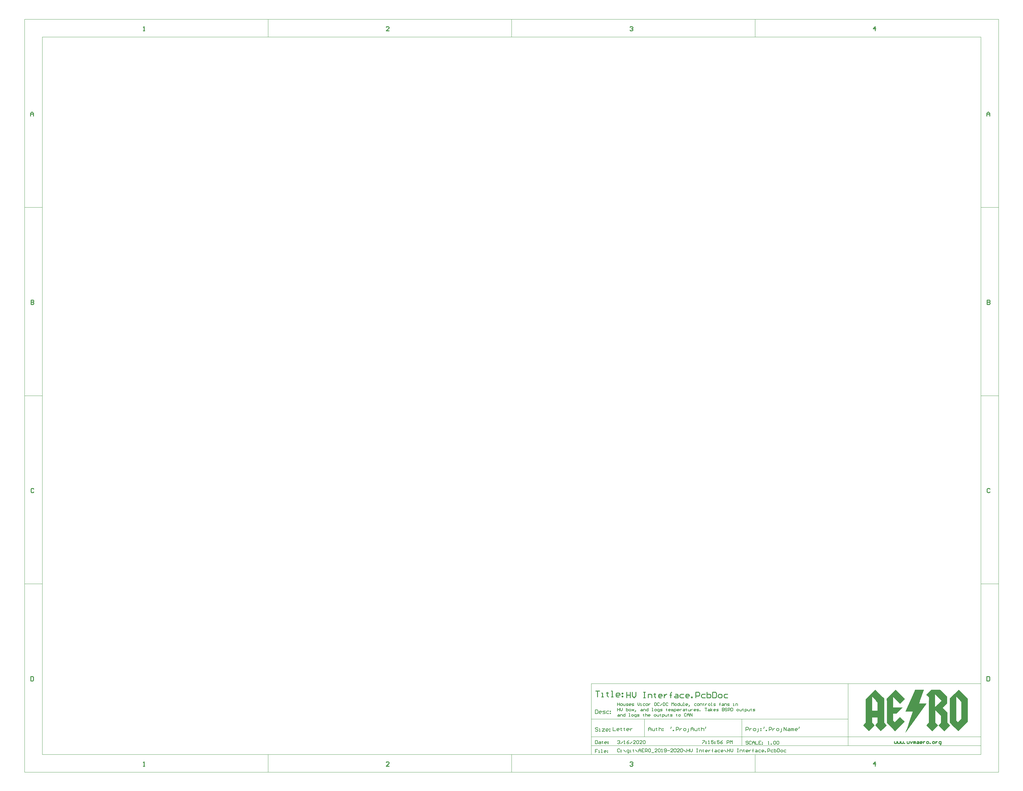
<source format=gbr>
%TF.GenerationSoftware,Altium Limited,Altium Designer,20.0.13 (296)*%
G04 Layer_Color=16711935*
%FSLAX26Y26*%
%MOIN*%
%TF.FileFunction,Other,Sheet*%
%TF.Part,Single*%
G01*
G75*
%TA.AperFunction,NonConductor*%
%ADD107C,0.010000*%
%ADD159C,0.008000*%
%ADD191C,0.003900*%
G36*
X8745266Y-2745819D02*
X8750297D01*
Y-2747496D01*
X8748620D01*
Y-2749173D01*
X8753651D01*
Y-2750850D01*
X8751974D01*
Y-2752527D01*
X8757005D01*
Y-2754204D01*
X8755328D01*
Y-2755881D01*
X8760359D01*
Y-2757558D01*
X8758682D01*
Y-2759235D01*
X8763713D01*
Y-2760912D01*
X8762036D01*
Y-2762589D01*
X8767067D01*
Y-2764266D01*
X8765390D01*
Y-2765943D01*
X8770421D01*
Y-2767620D01*
X8768744D01*
Y-2769297D01*
X8773775D01*
Y-2770974D01*
X8772098D01*
Y-2772651D01*
X8777129D01*
Y-2774329D01*
X8775452D01*
Y-2776006D01*
X8780483D01*
Y-2777683D01*
X8778806D01*
Y-2779360D01*
X8783837D01*
Y-2781037D01*
X8782160D01*
Y-2782714D01*
X8787191D01*
Y-2784391D01*
X8785514D01*
Y-2786068D01*
X8790545D01*
Y-2787745D01*
X8788868D01*
Y-2789422D01*
X8793899D01*
Y-2791099D01*
X8792222D01*
Y-2792776D01*
X8797253D01*
Y-2794453D01*
X8795576D01*
Y-2796130D01*
X8800607D01*
Y-2797807D01*
X8798930D01*
Y-2799484D01*
X8803961D01*
Y-2801161D01*
X8802284D01*
Y-2802838D01*
X8807316D01*
Y-2804515D01*
X8805638D01*
Y-2806192D01*
X8810669D01*
Y-2807869D01*
X8808993D01*
Y-2809546D01*
X8814024D01*
Y-2811223D01*
X8812346D01*
Y-2812900D01*
X8817378D01*
Y-2814577D01*
X8815701D01*
Y-2816254D01*
X8820732D01*
Y-2817931D01*
X8819055D01*
Y-2819608D01*
X8824086D01*
Y-2821285D01*
X8822409D01*
Y-2822962D01*
X8827440D01*
Y-2824639D01*
X8825763D01*
Y-2826316D01*
X8830794D01*
Y-2827993D01*
X8829117D01*
Y-2829670D01*
X8834148D01*
Y-2831347D01*
X8832471D01*
Y-2833024D01*
X8837502D01*
Y-2834701D01*
X8835825D01*
Y-2836379D01*
X8840856D01*
Y-2838055D01*
X8839179D01*
Y-2839732D01*
X8844210D01*
Y-2841410D01*
X8842533D01*
Y-2843086D01*
X8847564D01*
Y-2844764D01*
X8845887D01*
Y-2846441D01*
X8850918D01*
Y-2848118D01*
X8849241D01*
Y-2849795D01*
X8847564D01*
Y-2851472D01*
X8845887D01*
Y-2853149D01*
X8844210D01*
Y-2854826D01*
X8842533D01*
Y-2856503D01*
X8840856D01*
Y-2858180D01*
X8839179D01*
Y-2859857D01*
X8837502D01*
Y-2861534D01*
X8835825D01*
Y-2863211D01*
X8834148D01*
Y-2864888D01*
X8832471D01*
Y-2866565D01*
X8830794D01*
Y-2868242D01*
X8829117D01*
Y-2869919D01*
X8827440D01*
Y-2871596D01*
X8825763D01*
Y-2873273D01*
X8824086D01*
Y-2874950D01*
X8822409D01*
Y-2876627D01*
X8820732D01*
Y-2878304D01*
X8819055D01*
Y-2879981D01*
X8817378D01*
Y-2881658D01*
X8815701D01*
Y-2883335D01*
X8814024D01*
Y-2885012D01*
X8812346D01*
Y-2886689D01*
X8810669D01*
Y-2888366D01*
X8808993D01*
Y-2890043D01*
X8807316D01*
Y-2891720D01*
X8805638D01*
Y-2893397D01*
X8803961D01*
Y-2895074D01*
X8802284D01*
Y-2896751D01*
X8800607D01*
Y-2898428D01*
X8798930D01*
Y-2900105D01*
X8797253D01*
Y-2901782D01*
X8795576D01*
Y-2903459D01*
X8793899D01*
Y-2901782D01*
X8792222D01*
Y-2900105D01*
X8790545D01*
Y-2898428D01*
X8788868D01*
Y-2896751D01*
X8787191D01*
Y-2895074D01*
X8785514D01*
Y-2893397D01*
X8783837D01*
Y-2891720D01*
X8782160D01*
Y-2890043D01*
X8780483D01*
Y-2888366D01*
X8778806D01*
Y-2886689D01*
X8777129D01*
Y-2885012D01*
X8775452D01*
Y-2883335D01*
X8773775D01*
Y-2881658D01*
X8772098D01*
Y-2879981D01*
X8770421D01*
Y-2878304D01*
X8768744D01*
Y-2876627D01*
X8767067D01*
Y-2874950D01*
X8765390D01*
Y-2873273D01*
X8763713D01*
Y-2871596D01*
X8762036D01*
Y-2869919D01*
X8760359D01*
Y-2868242D01*
X8758682D01*
Y-2866565D01*
X8757005D01*
Y-2864888D01*
X8755328D01*
Y-2863211D01*
X8753651D01*
Y-2861534D01*
X8751974D01*
Y-2859857D01*
X8750297D01*
Y-2858180D01*
X8748620D01*
Y-2856503D01*
X8746943D01*
Y-2854826D01*
X8745266D01*
Y-2853149D01*
X8743589D01*
Y-2851472D01*
X8741912D01*
Y-2849795D01*
X8740235D01*
Y-2848118D01*
X8738558D01*
Y-2846441D01*
X8736880D01*
Y-2844764D01*
X8735203D01*
Y-2843086D01*
X8733526D01*
Y-2841410D01*
X8731850D01*
Y-2839732D01*
X8730172D01*
Y-2838055D01*
X8728495D01*
Y-2836379D01*
X8726818D01*
Y-2834701D01*
X8725141D01*
Y-2833024D01*
X8723464D01*
Y-2831347D01*
X8721787D01*
Y-2829670D01*
X8720110D01*
Y-2827993D01*
X8718433D01*
Y-2826316D01*
X8716756D01*
Y-2824639D01*
X8715079D01*
Y-2826316D01*
X8716756D01*
Y-2827993D01*
X8715079D01*
Y-2829670D01*
X8716756D01*
Y-2831347D01*
X8715079D01*
Y-2833024D01*
X8716756D01*
Y-2834701D01*
X8715079D01*
Y-2836379D01*
X8716756D01*
Y-2838055D01*
X8715079D01*
Y-2839732D01*
X8716756D01*
Y-2841410D01*
X8715079D01*
Y-2843086D01*
X8716756D01*
Y-2844764D01*
X8715079D01*
Y-2846441D01*
X8716756D01*
Y-2848118D01*
X8715079D01*
Y-2849795D01*
X8716756D01*
Y-2851472D01*
X8715079D01*
Y-2853149D01*
X8716756D01*
Y-2854826D01*
X8715079D01*
Y-2856503D01*
X8716756D01*
Y-2858180D01*
X8715079D01*
Y-2859857D01*
X8716756D01*
Y-2861534D01*
X8715079D01*
Y-2863211D01*
X8716756D01*
Y-2864888D01*
X8715079D01*
Y-2866565D01*
X8716756D01*
Y-2868242D01*
X8715079D01*
Y-2869919D01*
X8716756D01*
Y-2871596D01*
X8715079D01*
Y-2873273D01*
X8716756D01*
Y-2874950D01*
X8715079D01*
Y-2876627D01*
X8716756D01*
Y-2878304D01*
X8715079D01*
Y-2879981D01*
X8716756D01*
Y-2881658D01*
X8715079D01*
Y-2883335D01*
X8716756D01*
Y-2885012D01*
X8715079D01*
Y-2886689D01*
X8716756D01*
Y-2888366D01*
X8715079D01*
Y-2890043D01*
X8716756D01*
Y-2891720D01*
X8715079D01*
Y-2893397D01*
X8716756D01*
Y-2895074D01*
X8715079D01*
Y-2896751D01*
X8716756D01*
Y-2898428D01*
X8715079D01*
Y-2900105D01*
X8716756D01*
Y-2901782D01*
X8715079D01*
Y-2903459D01*
X8716756D01*
Y-2905137D01*
X8715079D01*
Y-2906814D01*
X8716756D01*
Y-2908490D01*
X8715079D01*
Y-2910168D01*
X8716756D01*
Y-2911845D01*
X8715079D01*
Y-2913522D01*
X8716756D01*
Y-2915198D01*
X8715079D01*
Y-2916876D01*
X8716756D01*
Y-2918553D01*
X8715079D01*
Y-2920230D01*
X8716756D01*
Y-2921907D01*
X8715079D01*
Y-2923584D01*
X8716756D01*
Y-2925261D01*
X8715079D01*
Y-2926938D01*
X8716756D01*
Y-2928615D01*
X8715079D01*
Y-2930292D01*
X8716756D01*
Y-2931969D01*
X8715079D01*
Y-2933646D01*
X8716756D01*
Y-2935323D01*
X8715079D01*
Y-2937000D01*
X8716756D01*
Y-2938677D01*
X8715079D01*
Y-2940354D01*
X8716756D01*
Y-2942031D01*
X8718433D01*
Y-2943708D01*
X8720110D01*
Y-2942031D01*
X8721787D01*
Y-2940354D01*
X8723464D01*
Y-2942031D01*
X8725141D01*
Y-2943708D01*
X8726818D01*
Y-2942031D01*
X8728495D01*
Y-2940354D01*
X8730172D01*
Y-2942031D01*
X8731850D01*
Y-2943708D01*
X8733526D01*
Y-2942031D01*
X8735203D01*
Y-2940354D01*
X8736880D01*
Y-2942031D01*
X8738558D01*
Y-2943708D01*
X8740235D01*
Y-2942031D01*
X8741912D01*
Y-2940354D01*
X8743589D01*
Y-2942031D01*
X8745266D01*
Y-2943708D01*
X8746943D01*
Y-2942031D01*
X8748620D01*
Y-2940354D01*
X8750297D01*
Y-2942031D01*
X8751974D01*
Y-2943708D01*
X8753651D01*
Y-2942031D01*
X8755328D01*
Y-2940354D01*
X8757005D01*
Y-2942031D01*
X8758682D01*
Y-2943708D01*
X8760359D01*
Y-2942031D01*
X8762036D01*
Y-2940354D01*
X8763713D01*
Y-2942031D01*
X8765390D01*
Y-2943708D01*
X8767067D01*
Y-2942031D01*
X8768744D01*
Y-2940354D01*
X8770421D01*
Y-2942031D01*
X8772098D01*
Y-2943708D01*
X8773775D01*
Y-2942031D01*
X8775452D01*
Y-2940354D01*
X8777129D01*
Y-2942031D01*
X8778806D01*
Y-2943708D01*
X8780483D01*
Y-2942031D01*
X8782160D01*
Y-2940354D01*
X8783837D01*
Y-2942031D01*
X8785514D01*
Y-2943708D01*
X8787191D01*
Y-2942031D01*
X8788868D01*
Y-2940354D01*
X8790545D01*
Y-2942031D01*
X8792222D01*
Y-2943708D01*
X8793899D01*
Y-2942031D01*
X8795576D01*
Y-2940354D01*
X8797253D01*
Y-2942031D01*
X8798930D01*
Y-2943708D01*
X8800607D01*
Y-2942031D01*
X8802284D01*
Y-2940354D01*
X8803961D01*
Y-2942031D01*
X8805638D01*
Y-2943708D01*
X8807316D01*
Y-2942031D01*
X8808993D01*
Y-2940354D01*
X8810669D01*
Y-2942031D01*
X8812346D01*
Y-2943708D01*
X8814024D01*
Y-2942031D01*
X8815701D01*
Y-2940354D01*
X8817378D01*
Y-2942031D01*
X8819055D01*
Y-2943708D01*
X8820732D01*
Y-2942031D01*
X8822409D01*
Y-2943708D01*
X8824086D01*
Y-2945385D01*
X8822409D01*
Y-2947062D01*
X8820732D01*
Y-2948739D01*
X8817378D01*
Y-2950416D01*
Y-2952093D01*
X8814024D01*
Y-2953770D01*
Y-2955447D01*
X8810669D01*
Y-2957124D01*
Y-2958801D01*
X8808993D01*
Y-2960478D01*
X8807316D01*
Y-2962155D01*
X8803961D01*
Y-2963832D01*
Y-2965509D01*
X8800607D01*
Y-2967186D01*
Y-2968863D01*
X8797253D01*
Y-2970541D01*
Y-2972217D01*
X8795576D01*
Y-2973894D01*
X8793899D01*
Y-2975571D01*
X8792222D01*
Y-2977249D01*
X8790545D01*
Y-2978926D01*
X8788868D01*
Y-2980602D01*
X8787191D01*
Y-2982280D01*
X8785514D01*
Y-2983957D01*
X8783837D01*
Y-2985634D01*
X8782160D01*
Y-2987311D01*
X8780483D01*
Y-2988988D01*
X8778806D01*
Y-2990665D01*
X8777129D01*
Y-2992342D01*
X8775452D01*
Y-2994019D01*
X8773775D01*
Y-2995696D01*
X8772098D01*
Y-2997373D01*
X8770421D01*
Y-2999050D01*
X8768744D01*
Y-3000727D01*
X8767067D01*
Y-3002404D01*
X8765390D01*
Y-3004081D01*
X8763713D01*
Y-3005758D01*
X8762036D01*
Y-3007435D01*
X8760359D01*
Y-3009112D01*
X8758682D01*
Y-3010789D01*
X8757005D01*
Y-3012466D01*
X8715079D01*
Y-3014143D01*
X8716756D01*
Y-3015820D01*
X8715079D01*
Y-3017497D01*
X8716756D01*
Y-3019174D01*
X8715079D01*
Y-3020851D01*
X8716756D01*
Y-3022528D01*
X8715079D01*
Y-3024205D01*
X8716756D01*
Y-3025882D01*
X8715079D01*
Y-3027559D01*
X8716756D01*
Y-3029236D01*
X8715079D01*
Y-3030913D01*
X8716756D01*
Y-3032590D01*
X8715079D01*
Y-3034267D01*
X8716756D01*
Y-3035945D01*
X8715079D01*
Y-3037621D01*
X8716756D01*
Y-3039298D01*
X8715079D01*
Y-3040976D01*
X8716756D01*
Y-3042652D01*
X8715079D01*
Y-3044329D01*
X8716756D01*
Y-3046006D01*
X8715079D01*
Y-3047684D01*
X8716756D01*
Y-3049360D01*
X8715079D01*
Y-3051038D01*
X8716756D01*
Y-3052715D01*
X8715079D01*
Y-3054392D01*
X8716756D01*
Y-3056069D01*
X8715079D01*
Y-3057745D01*
X8716756D01*
Y-3059423D01*
X8715079D01*
Y-3061100D01*
X8716756D01*
Y-3062777D01*
X8715079D01*
Y-3064454D01*
X8716756D01*
Y-3066131D01*
X8715079D01*
Y-3067808D01*
X8716756D01*
Y-3069485D01*
X8715079D01*
Y-3071162D01*
X8716756D01*
Y-3072839D01*
X8715079D01*
Y-3074516D01*
X8716756D01*
Y-3076193D01*
X8715079D01*
Y-3077870D01*
X8716756D01*
Y-3079547D01*
X8715079D01*
Y-3081224D01*
X8716756D01*
Y-3082901D01*
X8715079D01*
Y-3084578D01*
X8716756D01*
Y-3086255D01*
X8715079D01*
Y-3087932D01*
X8716756D01*
Y-3089609D01*
X8715079D01*
Y-3091286D01*
X8716756D01*
Y-3092963D01*
X8715079D01*
Y-3094640D01*
X8718433D01*
Y-3096317D01*
Y-3097994D01*
X8723464D01*
Y-3099671D01*
Y-3101348D01*
X8726818D01*
Y-3103025D01*
X8725141D01*
Y-3104702D01*
X8730172D01*
Y-3106379D01*
Y-3108057D01*
X8733526D01*
Y-3109733D01*
Y-3111410D01*
X8736880D01*
Y-3109733D01*
Y-3108057D01*
X8740235D01*
Y-3106379D01*
X8738558D01*
Y-3104702D01*
X8743589D01*
Y-3103025D01*
Y-3101348D01*
X8746943D01*
Y-3099671D01*
X8745266D01*
Y-3097994D01*
X8750297D01*
Y-3096317D01*
Y-3094640D01*
X8753651D01*
Y-3092963D01*
X8751974D01*
Y-3091286D01*
X8757005D01*
Y-3089609D01*
X8758682D01*
Y-3087932D01*
X8760359D01*
Y-3086255D01*
X8758682D01*
Y-3084578D01*
X8763713D01*
Y-3082901D01*
Y-3081224D01*
X8767067D01*
Y-3079547D01*
X8765390D01*
Y-3077870D01*
X8770421D01*
Y-3076193D01*
Y-3074516D01*
X8773775D01*
Y-3072839D01*
X8772098D01*
Y-3071162D01*
X8777129D01*
Y-3069485D01*
Y-3067808D01*
X8780483D01*
Y-3066131D01*
X8778806D01*
Y-3064454D01*
X8783837D01*
Y-3062777D01*
X8785514D01*
Y-3061100D01*
X8787191D01*
Y-3059423D01*
X8785514D01*
Y-3057745D01*
X8790545D01*
Y-3056069D01*
Y-3054392D01*
X8793899D01*
Y-3052715D01*
X8792222D01*
Y-3051038D01*
X8793899D01*
Y-3052715D01*
X8795576D01*
Y-3054392D01*
X8797253D01*
Y-3056069D01*
X8798930D01*
Y-3057745D01*
X8800607D01*
Y-3059423D01*
X8802284D01*
Y-3061100D01*
X8803961D01*
Y-3062777D01*
X8805638D01*
Y-3064454D01*
X8807316D01*
Y-3066131D01*
X8808993D01*
Y-3067808D01*
X8810669D01*
Y-3069485D01*
X8812346D01*
Y-3071162D01*
X8814024D01*
Y-3072839D01*
X8815701D01*
Y-3074516D01*
X8817378D01*
Y-3076193D01*
X8819055D01*
Y-3077870D01*
X8820732D01*
Y-3079547D01*
X8822409D01*
Y-3081224D01*
X8824086D01*
Y-3082901D01*
X8825763D01*
Y-3084578D01*
X8827440D01*
Y-3086255D01*
X8829117D01*
Y-3087932D01*
X8830794D01*
Y-3089609D01*
X8832471D01*
Y-3091286D01*
X8835825D01*
Y-3092963D01*
Y-3094640D01*
X8839179D01*
Y-3096317D01*
Y-3097994D01*
X8842533D01*
Y-3099671D01*
Y-3101348D01*
X8844210D01*
Y-3103025D01*
X8845887D01*
Y-3104702D01*
X8847564D01*
Y-3106379D01*
X8844210D01*
Y-3108057D01*
Y-3109733D01*
X8839179D01*
Y-3111410D01*
X8840856D01*
Y-3113088D01*
X8837502D01*
Y-3114764D01*
Y-3116441D01*
X8832471D01*
Y-3118119D01*
X8834148D01*
Y-3119796D01*
X8830794D01*
Y-3121473D01*
Y-3123150D01*
X8825763D01*
Y-3124827D01*
X8827440D01*
Y-3126504D01*
X8824086D01*
Y-3128181D01*
Y-3129858D01*
X8819055D01*
Y-3131535D01*
X8820732D01*
Y-3133212D01*
X8817378D01*
Y-3134889D01*
Y-3136566D01*
X8812346D01*
Y-3138243D01*
X8814024D01*
Y-3139920D01*
X8808993D01*
Y-3141597D01*
X8810669D01*
Y-3143274D01*
X8805638D01*
Y-3144951D01*
X8807316D01*
Y-3146628D01*
X8802284D01*
Y-3148305D01*
X8803961D01*
Y-3149982D01*
X8798930D01*
Y-3151659D01*
X8800607D01*
Y-3153336D01*
X8795576D01*
Y-3155013D01*
X8797253D01*
Y-3156690D01*
X8792222D01*
Y-3158367D01*
X8793899D01*
Y-3160044D01*
X8788868D01*
Y-3161721D01*
X8790545D01*
Y-3163398D01*
X8785514D01*
Y-3165075D01*
X8787191D01*
Y-3166752D01*
X8782160D01*
Y-3168429D01*
X8783837D01*
Y-3170106D01*
X8782160D01*
Y-3168429D01*
X8780483D01*
Y-3170106D01*
X8778806D01*
Y-3171783D01*
X8780483D01*
Y-3173460D01*
X8775452D01*
Y-3175137D01*
X8777129D01*
Y-3176814D01*
X8772098D01*
Y-3178492D01*
X8773775D01*
Y-3180168D01*
X8768744D01*
Y-3181846D01*
X8770421D01*
Y-3183523D01*
X8768744D01*
Y-3181846D01*
X8767067D01*
Y-3183523D01*
X8765390D01*
Y-3185200D01*
X8767067D01*
Y-3186876D01*
X8762036D01*
Y-3188553D01*
X8763713D01*
Y-3190231D01*
X8758682D01*
Y-3191907D01*
X8760359D01*
Y-3193585D01*
X8755328D01*
Y-3195262D01*
X8753651D01*
Y-3196939D01*
X8751974D01*
Y-3198616D01*
X8753651D01*
Y-3200293D01*
X8748620D01*
Y-3201970D01*
X8746943D01*
Y-3203647D01*
X8745266D01*
Y-3205324D01*
X8746943D01*
Y-3207001D01*
X8745266D01*
Y-3205324D01*
X8743589D01*
Y-3207001D01*
X8741912D01*
Y-3208678D01*
X8740235D01*
Y-3210355D01*
X8738558D01*
Y-3212032D01*
X8736880D01*
Y-3210355D01*
X8735203D01*
Y-3208678D01*
X8733526D01*
Y-3207001D01*
X8731850D01*
Y-3205324D01*
X8730172D01*
Y-3203647D01*
X8728495D01*
Y-3201970D01*
X8726818D01*
Y-3200293D01*
X8725141D01*
Y-3198616D01*
X8723464D01*
Y-3196939D01*
X8721787D01*
Y-3195262D01*
X8720110D01*
Y-3193585D01*
X8718433D01*
Y-3191907D01*
X8720110D01*
Y-3190231D01*
X8715079D01*
Y-3188553D01*
X8716756D01*
Y-3186876D01*
X8711725D01*
Y-3185200D01*
X8713402D01*
Y-3183523D01*
X8708371D01*
Y-3181846D01*
X8710048D01*
Y-3180168D01*
X8705017D01*
Y-3178492D01*
X8706694D01*
Y-3176814D01*
X8701663D01*
Y-3175137D01*
X8703340D01*
Y-3173460D01*
X8698309D01*
Y-3171783D01*
X8699986D01*
Y-3170106D01*
X8694955D01*
Y-3168429D01*
X8696632D01*
Y-3166752D01*
X8691601D01*
Y-3165075D01*
X8693278D01*
Y-3163398D01*
X8688247D01*
Y-3161721D01*
X8689924D01*
Y-3160044D01*
X8684893D01*
Y-3158367D01*
X8686570D01*
Y-3156690D01*
X8681539D01*
Y-3155013D01*
X8683216D01*
Y-3153336D01*
X8678185D01*
Y-3151659D01*
X8679862D01*
Y-3149982D01*
X8674831D01*
Y-3148305D01*
X8676507D01*
Y-3146628D01*
X8671477D01*
Y-3144951D01*
X8673154D01*
Y-3143274D01*
X8668122D01*
Y-3141597D01*
X8669799D01*
Y-3139920D01*
X8664768D01*
Y-3138243D01*
X8666445D01*
Y-3136566D01*
X8661414D01*
Y-3134889D01*
X8663091D01*
Y-3133212D01*
X8658060D01*
Y-3131535D01*
X8659737D01*
Y-3129858D01*
X8654706D01*
Y-3128181D01*
X8656383D01*
Y-3126504D01*
X8651352D01*
Y-3124827D01*
X8653029D01*
Y-3123150D01*
X8647998D01*
Y-3121473D01*
X8649675D01*
Y-3119796D01*
X8644644D01*
Y-3118119D01*
X8646321D01*
Y-3116441D01*
X8644644D01*
Y-3114764D01*
X8642967D01*
Y-3113088D01*
X8644644D01*
Y-3111410D01*
X8642967D01*
Y-3109733D01*
X8644644D01*
Y-3108057D01*
X8642967D01*
Y-3106379D01*
X8644644D01*
Y-3104702D01*
X8642967D01*
Y-3103025D01*
X8644644D01*
Y-3101348D01*
X8642967D01*
Y-3099671D01*
X8644644D01*
Y-3097994D01*
X8642967D01*
Y-3096317D01*
X8644644D01*
Y-3094640D01*
X8642967D01*
Y-3092963D01*
X8644644D01*
Y-3091286D01*
X8642967D01*
Y-3089609D01*
X8644644D01*
Y-3087932D01*
X8642967D01*
Y-3086255D01*
X8644644D01*
Y-3084578D01*
X8642967D01*
Y-3082901D01*
X8644644D01*
Y-3081224D01*
X8642967D01*
Y-3079547D01*
X8644644D01*
Y-3077870D01*
X8642967D01*
Y-3076193D01*
X8644644D01*
Y-3074516D01*
X8642967D01*
Y-3072839D01*
X8644644D01*
Y-3071162D01*
X8642967D01*
Y-3069485D01*
X8644644D01*
Y-3067808D01*
X8642967D01*
Y-3066131D01*
X8644644D01*
Y-3064454D01*
X8642967D01*
Y-3062777D01*
X8644644D01*
Y-3061100D01*
X8642967D01*
Y-3059423D01*
X8644644D01*
Y-3057745D01*
X8642967D01*
Y-3056069D01*
X8644644D01*
Y-3054392D01*
X8642967D01*
Y-3052715D01*
X8644644D01*
Y-3051038D01*
X8642967D01*
Y-3049360D01*
X8644644D01*
Y-3047684D01*
X8642967D01*
Y-3046006D01*
X8644644D01*
Y-3044329D01*
X8642967D01*
Y-3042652D01*
X8644644D01*
Y-3040976D01*
X8642967D01*
Y-3039298D01*
X8644644D01*
Y-3037621D01*
X8642967D01*
Y-3035945D01*
X8644644D01*
Y-3034267D01*
X8642967D01*
Y-3032590D01*
X8644644D01*
Y-3030913D01*
X8642967D01*
Y-3029236D01*
X8644644D01*
Y-3027559D01*
X8642967D01*
Y-3025882D01*
X8644644D01*
Y-3024205D01*
X8642967D01*
Y-3022528D01*
X8644644D01*
Y-3020851D01*
X8642967D01*
Y-3019174D01*
X8644644D01*
Y-3017497D01*
X8642967D01*
Y-3015820D01*
X8644644D01*
Y-3014143D01*
X8642967D01*
Y-3012466D01*
X8644644D01*
Y-3010789D01*
X8642967D01*
Y-3009112D01*
X8644644D01*
Y-3007435D01*
X8642967D01*
Y-3005758D01*
X8644644D01*
Y-3004081D01*
X8642967D01*
Y-3002404D01*
X8644644D01*
Y-3000727D01*
X8642967D01*
Y-2999050D01*
X8644644D01*
Y-2997373D01*
X8642967D01*
Y-2995696D01*
X8644644D01*
Y-2994019D01*
X8642967D01*
Y-2992342D01*
X8644644D01*
Y-2990665D01*
X8642967D01*
Y-2988988D01*
X8644644D01*
Y-2987311D01*
X8642967D01*
Y-2985634D01*
X8644644D01*
Y-2983957D01*
X8642967D01*
Y-2982280D01*
X8644644D01*
Y-2980602D01*
X8642967D01*
Y-2978926D01*
X8644644D01*
Y-2977249D01*
X8642967D01*
Y-2975571D01*
X8644644D01*
Y-2973894D01*
X8642967D01*
Y-2972217D01*
X8644644D01*
Y-2970541D01*
X8642967D01*
Y-2968863D01*
X8644644D01*
Y-2967186D01*
X8642967D01*
Y-2965509D01*
X8644644D01*
Y-2963832D01*
X8642967D01*
Y-2962155D01*
X8644644D01*
Y-2960478D01*
X8642967D01*
Y-2958801D01*
X8644644D01*
Y-2957124D01*
X8642967D01*
Y-2955447D01*
X8644644D01*
Y-2953770D01*
X8642967D01*
Y-2952093D01*
X8644644D01*
Y-2950416D01*
X8642967D01*
Y-2948739D01*
X8644644D01*
Y-2947062D01*
X8642967D01*
Y-2945385D01*
X8644644D01*
Y-2943708D01*
X8642967D01*
Y-2942031D01*
X8644644D01*
Y-2940354D01*
X8642967D01*
Y-2938677D01*
X8644644D01*
Y-2937000D01*
X8642967D01*
Y-2935323D01*
X8644644D01*
Y-2933646D01*
X8642967D01*
Y-2931969D01*
X8644644D01*
Y-2930292D01*
X8642967D01*
Y-2928615D01*
X8644644D01*
Y-2926938D01*
X8642967D01*
Y-2925261D01*
X8644644D01*
Y-2923584D01*
X8642967D01*
Y-2921907D01*
X8644644D01*
Y-2920230D01*
X8642967D01*
Y-2918553D01*
X8644644D01*
Y-2916876D01*
X8642967D01*
Y-2915198D01*
X8644644D01*
Y-2913522D01*
X8642967D01*
Y-2911845D01*
X8644644D01*
Y-2910168D01*
X8642967D01*
Y-2908490D01*
X8644644D01*
Y-2906814D01*
X8642967D01*
Y-2905137D01*
X8644644D01*
Y-2903459D01*
X8642967D01*
Y-2901782D01*
X8644644D01*
Y-2900105D01*
X8642967D01*
Y-2898428D01*
X8644644D01*
Y-2896751D01*
X8642967D01*
Y-2895074D01*
X8644644D01*
Y-2893397D01*
X8642967D01*
Y-2891720D01*
X8644644D01*
Y-2890043D01*
X8642967D01*
Y-2888366D01*
X8644644D01*
Y-2886689D01*
X8642967D01*
Y-2885012D01*
X8644644D01*
Y-2883335D01*
X8642967D01*
Y-2881658D01*
X8644644D01*
Y-2879981D01*
X8642967D01*
Y-2878304D01*
X8644644D01*
Y-2876627D01*
X8642967D01*
Y-2874950D01*
X8644644D01*
Y-2873273D01*
X8642967D01*
Y-2871596D01*
X8644644D01*
Y-2869919D01*
X8642967D01*
Y-2868242D01*
X8644644D01*
Y-2866565D01*
X8642967D01*
Y-2864888D01*
X8644644D01*
Y-2863211D01*
X8642967D01*
Y-2861534D01*
X8644644D01*
Y-2859857D01*
X8642967D01*
Y-2858180D01*
X8644644D01*
Y-2856503D01*
X8642967D01*
Y-2854826D01*
X8644644D01*
Y-2853149D01*
X8642967D01*
Y-2851472D01*
X8644644D01*
Y-2849795D01*
X8642967D01*
Y-2848118D01*
X8644644D01*
Y-2846441D01*
X8642967D01*
Y-2844764D01*
X8644644D01*
Y-2843086D01*
X8646321D01*
Y-2841410D01*
X8647998D01*
Y-2839732D01*
X8649675D01*
Y-2838055D01*
Y-2836379D01*
X8653029D01*
Y-2834701D01*
X8654706D01*
Y-2833024D01*
X8656383D01*
Y-2831347D01*
Y-2829670D01*
X8659737D01*
Y-2827993D01*
X8661414D01*
Y-2826316D01*
X8663091D01*
Y-2824639D01*
Y-2822962D01*
X8666445D01*
Y-2821285D01*
X8668122D01*
Y-2819608D01*
X8669799D01*
Y-2817931D01*
Y-2816254D01*
X8673154D01*
Y-2814577D01*
X8674831D01*
Y-2812900D01*
X8676507D01*
Y-2811223D01*
Y-2809546D01*
X8679862D01*
Y-2807869D01*
X8681539D01*
Y-2806192D01*
X8683216D01*
Y-2804515D01*
Y-2802838D01*
X8686570D01*
Y-2801161D01*
X8688247D01*
Y-2799484D01*
X8689924D01*
Y-2797807D01*
Y-2796130D01*
X8693278D01*
Y-2794453D01*
X8694955D01*
Y-2792776D01*
X8696632D01*
Y-2791099D01*
Y-2789422D01*
X8699986D01*
Y-2787745D01*
X8701663D01*
Y-2786068D01*
X8703340D01*
Y-2784391D01*
Y-2782714D01*
X8706694D01*
Y-2781037D01*
X8708371D01*
Y-2779360D01*
X8710048D01*
Y-2777683D01*
Y-2776006D01*
X8713402D01*
Y-2774329D01*
X8715079D01*
Y-2772651D01*
X8716756D01*
Y-2770974D01*
Y-2769297D01*
X8720110D01*
Y-2767620D01*
X8721787D01*
Y-2765943D01*
X8723464D01*
Y-2764266D01*
Y-2762589D01*
X8726818D01*
Y-2760912D01*
X8728495D01*
Y-2759235D01*
X8730172D01*
Y-2757558D01*
Y-2755881D01*
X8733526D01*
Y-2754204D01*
X8735203D01*
Y-2752527D01*
X8736880D01*
Y-2750850D01*
Y-2749173D01*
X8740235D01*
Y-2747496D01*
X8741912D01*
Y-2745819D01*
X8743589D01*
Y-2744142D01*
X8745266D01*
Y-2745819D01*
D02*
G37*
G36*
X8515513Y-2744142D02*
X8517190D01*
Y-2745819D01*
X8518867D01*
Y-2747496D01*
X8520544D01*
Y-2749173D01*
X8522221D01*
Y-2750850D01*
X8523898D01*
Y-2752527D01*
X8525575D01*
Y-2754204D01*
X8527252D01*
Y-2755881D01*
X8528930D01*
Y-2757558D01*
X8530606D01*
Y-2759235D01*
X8532284D01*
Y-2760912D01*
X8533960D01*
Y-2762589D01*
X8535638D01*
Y-2764266D01*
X8537315D01*
Y-2765943D01*
X8538992D01*
Y-2767620D01*
X8540669D01*
Y-2769297D01*
X8542345D01*
Y-2770974D01*
X8544023D01*
Y-2772651D01*
X8545700D01*
Y-2774329D01*
X8547377D01*
Y-2776006D01*
X8549054D01*
Y-2777683D01*
X8550731D01*
Y-2779360D01*
X8552408D01*
Y-2781037D01*
X8554085D01*
Y-2782714D01*
X8555762D01*
Y-2784391D01*
X8557439D01*
Y-2786068D01*
X8559116D01*
Y-2787745D01*
X8560793D01*
Y-2789422D01*
X8562470D01*
Y-2791099D01*
X8564147D01*
Y-2792776D01*
X8565824D01*
Y-2794453D01*
X8567501D01*
Y-2796130D01*
X8569178D01*
Y-2797807D01*
X8570855D01*
Y-2799484D01*
X8572532D01*
Y-2801161D01*
X8574209D01*
Y-2802838D01*
X8575886D01*
Y-2804515D01*
X8577563D01*
Y-2806192D01*
X8579240D01*
Y-2807869D01*
X8580917D01*
Y-2809546D01*
X8582594D01*
Y-2811223D01*
X8584271D01*
Y-2812900D01*
X8585948D01*
Y-2814577D01*
X8587625D01*
Y-2816254D01*
X8589302D01*
Y-2817931D01*
X8590979D01*
Y-2819608D01*
X8592656D01*
Y-2821285D01*
X8594333D01*
Y-2822962D01*
X8596010D01*
Y-2824639D01*
X8597688D01*
Y-2826316D01*
X8599364D01*
Y-2827993D01*
X8601041D01*
Y-2829670D01*
X8602719D01*
Y-2831347D01*
X8604396D01*
Y-2833024D01*
X8606073D01*
Y-2834701D01*
X8607750D01*
Y-2836379D01*
X8609427D01*
Y-2838055D01*
X8611104D01*
Y-2839732D01*
X8612781D01*
Y-2841410D01*
X8614458D01*
Y-2843086D01*
X8616135D01*
Y-2844764D01*
X8614458D01*
Y-2846441D01*
X8616135D01*
Y-2848118D01*
X8614458D01*
Y-2849795D01*
X8616135D01*
Y-2851472D01*
X8614458D01*
Y-2853149D01*
X8616135D01*
Y-2854826D01*
X8614458D01*
Y-2856503D01*
X8616135D01*
Y-2858180D01*
X8614458D01*
Y-2859857D01*
X8616135D01*
Y-2861534D01*
X8614458D01*
Y-2863211D01*
X8616135D01*
Y-2864888D01*
X8614458D01*
Y-2866565D01*
X8616135D01*
Y-2868242D01*
X8614458D01*
Y-2869919D01*
X8616135D01*
Y-2871596D01*
X8614458D01*
Y-2873273D01*
X8616135D01*
Y-2874950D01*
X8614458D01*
Y-2876627D01*
X8616135D01*
Y-2878304D01*
X8614458D01*
Y-2879981D01*
X8616135D01*
Y-2881658D01*
X8614458D01*
Y-2883335D01*
X8616135D01*
Y-2885012D01*
X8614458D01*
Y-2886689D01*
X8616135D01*
Y-2888366D01*
X8614458D01*
Y-2890043D01*
X8616135D01*
Y-2891720D01*
X8614458D01*
Y-2893397D01*
X8616135D01*
Y-2895074D01*
X8614458D01*
Y-2896751D01*
X8616135D01*
Y-2898428D01*
X8614458D01*
Y-2900105D01*
X8616135D01*
Y-2901782D01*
X8614458D01*
Y-2903459D01*
X8616135D01*
Y-2905137D01*
X8614458D01*
Y-2906814D01*
X8616135D01*
Y-2908490D01*
X8614458D01*
Y-2910168D01*
X8616135D01*
Y-2911845D01*
X8614458D01*
Y-2913522D01*
X8616135D01*
Y-2915198D01*
X8614458D01*
Y-2916876D01*
X8616135D01*
Y-2918553D01*
X8614458D01*
Y-2920230D01*
X8616135D01*
Y-2921907D01*
X8614458D01*
Y-2923584D01*
X8616135D01*
Y-2925261D01*
X8614458D01*
Y-2926938D01*
X8616135D01*
Y-2928615D01*
X8614458D01*
Y-2930292D01*
X8616135D01*
Y-2931969D01*
X8614458D01*
Y-2933646D01*
X8616135D01*
Y-2935323D01*
X8614458D01*
Y-2937000D01*
X8616135D01*
Y-2938677D01*
X8614458D01*
Y-2940354D01*
X8616135D01*
Y-2942031D01*
X8614458D01*
Y-2943708D01*
X8616135D01*
Y-2945385D01*
X8614458D01*
Y-2947062D01*
X8616135D01*
Y-2948739D01*
X8614458D01*
Y-2950416D01*
X8616135D01*
Y-2952093D01*
X8614458D01*
Y-2953770D01*
X8616135D01*
Y-2955447D01*
X8614458D01*
Y-2957124D01*
X8616135D01*
Y-2958801D01*
X8614458D01*
Y-2960478D01*
X8616135D01*
Y-2962155D01*
X8614458D01*
Y-2963832D01*
X8616135D01*
Y-2965509D01*
X8614458D01*
Y-2967186D01*
X8616135D01*
Y-2968863D01*
X8614458D01*
Y-2970541D01*
X8616135D01*
Y-2972217D01*
X8614458D01*
Y-2973894D01*
X8616135D01*
Y-2975571D01*
X8614458D01*
Y-2977249D01*
X8616135D01*
Y-2978926D01*
X8614458D01*
Y-2980602D01*
X8616135D01*
Y-2982280D01*
X8614458D01*
Y-2983957D01*
X8616135D01*
Y-2985634D01*
X8614458D01*
Y-2987311D01*
X8616135D01*
Y-2988988D01*
X8614458D01*
Y-2990665D01*
X8616135D01*
Y-2992342D01*
X8614458D01*
Y-2994019D01*
X8616135D01*
Y-2995696D01*
X8614458D01*
Y-2997373D01*
X8616135D01*
Y-2999050D01*
X8614458D01*
Y-3000727D01*
X8616135D01*
Y-3002404D01*
X8614458D01*
Y-3004081D01*
X8616135D01*
Y-3005758D01*
X8614458D01*
Y-3007435D01*
X8616135D01*
Y-3009112D01*
X8614458D01*
Y-3010789D01*
X8616135D01*
Y-3012466D01*
X8614458D01*
Y-3014143D01*
X8616135D01*
Y-3015820D01*
X8614458D01*
Y-3017497D01*
X8616135D01*
Y-3019174D01*
X8614458D01*
Y-3020851D01*
X8616135D01*
Y-3022528D01*
X8614458D01*
Y-3024205D01*
X8616135D01*
Y-3025882D01*
X8614458D01*
Y-3027559D01*
X8616135D01*
Y-3029236D01*
X8614458D01*
Y-3030913D01*
X8616135D01*
Y-3032590D01*
X8614458D01*
Y-3034267D01*
X8616135D01*
Y-3035945D01*
X8614458D01*
Y-3037621D01*
X8616135D01*
Y-3039298D01*
X8614458D01*
Y-3040976D01*
X8616135D01*
Y-3042652D01*
X8614458D01*
Y-3044329D01*
X8616135D01*
Y-3046006D01*
X8614458D01*
Y-3047684D01*
X8616135D01*
Y-3049360D01*
X8614458D01*
Y-3051038D01*
X8616135D01*
Y-3052715D01*
X8614458D01*
Y-3054392D01*
X8616135D01*
Y-3056069D01*
X8614458D01*
Y-3057745D01*
X8616135D01*
Y-3059423D01*
X8614458D01*
Y-3061100D01*
X8616135D01*
Y-3062777D01*
X8614458D01*
Y-3064454D01*
X8616135D01*
Y-3066131D01*
X8614458D01*
Y-3067808D01*
X8616135D01*
Y-3069485D01*
X8614458D01*
Y-3071162D01*
X8616135D01*
Y-3072839D01*
X8614458D01*
Y-3074516D01*
X8616135D01*
Y-3076193D01*
X8614458D01*
Y-3077870D01*
X8616135D01*
Y-3079547D01*
X8614458D01*
Y-3081224D01*
X8616135D01*
Y-3082901D01*
X8614458D01*
Y-3084578D01*
X8616135D01*
Y-3086255D01*
X8614458D01*
Y-3087932D01*
X8616135D01*
Y-3089609D01*
X8614458D01*
Y-3091286D01*
X8616135D01*
Y-3092963D01*
X8614458D01*
Y-3094640D01*
X8616135D01*
Y-3096317D01*
X8614458D01*
Y-3097994D01*
X8616135D01*
Y-3099671D01*
X8614458D01*
Y-3101348D01*
X8616135D01*
Y-3103025D01*
X8614458D01*
Y-3104702D01*
X8616135D01*
Y-3106379D01*
X8614458D01*
Y-3108057D01*
X8616135D01*
Y-3109733D01*
X8614458D01*
Y-3111410D01*
X8616135D01*
Y-3113088D01*
X8614458D01*
Y-3114764D01*
X8616135D01*
Y-3116441D01*
Y-3118119D01*
X8619489D01*
Y-3119796D01*
Y-3121473D01*
X8622843D01*
Y-3123150D01*
X8621166D01*
Y-3124827D01*
X8626197D01*
Y-3126504D01*
X8624520D01*
Y-3128181D01*
X8629551D01*
Y-3129858D01*
X8627874D01*
Y-3131535D01*
X8629551D01*
Y-3133212D01*
X8631228D01*
Y-3134889D01*
X8632905D01*
Y-3136566D01*
X8634582D01*
Y-3138243D01*
X8636259D01*
Y-3139920D01*
X8637936D01*
Y-3141597D01*
X8639613D01*
Y-3143274D01*
X8641290D01*
Y-3144951D01*
X8642967D01*
Y-3146628D01*
X8641290D01*
Y-3148305D01*
X8639613D01*
Y-3149982D01*
X8637936D01*
Y-3151659D01*
X8636259D01*
Y-3153336D01*
X8634582D01*
Y-3155013D01*
X8632905D01*
Y-3156690D01*
X8631228D01*
Y-3158367D01*
X8629551D01*
Y-3160044D01*
X8627874D01*
Y-3161721D01*
X8626197D01*
Y-3163398D01*
X8624520D01*
Y-3165075D01*
X8622843D01*
Y-3166752D01*
X8621166D01*
Y-3168429D01*
X8619489D01*
Y-3170106D01*
X8617812D01*
Y-3171783D01*
X8616135D01*
Y-3173460D01*
X8614458D01*
Y-3175137D01*
X8612781D01*
Y-3176814D01*
X8611104D01*
Y-3178492D01*
X8609427D01*
Y-3180168D01*
X8607750D01*
Y-3181846D01*
X8606073D01*
Y-3183523D01*
X8604396D01*
Y-3185200D01*
X8602719D01*
Y-3186876D01*
X8601041D01*
Y-3188553D01*
X8599364D01*
Y-3190231D01*
X8597688D01*
Y-3191907D01*
X8596010D01*
Y-3193585D01*
X8594333D01*
Y-3195262D01*
X8592656D01*
Y-3196939D01*
X8590979D01*
Y-3198616D01*
X8589302D01*
Y-3200293D01*
X8587625D01*
Y-3201970D01*
X8585948D01*
Y-3203647D01*
X8584271D01*
Y-3205324D01*
X8582594D01*
Y-3207001D01*
X8580917D01*
Y-3208678D01*
X8579240D01*
Y-3210355D01*
X8577563D01*
Y-3212032D01*
X8575886D01*
Y-3210355D01*
X8574209D01*
Y-3208678D01*
X8572532D01*
Y-3207001D01*
X8570855D01*
Y-3205324D01*
X8569178D01*
Y-3203647D01*
X8567501D01*
Y-3201970D01*
X8565824D01*
Y-3200293D01*
X8564147D01*
Y-3198616D01*
X8562470D01*
Y-3196939D01*
X8560793D01*
Y-3195262D01*
X8559116D01*
Y-3193585D01*
X8557439D01*
Y-3191907D01*
X8555762D01*
Y-3190231D01*
X8554085D01*
Y-3188553D01*
X8552408D01*
Y-3186876D01*
X8550731D01*
Y-3185200D01*
X8549054D01*
Y-3183523D01*
X8547377D01*
Y-3181846D01*
X8545700D01*
Y-3180168D01*
X8544023D01*
Y-3178492D01*
X8542345D01*
Y-3176814D01*
X8540669D01*
Y-3175137D01*
X8538992D01*
Y-3173460D01*
X8537315D01*
Y-3171783D01*
X8538992D01*
Y-3170106D01*
X8533960D01*
Y-3168429D01*
X8535638D01*
Y-3166752D01*
X8530606D01*
Y-3165075D01*
X8532284D01*
Y-3163398D01*
X8527252D01*
Y-3161721D01*
X8528930D01*
Y-3160044D01*
X8523898D01*
Y-3158367D01*
X8525575D01*
Y-3156690D01*
X8520544D01*
Y-3155013D01*
X8522221D01*
Y-3153336D01*
X8517190D01*
Y-3151659D01*
X8518867D01*
Y-3149982D01*
X8513836D01*
Y-3148305D01*
X8515513D01*
Y-3146628D01*
X8510482D01*
Y-3144951D01*
X8515513D01*
Y-3143274D01*
X8513836D01*
Y-3141597D01*
X8517190D01*
Y-3139920D01*
Y-3138243D01*
X8522221D01*
Y-3136566D01*
X8520544D01*
Y-3134889D01*
X8523898D01*
Y-3133212D01*
Y-3131535D01*
X8528930D01*
Y-3129858D01*
X8527252D01*
Y-3128181D01*
X8530606D01*
Y-3126504D01*
Y-3124827D01*
X8533960D01*
Y-3123150D01*
Y-3121473D01*
X8537315D01*
Y-3119796D01*
Y-3118119D01*
X8540669D01*
Y-3116441D01*
Y-3114764D01*
X8542345D01*
Y-3113088D01*
X8540669D01*
Y-3111410D01*
X8542345D01*
Y-3109733D01*
X8540669D01*
Y-3108057D01*
X8542345D01*
Y-3106379D01*
X8540669D01*
Y-3104702D01*
X8542345D01*
Y-3103025D01*
X8540669D01*
Y-3101348D01*
X8542345D01*
Y-3099671D01*
X8540669D01*
Y-3097994D01*
X8542345D01*
Y-3096317D01*
X8540669D01*
Y-3094640D01*
X8542345D01*
Y-3092963D01*
X8540669D01*
Y-3091286D01*
X8542345D01*
Y-3089609D01*
X8540669D01*
Y-3087932D01*
X8542345D01*
Y-3086255D01*
X8540669D01*
Y-3084578D01*
X8542345D01*
Y-3082901D01*
X8540669D01*
Y-3081224D01*
X8542345D01*
Y-3079547D01*
X8540669D01*
Y-3077870D01*
X8542345D01*
Y-3076193D01*
X8540669D01*
Y-3074516D01*
X8542345D01*
Y-3072839D01*
X8540669D01*
Y-3071162D01*
X8542345D01*
Y-3069485D01*
X8540669D01*
Y-3067808D01*
X8542345D01*
Y-3066131D01*
X8540669D01*
Y-3064454D01*
X8542345D01*
Y-3062777D01*
X8540669D01*
Y-3061100D01*
X8542345D01*
Y-3059423D01*
X8540669D01*
Y-3057745D01*
X8542345D01*
Y-3056069D01*
X8480296D01*
Y-3057745D01*
X8478619D01*
Y-3059423D01*
X8480296D01*
Y-3061100D01*
X8478619D01*
Y-3062777D01*
Y-3064454D01*
Y-3066131D01*
X8480296D01*
Y-3067808D01*
X8478619D01*
Y-3069485D01*
Y-3071162D01*
Y-3072839D01*
X8480296D01*
Y-3074516D01*
X8478619D01*
Y-3076193D01*
Y-3077870D01*
Y-3079547D01*
X8480296D01*
Y-3081224D01*
X8478619D01*
Y-3082901D01*
Y-3084578D01*
Y-3086255D01*
X8480296D01*
Y-3087932D01*
X8478619D01*
Y-3089609D01*
Y-3091286D01*
Y-3092963D01*
X8480296D01*
Y-3094640D01*
X8478619D01*
Y-3096317D01*
Y-3097994D01*
Y-3099671D01*
X8480296D01*
Y-3101348D01*
X8478619D01*
Y-3103025D01*
Y-3104702D01*
Y-3106379D01*
X8480296D01*
Y-3108057D01*
X8478619D01*
Y-3109733D01*
Y-3111410D01*
Y-3113088D01*
X8480296D01*
Y-3114764D01*
X8478619D01*
Y-3116441D01*
X8480296D01*
Y-3118119D01*
X8481973D01*
Y-3119796D01*
X8483650D01*
Y-3121473D01*
X8485327D01*
Y-3123150D01*
X8487004D01*
Y-3124827D01*
X8488681D01*
Y-3126504D01*
X8490358D01*
Y-3128181D01*
X8492035D01*
Y-3129858D01*
X8493712D01*
Y-3131535D01*
X8495389D01*
Y-3133212D01*
X8497066D01*
Y-3134889D01*
X8498743D01*
Y-3136566D01*
X8500420D01*
Y-3138243D01*
X8502097D01*
Y-3139920D01*
X8503774D01*
Y-3141597D01*
X8505451D01*
Y-3143274D01*
X8507128D01*
Y-3144951D01*
X8508805D01*
Y-3146628D01*
X8507128D01*
Y-3148305D01*
X8505451D01*
Y-3149982D01*
X8503774D01*
Y-3151659D01*
X8502097D01*
Y-3153336D01*
X8500420D01*
Y-3155013D01*
X8498743D01*
Y-3156690D01*
X8497066D01*
Y-3158367D01*
X8495389D01*
Y-3160044D01*
X8493712D01*
Y-3161721D01*
X8492035D01*
Y-3163398D01*
X8490358D01*
Y-3165075D01*
X8488681D01*
Y-3166752D01*
X8487004D01*
Y-3168429D01*
X8485327D01*
Y-3170106D01*
X8483650D01*
Y-3171783D01*
X8481973D01*
Y-3173460D01*
X8480296D01*
Y-3175137D01*
X8478619D01*
Y-3176814D01*
X8476942D01*
Y-3178492D01*
X8475265D01*
Y-3180168D01*
X8473588D01*
Y-3181846D01*
X8471911D01*
Y-3183523D01*
X8470234D01*
Y-3185200D01*
X8468557D01*
Y-3186876D01*
X8466879D01*
Y-3188553D01*
X8465202D01*
Y-3190231D01*
X8463525D01*
Y-3191907D01*
X8461849D01*
Y-3193585D01*
X8460171D01*
Y-3195262D01*
X8458494D01*
Y-3196939D01*
X8456817D01*
Y-3198616D01*
X8455140D01*
Y-3200293D01*
X8453463D01*
Y-3201970D01*
X8451786D01*
Y-3203647D01*
X8450109D01*
Y-3205324D01*
X8448432D01*
Y-3207001D01*
X8446755D01*
Y-3208678D01*
X8445078D01*
Y-3210355D01*
X8443401D01*
Y-3212032D01*
X8441724D01*
Y-3210355D01*
X8440047D01*
Y-3208678D01*
X8438370D01*
Y-3207001D01*
X8436693D01*
Y-3205324D01*
X8435016D01*
Y-3203647D01*
X8433339D01*
Y-3201970D01*
X8431662D01*
Y-3200293D01*
X8429985D01*
Y-3198616D01*
X8428308D01*
Y-3196939D01*
X8426631D01*
Y-3195262D01*
X8424954D01*
Y-3193585D01*
X8423277D01*
Y-3191907D01*
X8421600D01*
Y-3190231D01*
X8419923D01*
Y-3188553D01*
X8418246D01*
Y-3186876D01*
X8416569D01*
Y-3185200D01*
X8414892D01*
Y-3183523D01*
X8413215D01*
Y-3181846D01*
X8411538D01*
Y-3180168D01*
X8409861D01*
Y-3178492D01*
X8408183D01*
Y-3176814D01*
X8406507D01*
Y-3175137D01*
X8404830D01*
Y-3173460D01*
X8403153D01*
Y-3171783D01*
X8401476D01*
Y-3170106D01*
X8399799D01*
Y-3168429D01*
X8398122D01*
Y-3166752D01*
X8396444D01*
Y-3165075D01*
X8394767D01*
Y-3163398D01*
X8393090D01*
Y-3161721D01*
X8391414D01*
Y-3160044D01*
X8389736D01*
Y-3158367D01*
X8388059D01*
Y-3156690D01*
X8386382D01*
Y-3155013D01*
X8384705D01*
Y-3153336D01*
X8383028D01*
Y-3151659D01*
X8381351D01*
Y-3149982D01*
X8379674D01*
Y-3148305D01*
X8377997D01*
Y-3146628D01*
X8376320D01*
Y-3144951D01*
X8377997D01*
Y-3143274D01*
X8379674D01*
Y-3141597D01*
X8381351D01*
Y-3139920D01*
X8383028D01*
Y-3138243D01*
X8384705D01*
Y-3136566D01*
X8386382D01*
Y-3134889D01*
X8388059D01*
Y-3133212D01*
X8389736D01*
Y-3131535D01*
X8391414D01*
Y-3129858D01*
X8393090D01*
Y-3128181D01*
X8394767D01*
Y-3126504D01*
X8396444D01*
Y-3124827D01*
X8398122D01*
Y-3123150D01*
X8399799D01*
Y-3121473D01*
X8401476D01*
Y-3119796D01*
X8403153D01*
Y-3118119D01*
X8404830D01*
Y-3116441D01*
X8406507D01*
Y-3114764D01*
X8404830D01*
Y-3113088D01*
X8406507D01*
Y-3111410D01*
Y-3109733D01*
Y-3108057D01*
X8404830D01*
Y-3106379D01*
X8406507D01*
Y-3104702D01*
Y-3103025D01*
Y-3101348D01*
X8404830D01*
Y-3099671D01*
X8406507D01*
Y-3097994D01*
Y-3096317D01*
Y-3094640D01*
X8404830D01*
Y-3092963D01*
X8406507D01*
Y-3091286D01*
Y-3089609D01*
Y-3087932D01*
X8404830D01*
Y-3086255D01*
X8406507D01*
Y-3084578D01*
Y-3082901D01*
Y-3081224D01*
X8404830D01*
Y-3079547D01*
X8406507D01*
Y-3077870D01*
Y-3076193D01*
Y-3074516D01*
X8404830D01*
Y-3072839D01*
X8406507D01*
Y-3071162D01*
Y-3069485D01*
Y-3067808D01*
X8404830D01*
Y-3066131D01*
X8406507D01*
Y-3064454D01*
Y-3062777D01*
Y-3061100D01*
X8404830D01*
Y-3059423D01*
X8406507D01*
Y-3057745D01*
Y-3056069D01*
Y-3054392D01*
X8404830D01*
Y-3052715D01*
X8406507D01*
Y-3051038D01*
Y-3049360D01*
Y-3047684D01*
X8404830D01*
Y-3046006D01*
X8406507D01*
Y-3044329D01*
Y-3042652D01*
Y-3040976D01*
X8404830D01*
Y-3039298D01*
X8406507D01*
Y-3037621D01*
Y-3035945D01*
Y-3034267D01*
X8404830D01*
Y-3032590D01*
X8406507D01*
Y-3030913D01*
Y-3029236D01*
Y-3027559D01*
X8404830D01*
Y-3025882D01*
X8406507D01*
Y-3024205D01*
Y-3022528D01*
Y-3020851D01*
X8404830D01*
Y-3019174D01*
X8406507D01*
Y-3017497D01*
Y-3015820D01*
Y-3014143D01*
X8404830D01*
Y-3012466D01*
X8406507D01*
Y-3010789D01*
Y-3009112D01*
Y-3007435D01*
X8404830D01*
Y-3005758D01*
X8406507D01*
Y-3004081D01*
Y-3002404D01*
Y-3000727D01*
X8404830D01*
Y-2999050D01*
X8406507D01*
Y-2997373D01*
Y-2995696D01*
Y-2994019D01*
X8404830D01*
Y-2992342D01*
X8406507D01*
Y-2990665D01*
Y-2988988D01*
Y-2987311D01*
X8404830D01*
Y-2985634D01*
X8406507D01*
Y-2983957D01*
Y-2982280D01*
Y-2980602D01*
X8404830D01*
Y-2978926D01*
X8406507D01*
Y-2977249D01*
Y-2975571D01*
Y-2973894D01*
X8404830D01*
Y-2972217D01*
X8406507D01*
Y-2970541D01*
Y-2968863D01*
Y-2967186D01*
X8404830D01*
Y-2965509D01*
X8406507D01*
Y-2963832D01*
Y-2962155D01*
Y-2960478D01*
X8404830D01*
Y-2958801D01*
X8406507D01*
Y-2957124D01*
Y-2955447D01*
Y-2953770D01*
X8404830D01*
Y-2952093D01*
X8406507D01*
Y-2950416D01*
Y-2948739D01*
Y-2947062D01*
X8404830D01*
Y-2945385D01*
X8406507D01*
Y-2943708D01*
Y-2942031D01*
Y-2940354D01*
X8404830D01*
Y-2938677D01*
X8406507D01*
Y-2937000D01*
Y-2935323D01*
Y-2933646D01*
X8404830D01*
Y-2931969D01*
X8406507D01*
Y-2930292D01*
Y-2928615D01*
Y-2926938D01*
X8404830D01*
Y-2925261D01*
X8406507D01*
Y-2923584D01*
Y-2921907D01*
Y-2920230D01*
X8404830D01*
Y-2918553D01*
X8406507D01*
Y-2916876D01*
Y-2915198D01*
Y-2913522D01*
X8404830D01*
Y-2911845D01*
X8406507D01*
Y-2910168D01*
Y-2908490D01*
Y-2906814D01*
X8404830D01*
Y-2905137D01*
X8406507D01*
Y-2903459D01*
Y-2901782D01*
Y-2900105D01*
X8404830D01*
Y-2898428D01*
X8406507D01*
Y-2896751D01*
Y-2895074D01*
Y-2893397D01*
X8404830D01*
Y-2891720D01*
X8406507D01*
Y-2890043D01*
Y-2888366D01*
Y-2886689D01*
X8404830D01*
Y-2885012D01*
X8406507D01*
Y-2883335D01*
Y-2881658D01*
Y-2879981D01*
X8404830D01*
Y-2878304D01*
X8406507D01*
Y-2876627D01*
Y-2874950D01*
Y-2873273D01*
X8404830D01*
Y-2871596D01*
X8406507D01*
Y-2869919D01*
Y-2868242D01*
Y-2866565D01*
X8404830D01*
Y-2864888D01*
X8406507D01*
Y-2863211D01*
Y-2861534D01*
Y-2859857D01*
X8404830D01*
Y-2858180D01*
X8406507D01*
Y-2856503D01*
Y-2854826D01*
Y-2853149D01*
X8404830D01*
Y-2851472D01*
X8406507D01*
Y-2849795D01*
X8408183D01*
Y-2848118D01*
X8409861D01*
Y-2846441D01*
X8411538D01*
Y-2844764D01*
X8413215D01*
Y-2843086D01*
X8414892D01*
Y-2841410D01*
X8416569D01*
Y-2839732D01*
X8418246D01*
Y-2838055D01*
X8419923D01*
Y-2836379D01*
X8421600D01*
Y-2834701D01*
X8423277D01*
Y-2833024D01*
X8424954D01*
Y-2831347D01*
X8426631D01*
Y-2829670D01*
X8428308D01*
Y-2827993D01*
X8429985D01*
Y-2826316D01*
X8431662D01*
Y-2824639D01*
X8433339D01*
Y-2822962D01*
X8435016D01*
Y-2821285D01*
X8436693D01*
Y-2819608D01*
X8438370D01*
Y-2817931D01*
X8440047D01*
Y-2816254D01*
X8441724D01*
Y-2814577D01*
X8443401D01*
Y-2812900D01*
X8445078D01*
Y-2811223D01*
X8446755D01*
Y-2809546D01*
X8448432D01*
Y-2807869D01*
X8450109D01*
Y-2806192D01*
X8451786D01*
Y-2804515D01*
X8453463D01*
Y-2802838D01*
X8455140D01*
Y-2801161D01*
X8456817D01*
Y-2799484D01*
X8458494D01*
Y-2797807D01*
X8460171D01*
Y-2796130D01*
X8461849D01*
Y-2794453D01*
X8463525D01*
Y-2792776D01*
X8465202D01*
Y-2791099D01*
X8466879D01*
Y-2789422D01*
X8468557D01*
Y-2787745D01*
X8470234D01*
Y-2786068D01*
X8471911D01*
Y-2784391D01*
X8473588D01*
Y-2782714D01*
X8475265D01*
Y-2781037D01*
X8476942D01*
Y-2779360D01*
X8478619D01*
Y-2777683D01*
X8480296D01*
Y-2776006D01*
X8481973D01*
Y-2774329D01*
X8483650D01*
Y-2772651D01*
X8485327D01*
Y-2770974D01*
X8487004D01*
Y-2769297D01*
X8488681D01*
Y-2767620D01*
X8490358D01*
Y-2765943D01*
X8492035D01*
Y-2764266D01*
X8493712D01*
Y-2762589D01*
X8495389D01*
Y-2760912D01*
X8497066D01*
Y-2759235D01*
X8498743D01*
Y-2757558D01*
X8500420D01*
Y-2755881D01*
X8502097D01*
Y-2754204D01*
X8503774D01*
Y-2752527D01*
X8505451D01*
Y-2750850D01*
X8507128D01*
Y-2749173D01*
X8508805D01*
Y-2747496D01*
X8510482D01*
Y-2745819D01*
X8512159D01*
Y-2744142D01*
X8513836D01*
Y-2742465D01*
X8515513D01*
Y-2744142D01*
D02*
G37*
G36*
X9065577D02*
X9063900D01*
Y-2745819D01*
X9065577D01*
Y-2747496D01*
X9063900D01*
Y-2749173D01*
X9062223D01*
Y-2750850D01*
Y-2752527D01*
Y-2754204D01*
X9060546D01*
Y-2755881D01*
X9062223D01*
Y-2757558D01*
X9060546D01*
Y-2759235D01*
X9058869D01*
Y-2760912D01*
X9057192D01*
Y-2762589D01*
X9058869D01*
Y-2764266D01*
X9057192D01*
Y-2765943D01*
Y-2767620D01*
Y-2769297D01*
X9055515D01*
Y-2770974D01*
X9053838D01*
Y-2772651D01*
X9055515D01*
Y-2774329D01*
X9053838D01*
Y-2776006D01*
X9052161D01*
Y-2777683D01*
Y-2779360D01*
Y-2781037D01*
X9050484D01*
Y-2782714D01*
X9052161D01*
Y-2784391D01*
X9050484D01*
Y-2786068D01*
X9048807D01*
Y-2787745D01*
X9047130D01*
Y-2789422D01*
X9048807D01*
Y-2791099D01*
X9047130D01*
Y-2792776D01*
Y-2794453D01*
Y-2796130D01*
X9045453D01*
Y-2797807D01*
X9043776D01*
Y-2799484D01*
X9045453D01*
Y-2801161D01*
X9043776D01*
Y-2802838D01*
Y-2804515D01*
Y-2806192D01*
X9042099D01*
Y-2807869D01*
X9040422D01*
Y-2809546D01*
X9042099D01*
Y-2811223D01*
X9040422D01*
Y-2812900D01*
Y-2814577D01*
X9038745D01*
Y-2816254D01*
Y-2817931D01*
X9037068D01*
Y-2819608D01*
X9038745D01*
Y-2821285D01*
X9037068D01*
Y-2822962D01*
X9035391D01*
Y-2824639D01*
Y-2826316D01*
Y-2827993D01*
X9033714D01*
Y-2829670D01*
X9035391D01*
Y-2831347D01*
X9033714D01*
Y-2833024D01*
X9032037D01*
Y-2834701D01*
X9030360D01*
Y-2836379D01*
X9032037D01*
Y-2838055D01*
X9030360D01*
Y-2839732D01*
X9028683D01*
Y-2841410D01*
Y-2843086D01*
Y-2844764D01*
X9027006D01*
Y-2846441D01*
X9028683D01*
Y-2848118D01*
X9027006D01*
Y-2849795D01*
X9025329D01*
Y-2851472D01*
Y-2853149D01*
Y-2854826D01*
X9023652D01*
Y-2856503D01*
Y-2858180D01*
Y-2859857D01*
X9021975D01*
Y-2861534D01*
X9020298D01*
Y-2863211D01*
X9021975D01*
Y-2864888D01*
X9020298D01*
Y-2866565D01*
Y-2868242D01*
Y-2869919D01*
X9018621D01*
Y-2871596D01*
X9016943D01*
Y-2873273D01*
X9018621D01*
Y-2874950D01*
X9016943D01*
Y-2876627D01*
Y-2878304D01*
Y-2879981D01*
X9015267D01*
Y-2881658D01*
X9013590D01*
Y-2883335D01*
X9015267D01*
Y-2885012D01*
X9013590D01*
Y-2886689D01*
X9011912D01*
Y-2888366D01*
Y-2890043D01*
Y-2891720D01*
X9010236D01*
Y-2893397D01*
X9011912D01*
Y-2895074D01*
X9010236D01*
Y-2896751D01*
X9008558D01*
Y-2898428D01*
X9010236D01*
Y-2900105D01*
X9011912D01*
Y-2898428D01*
X9013590D01*
Y-2900105D01*
X9015267D01*
Y-2898428D01*
X9013590D01*
Y-2896751D01*
X9015267D01*
Y-2898428D01*
X9016943D01*
Y-2900105D01*
X9018621D01*
Y-2898428D01*
X9020298D01*
Y-2900105D01*
X9021975D01*
Y-2898428D01*
X9020298D01*
Y-2896751D01*
X9021975D01*
Y-2898428D01*
X9023652D01*
Y-2900105D01*
X9025329D01*
Y-2898428D01*
X9027006D01*
Y-2900105D01*
X9028683D01*
Y-2898428D01*
X9027006D01*
Y-2896751D01*
X9028683D01*
Y-2898428D01*
X9030360D01*
Y-2900105D01*
X9032037D01*
Y-2898428D01*
X9033714D01*
Y-2900105D01*
X9035391D01*
Y-2898428D01*
X9033714D01*
Y-2896751D01*
X9035391D01*
Y-2898428D01*
X9037068D01*
Y-2900105D01*
X9038745D01*
Y-2898428D01*
X9040422D01*
Y-2900105D01*
X9042099D01*
Y-2898428D01*
X9040422D01*
Y-2896751D01*
X9042099D01*
Y-2898428D01*
X9043776D01*
Y-2900105D01*
X9045453D01*
Y-2898428D01*
X9047130D01*
Y-2900105D01*
X9048807D01*
Y-2898428D01*
X9047130D01*
Y-2896751D01*
X9048807D01*
Y-2898428D01*
X9050484D01*
Y-2900105D01*
X9052161D01*
Y-2898428D01*
X9053838D01*
Y-2900105D01*
X9055515D01*
Y-2898428D01*
X9053838D01*
Y-2896751D01*
X9055515D01*
Y-2898428D01*
X9057192D01*
Y-2900105D01*
X9058869D01*
Y-2898428D01*
X9060546D01*
Y-2900105D01*
X9062223D01*
Y-2898428D01*
X9060546D01*
Y-2896751D01*
X9062223D01*
Y-2898428D01*
X9063900D01*
Y-2900105D01*
X9065577D01*
Y-2898428D01*
X9067254D01*
Y-2900105D01*
X9068931D01*
Y-2898428D01*
X9067254D01*
Y-2896751D01*
X9068931D01*
Y-2898428D01*
X9070608D01*
Y-2900105D01*
X9072285D01*
Y-2898428D01*
X9073962D01*
Y-2900105D01*
X9075639D01*
Y-2898428D01*
X9073962D01*
Y-2896751D01*
X9075639D01*
Y-2898428D01*
X9077316D01*
Y-2900105D01*
X9078993D01*
Y-2898428D01*
X9080671D01*
Y-2900105D01*
X9082347D01*
Y-2898428D01*
X9080671D01*
Y-2896751D01*
X9082347D01*
Y-2898428D01*
X9084025D01*
Y-2900105D01*
X9085701D01*
Y-2898428D01*
X9087379D01*
Y-2900105D01*
X9089056D01*
Y-2898428D01*
X9087379D01*
Y-2896751D01*
X9089056D01*
Y-2898428D01*
X9090733D01*
Y-2900105D01*
X9092410D01*
Y-2901782D01*
X9090733D01*
Y-2903459D01*
X9089056D01*
Y-2905137D01*
X9087379D01*
Y-2906814D01*
Y-2908490D01*
Y-2910168D01*
X9085701D01*
Y-2911845D01*
X9084025D01*
Y-2913522D01*
X9082347D01*
Y-2915198D01*
X9080671D01*
Y-2916876D01*
X9082347D01*
Y-2918553D01*
X9077316D01*
Y-2920230D01*
X9078993D01*
Y-2921907D01*
X9077316D01*
Y-2923584D01*
X9075639D01*
Y-2925261D01*
X9073962D01*
Y-2926938D01*
X9072285D01*
Y-2928615D01*
X9070608D01*
Y-2930292D01*
Y-2931969D01*
Y-2933646D01*
X9068931D01*
Y-2935323D01*
X9067254D01*
Y-2937000D01*
X9065577D01*
Y-2938677D01*
X9063900D01*
Y-2940354D01*
X9062223D01*
Y-2942031D01*
X9060546D01*
Y-2943708D01*
X9062223D01*
Y-2945385D01*
X9060546D01*
Y-2947062D01*
X9058869D01*
Y-2948739D01*
X9057192D01*
Y-2950416D01*
X9055515D01*
Y-2952093D01*
X9053838D01*
Y-2953770D01*
Y-2955447D01*
X9052161D01*
Y-2957124D01*
Y-2958801D01*
X9050484D01*
Y-2960478D01*
X9048807D01*
Y-2962155D01*
X9047130D01*
Y-2963832D01*
X9045453D01*
Y-2965509D01*
X9043776D01*
Y-2967186D01*
X9045453D01*
Y-2968863D01*
X9042099D01*
Y-2970541D01*
Y-2972217D01*
X9040422D01*
Y-2973894D01*
X9038745D01*
Y-2975571D01*
X9037068D01*
Y-2977249D01*
Y-2978926D01*
X9035391D01*
Y-2980602D01*
Y-2982280D01*
X9033714D01*
Y-2983957D01*
X9032037D01*
Y-2985634D01*
X9030360D01*
Y-2987311D01*
X9028683D01*
Y-2988988D01*
X9027006D01*
Y-2990665D01*
X9028683D01*
Y-2992342D01*
X9025329D01*
Y-2994019D01*
Y-2995696D01*
X9023652D01*
Y-2997373D01*
X9021975D01*
Y-2999050D01*
X9020298D01*
Y-3000727D01*
Y-3002404D01*
X9018621D01*
Y-3004081D01*
Y-3005758D01*
X9016943D01*
Y-3007435D01*
X9015267D01*
Y-3009112D01*
X9013590D01*
Y-3010789D01*
X9011912D01*
Y-3012466D01*
X9010236D01*
Y-3014143D01*
X9011912D01*
Y-3015820D01*
X9008558D01*
Y-3017497D01*
Y-3019174D01*
X9006881D01*
Y-3020851D01*
X9005204D01*
Y-3022528D01*
X9003527D01*
Y-3024205D01*
Y-3025882D01*
X9001850D01*
Y-3027559D01*
Y-3029236D01*
X9000173D01*
Y-3030913D01*
X8998496D01*
Y-3032590D01*
X8996819D01*
Y-3034267D01*
X8995142D01*
Y-3035945D01*
X8993465D01*
Y-3037621D01*
X8995142D01*
Y-3039298D01*
X8991788D01*
Y-3040976D01*
Y-3042652D01*
X8990111D01*
Y-3044329D01*
X8988434D01*
Y-3046006D01*
X8986757D01*
Y-3047684D01*
Y-3049360D01*
X8983403D01*
Y-3051038D01*
X8985080D01*
Y-3052715D01*
X8983403D01*
Y-3054392D01*
X8981726D01*
Y-3056069D01*
X8980049D01*
Y-3057745D01*
X8978372D01*
Y-3059423D01*
X8976695D01*
Y-3061100D01*
X8978372D01*
Y-3062777D01*
X8973341D01*
Y-3064454D01*
X8975018D01*
Y-3066131D01*
X8973341D01*
Y-3067808D01*
X8971664D01*
Y-3069485D01*
X8969987D01*
Y-3071162D01*
Y-3072839D01*
X8966633D01*
Y-3074516D01*
Y-3076193D01*
Y-3077870D01*
X8964956D01*
Y-3079547D01*
X8963279D01*
Y-3081224D01*
X8961602D01*
Y-3082901D01*
X8959925D01*
Y-3084578D01*
X8961602D01*
Y-3086255D01*
X8956571D01*
Y-3087932D01*
X8958248D01*
Y-3089609D01*
X8956571D01*
Y-3091286D01*
X8954894D01*
Y-3092963D01*
X8953217D01*
Y-3094640D01*
X8951540D01*
Y-3096317D01*
X8949863D01*
Y-3097994D01*
X8951540D01*
Y-3099671D01*
X8949863D01*
Y-3101348D01*
X8948185D01*
Y-3103025D01*
X8946508D01*
Y-3104702D01*
X8944832D01*
Y-3106379D01*
X8943155D01*
Y-3108057D01*
X8941478D01*
Y-3109733D01*
X8939800D01*
Y-3111410D01*
X8941478D01*
Y-3113088D01*
X8939800D01*
Y-3114764D01*
X8938123D01*
Y-3116441D01*
X8936446D01*
Y-3118119D01*
X8934769D01*
Y-3119796D01*
X8933092D01*
Y-3121473D01*
Y-3123150D01*
Y-3124827D01*
X8931415D01*
Y-3126504D01*
X8929738D01*
Y-3128181D01*
X8928061D01*
Y-3129858D01*
X8926384D01*
Y-3131535D01*
X8928061D01*
Y-3133212D01*
X8926384D01*
Y-3131535D01*
X8924707D01*
Y-3133212D01*
X8923030D01*
Y-3134889D01*
X8924707D01*
Y-3136566D01*
X8923030D01*
Y-3138243D01*
X8921353D01*
Y-3139920D01*
X8919676D01*
Y-3141597D01*
X8917999D01*
Y-3143274D01*
X8916322D01*
Y-3144951D01*
Y-3146628D01*
Y-3148305D01*
X8914645D01*
Y-3149982D01*
X8912968D01*
Y-3151659D01*
X8911291D01*
Y-3153336D01*
X8909614D01*
Y-3155013D01*
X8907937D01*
Y-3156690D01*
X8906260D01*
Y-3158367D01*
X8907937D01*
Y-3160044D01*
X8906260D01*
Y-3161721D01*
X8904583D01*
Y-3163398D01*
X8902906D01*
Y-3165075D01*
X8901229D01*
Y-3166752D01*
X8899552D01*
Y-3168429D01*
Y-3170106D01*
X8897875D01*
Y-3171783D01*
Y-3173460D01*
X8896198D01*
Y-3175137D01*
X8894521D01*
Y-3176814D01*
X8892844D01*
Y-3178492D01*
X8891167D01*
Y-3180168D01*
X8889490D01*
Y-3181846D01*
X8891167D01*
Y-3183523D01*
X8886136D01*
Y-3185200D01*
X8887813D01*
Y-3186876D01*
X8886136D01*
Y-3188553D01*
X8884459D01*
Y-3190231D01*
X8882781D01*
Y-3191907D01*
Y-3193585D01*
X8881105D01*
Y-3195262D01*
Y-3196939D01*
X8879427D01*
Y-3198616D01*
X8877751D01*
Y-3200293D01*
X8876074D01*
Y-3201970D01*
X8874397D01*
Y-3203647D01*
X8872720D01*
Y-3205324D01*
X8874397D01*
Y-3207001D01*
X8871042D01*
Y-3208678D01*
Y-3210355D01*
X8869365D01*
Y-3212032D01*
X8867688D01*
Y-3213709D01*
X8866011D01*
Y-3215386D01*
Y-3217063D01*
X8864334D01*
Y-3218740D01*
Y-3220417D01*
X8862657D01*
Y-3222094D01*
X8860980D01*
Y-3223771D01*
X8859303D01*
Y-3225448D01*
X8857626D01*
Y-3223771D01*
X8855949D01*
Y-3222094D01*
X8857626D01*
Y-3220417D01*
X8859303D01*
Y-3218740D01*
X8860980D01*
Y-3217063D01*
X8859303D01*
Y-3215386D01*
X8860980D01*
Y-3213709D01*
X8859303D01*
Y-3212032D01*
X8860980D01*
Y-3210355D01*
X8862657D01*
Y-3208678D01*
X8864334D01*
Y-3207001D01*
X8862657D01*
Y-3205324D01*
X8864334D01*
Y-3203647D01*
Y-3201970D01*
Y-3200293D01*
X8866011D01*
Y-3198616D01*
X8867688D01*
Y-3196939D01*
X8866011D01*
Y-3195262D01*
X8867688D01*
Y-3193585D01*
X8866011D01*
Y-3191907D01*
X8869365D01*
Y-3190231D01*
Y-3188553D01*
X8871042D01*
Y-3186876D01*
X8869365D01*
Y-3185200D01*
X8871042D01*
Y-3183523D01*
Y-3181846D01*
X8872720D01*
Y-3180168D01*
Y-3178492D01*
X8874397D01*
Y-3176814D01*
X8872720D01*
Y-3175137D01*
X8874397D01*
Y-3173460D01*
X8872720D01*
Y-3171783D01*
X8876074D01*
Y-3170106D01*
Y-3168429D01*
X8877751D01*
Y-3166752D01*
X8876074D01*
Y-3165075D01*
X8877751D01*
Y-3163398D01*
X8879427D01*
Y-3161721D01*
Y-3160044D01*
Y-3158367D01*
X8881105D01*
Y-3156690D01*
X8879427D01*
Y-3155013D01*
X8881105D01*
Y-3153336D01*
X8882781D01*
Y-3151659D01*
Y-3149982D01*
Y-3148305D01*
X8884459D01*
Y-3146628D01*
Y-3144951D01*
Y-3143274D01*
X8886136D01*
Y-3141597D01*
Y-3139920D01*
Y-3138243D01*
X8887813D01*
Y-3136566D01*
Y-3134889D01*
Y-3133212D01*
X8889490D01*
Y-3131535D01*
X8891167D01*
Y-3129858D01*
X8889490D01*
Y-3128181D01*
X8891167D01*
Y-3126504D01*
Y-3124827D01*
Y-3123150D01*
X8892844D01*
Y-3121473D01*
Y-3119796D01*
Y-3118119D01*
X8894521D01*
Y-3116441D01*
Y-3114764D01*
Y-3113088D01*
X8896198D01*
Y-3111410D01*
X8897875D01*
Y-3109733D01*
X8896198D01*
Y-3108057D01*
X8897875D01*
Y-3106379D01*
Y-3104702D01*
Y-3103025D01*
X8899552D01*
Y-3101348D01*
X8901229D01*
Y-3099671D01*
X8899552D01*
Y-3097994D01*
X8901229D01*
Y-3096317D01*
X8902906D01*
Y-3094640D01*
X8901229D01*
Y-3092963D01*
X8902906D01*
Y-3091286D01*
X8904583D01*
Y-3089609D01*
X8902906D01*
Y-3087932D01*
X8904583D01*
Y-3086255D01*
X8906260D01*
Y-3084578D01*
Y-3082901D01*
Y-3081224D01*
X8907937D01*
Y-3079547D01*
X8906260D01*
Y-3077870D01*
X8907937D01*
Y-3076193D01*
X8909614D01*
Y-3074516D01*
Y-3072839D01*
Y-3071162D01*
X8911291D01*
Y-3069485D01*
X8909614D01*
Y-3067808D01*
X8911291D01*
Y-3066131D01*
X8912968D01*
Y-3064454D01*
X8914645D01*
Y-3062777D01*
X8912968D01*
Y-3061100D01*
X8914645D01*
Y-3059423D01*
X8912968D01*
Y-3057745D01*
X8914645D01*
Y-3056069D01*
X8916322D01*
Y-3054392D01*
X8917999D01*
Y-3052715D01*
X8916322D01*
Y-3051038D01*
X8917999D01*
Y-3049360D01*
Y-3047684D01*
Y-3046006D01*
X8919676D01*
Y-3044329D01*
X8921353D01*
Y-3042652D01*
X8919676D01*
Y-3040976D01*
X8921353D01*
Y-3039298D01*
X8919676D01*
Y-3037621D01*
X8921353D01*
Y-3035945D01*
X8923030D01*
Y-3034267D01*
X8924707D01*
Y-3032590D01*
X8923030D01*
Y-3030913D01*
X8924707D01*
Y-3029236D01*
Y-3027559D01*
X8926384D01*
Y-3025882D01*
Y-3024205D01*
X8928061D01*
Y-3022528D01*
X8926384D01*
Y-3020851D01*
X8928061D01*
Y-3019174D01*
Y-3017497D01*
X8929738D01*
Y-3015820D01*
Y-3014143D01*
X8931415D01*
Y-3012466D01*
X8929738D01*
Y-3010789D01*
X8931415D01*
Y-3009112D01*
X8933092D01*
Y-3007435D01*
Y-3005758D01*
Y-3004081D01*
X8934769D01*
Y-3002404D01*
X8933092D01*
Y-3000727D01*
X8934769D01*
Y-2999050D01*
Y-2997373D01*
X8936446D01*
Y-2995696D01*
Y-2994019D01*
X8938123D01*
Y-2992342D01*
X8936446D01*
Y-2990665D01*
X8934769D01*
Y-2988988D01*
X8933092D01*
Y-2990665D01*
X8928061D01*
Y-2988988D01*
X8926384D01*
Y-2990665D01*
X8921353D01*
Y-2988988D01*
X8919676D01*
Y-2990665D01*
X8914645D01*
Y-2988988D01*
X8912968D01*
Y-2990665D01*
X8907937D01*
Y-2988988D01*
X8906260D01*
Y-2990665D01*
X8901229D01*
Y-2988988D01*
X8899552D01*
Y-2990665D01*
X8894521D01*
Y-2988988D01*
X8892844D01*
Y-2990665D01*
X8887813D01*
Y-2988988D01*
X8886136D01*
Y-2990665D01*
X8881105D01*
Y-2988988D01*
X8879427D01*
Y-2990665D01*
X8874397D01*
Y-2988988D01*
X8872720D01*
Y-2990665D01*
X8867688D01*
Y-2988988D01*
X8866011D01*
Y-2990665D01*
X8860980D01*
Y-2988988D01*
X8859303D01*
Y-2990665D01*
X8857626D01*
Y-2988988D01*
X8855949D01*
Y-2987311D01*
X8857626D01*
Y-2985634D01*
Y-2983957D01*
Y-2982280D01*
X8859303D01*
Y-2980602D01*
X8860980D01*
Y-2978926D01*
X8859303D01*
Y-2977249D01*
X8860980D01*
Y-2975571D01*
X8862657D01*
Y-2973894D01*
X8864334D01*
Y-2972217D01*
X8862657D01*
Y-2970541D01*
X8864334D01*
Y-2968863D01*
X8866011D01*
Y-2967186D01*
Y-2965509D01*
Y-2963832D01*
X8867688D01*
Y-2962155D01*
Y-2960478D01*
Y-2958801D01*
X8869365D01*
Y-2957124D01*
X8871042D01*
Y-2955447D01*
X8869365D01*
Y-2953770D01*
X8871042D01*
Y-2952093D01*
X8872720D01*
Y-2950416D01*
X8874397D01*
Y-2948739D01*
X8872720D01*
Y-2947062D01*
X8874397D01*
Y-2945385D01*
X8876074D01*
Y-2943708D01*
Y-2942031D01*
Y-2940354D01*
X8877751D01*
Y-2938677D01*
Y-2937000D01*
X8879427D01*
Y-2935323D01*
Y-2933646D01*
X8881105D01*
Y-2931969D01*
X8879427D01*
Y-2930292D01*
X8881105D01*
Y-2928615D01*
X8882781D01*
Y-2926938D01*
X8884459D01*
Y-2925261D01*
X8882781D01*
Y-2923584D01*
X8884459D01*
Y-2921907D01*
X8886136D01*
Y-2920230D01*
Y-2918553D01*
Y-2916876D01*
X8887813D01*
Y-2915198D01*
X8889490D01*
Y-2913522D01*
X8891167D01*
Y-2911845D01*
X8889490D01*
Y-2910168D01*
X8891167D01*
Y-2908490D01*
Y-2906814D01*
X8892844D01*
Y-2905137D01*
Y-2903459D01*
X8894521D01*
Y-2901782D01*
Y-2900105D01*
Y-2898428D01*
X8896198D01*
Y-2896751D01*
X8897875D01*
Y-2895074D01*
X8896198D01*
Y-2893397D01*
X8897875D01*
Y-2891720D01*
X8899552D01*
Y-2890043D01*
X8901229D01*
Y-2888366D01*
X8899552D01*
Y-2886689D01*
X8901229D01*
Y-2885012D01*
Y-2883335D01*
X8902906D01*
Y-2881658D01*
Y-2879981D01*
X8904583D01*
Y-2878304D01*
Y-2876627D01*
Y-2874950D01*
X8906260D01*
Y-2873273D01*
X8907937D01*
Y-2871596D01*
X8906260D01*
Y-2869919D01*
X8907937D01*
Y-2868242D01*
X8909614D01*
Y-2866565D01*
X8911291D01*
Y-2864888D01*
X8909614D01*
Y-2863211D01*
X8911291D01*
Y-2861534D01*
X8912968D01*
Y-2859857D01*
Y-2858180D01*
Y-2856503D01*
X8914645D01*
Y-2854826D01*
Y-2853149D01*
Y-2851472D01*
X8916322D01*
Y-2849795D01*
X8917999D01*
Y-2848118D01*
Y-2846441D01*
Y-2844764D01*
X8919676D01*
Y-2843086D01*
X8921353D01*
Y-2841410D01*
X8919676D01*
Y-2839732D01*
X8921353D01*
Y-2838055D01*
X8923030D01*
Y-2836379D01*
X8924707D01*
Y-2834701D01*
X8923030D01*
Y-2833024D01*
X8924707D01*
Y-2831347D01*
X8926384D01*
Y-2829670D01*
Y-2827993D01*
Y-2826316D01*
X8928061D01*
Y-2824639D01*
X8926384D01*
Y-2822962D01*
X8929738D01*
Y-2821285D01*
Y-2819608D01*
X8931415D01*
Y-2817931D01*
Y-2816254D01*
Y-2814577D01*
X8933092D01*
Y-2812900D01*
X8934769D01*
Y-2811223D01*
X8933092D01*
Y-2809546D01*
X8934769D01*
Y-2807869D01*
X8936446D01*
Y-2806192D01*
X8938123D01*
Y-2804515D01*
X8936446D01*
Y-2802838D01*
X8938123D01*
Y-2801161D01*
Y-2799484D01*
X8939800D01*
Y-2797807D01*
Y-2796130D01*
X8941478D01*
Y-2794453D01*
Y-2792776D01*
Y-2791099D01*
X8943155D01*
Y-2789422D01*
X8944832D01*
Y-2787745D01*
X8943155D01*
Y-2786068D01*
X8944832D01*
Y-2784391D01*
X8946508D01*
Y-2782714D01*
X8948185D01*
Y-2781037D01*
X8946508D01*
Y-2779360D01*
X8948185D01*
Y-2777683D01*
Y-2776006D01*
X8949863D01*
Y-2774329D01*
Y-2772651D01*
X8951540D01*
Y-2770974D01*
Y-2769297D01*
Y-2767620D01*
X8953217D01*
Y-2769297D01*
X8954894D01*
Y-2767620D01*
X8953217D01*
Y-2765943D01*
X8954894D01*
Y-2764266D01*
X8953217D01*
Y-2762589D01*
X8954894D01*
Y-2760912D01*
X8956571D01*
Y-2759235D01*
X8958248D01*
Y-2757558D01*
X8956571D01*
Y-2755881D01*
X8958248D01*
Y-2754204D01*
X8959925D01*
Y-2752527D01*
Y-2750850D01*
Y-2749173D01*
X8961602D01*
Y-2747496D01*
X8963279D01*
Y-2745819D01*
Y-2744142D01*
Y-2742465D01*
X9065577D01*
Y-2744142D01*
D02*
G37*
G36*
X9458001D02*
X9459678D01*
Y-2745819D01*
X9461355D01*
Y-2747496D01*
X9463032D01*
Y-2749173D01*
X9464709D01*
Y-2750850D01*
X9466386D01*
Y-2752527D01*
X9468063D01*
Y-2754204D01*
X9469740D01*
Y-2755881D01*
X9471417D01*
Y-2757558D01*
X9473094D01*
Y-2759235D01*
X9474771D01*
Y-2760912D01*
X9476448D01*
Y-2762589D01*
X9478125D01*
Y-2764266D01*
X9479802D01*
Y-2765943D01*
X9481479D01*
Y-2767620D01*
X9483156D01*
Y-2769297D01*
X9484833D01*
Y-2770974D01*
X9486510D01*
Y-2772651D01*
X9488187D01*
Y-2774329D01*
X9489865D01*
Y-2776006D01*
X9491541D01*
Y-2777683D01*
X9493219D01*
Y-2779360D01*
X9494896D01*
Y-2781037D01*
X9496573D01*
Y-2782714D01*
X9498250D01*
Y-2784391D01*
X9499927D01*
Y-2786068D01*
X9501604D01*
Y-2787745D01*
X9503281D01*
Y-2789422D01*
X9504958D01*
Y-2791099D01*
X9506635D01*
Y-2792776D01*
X9508312D01*
Y-2794453D01*
X9509989D01*
Y-2796130D01*
X9511666D01*
Y-2797807D01*
X9513343D01*
Y-2799484D01*
X9515020D01*
Y-2801161D01*
X9516697D01*
Y-2802838D01*
X9518374D01*
Y-2804515D01*
X9520051D01*
Y-2806192D01*
X9521728D01*
Y-2807869D01*
X9523405D01*
Y-2809546D01*
X9525082D01*
Y-2811223D01*
X9526759D01*
Y-2812900D01*
X9528436D01*
Y-2814577D01*
X9530113D01*
Y-2816254D01*
X9531790D01*
Y-2817931D01*
X9533467D01*
Y-2819608D01*
X9535144D01*
Y-2821285D01*
X9536821D01*
Y-2822962D01*
X9538498D01*
Y-2824639D01*
X9540175D01*
Y-2826316D01*
X9541852D01*
Y-2827993D01*
X9543529D01*
Y-2829670D01*
X9545206D01*
Y-2831347D01*
X9546883D01*
Y-2833024D01*
X9548560D01*
Y-2834701D01*
X9550237D01*
Y-2836379D01*
X9551914D01*
Y-2838055D01*
X9553591D01*
Y-2839732D01*
X9555269D01*
Y-2841410D01*
X9556945D01*
Y-2843086D01*
X9558622D01*
Y-2844764D01*
X9560299D01*
Y-2846441D01*
Y-2848118D01*
Y-2849795D01*
Y-2851472D01*
Y-2853149D01*
Y-2854826D01*
Y-2856503D01*
Y-2858180D01*
Y-2859857D01*
Y-2861534D01*
Y-2863211D01*
Y-2864888D01*
Y-2866565D01*
Y-2868242D01*
Y-2869919D01*
Y-2871596D01*
Y-2873273D01*
Y-2874950D01*
Y-2876627D01*
Y-2878304D01*
Y-2879981D01*
Y-2881658D01*
Y-2883335D01*
Y-2885012D01*
Y-2886689D01*
Y-2888366D01*
Y-2890043D01*
Y-2891720D01*
Y-2893397D01*
Y-2895074D01*
Y-2896751D01*
Y-2898428D01*
Y-2900105D01*
Y-2901782D01*
Y-2903459D01*
Y-2905137D01*
Y-2906814D01*
Y-2908490D01*
Y-2910168D01*
Y-2911845D01*
Y-2913522D01*
Y-2915198D01*
Y-2916876D01*
Y-2918553D01*
Y-2920230D01*
Y-2921907D01*
Y-2923584D01*
Y-2925261D01*
Y-2926938D01*
Y-2928615D01*
Y-2930292D01*
Y-2931969D01*
Y-2933646D01*
Y-2935323D01*
Y-2937000D01*
Y-2938677D01*
Y-2940354D01*
Y-2942031D01*
Y-2943708D01*
Y-2945385D01*
Y-2947062D01*
Y-2948739D01*
Y-2950416D01*
Y-2952093D01*
Y-2953770D01*
Y-2955447D01*
Y-2957124D01*
Y-2958801D01*
Y-2960478D01*
Y-2962155D01*
Y-2963832D01*
Y-2965509D01*
Y-2967186D01*
Y-2968863D01*
Y-2970541D01*
Y-2972217D01*
Y-2973894D01*
Y-2975571D01*
Y-2977249D01*
Y-2978926D01*
Y-2980602D01*
Y-2982280D01*
Y-2983957D01*
Y-2985634D01*
Y-2987311D01*
Y-2988988D01*
Y-2990665D01*
Y-2992342D01*
Y-2994019D01*
Y-2995696D01*
Y-2997373D01*
Y-2999050D01*
Y-3000727D01*
Y-3002404D01*
Y-3004081D01*
Y-3005758D01*
Y-3007435D01*
Y-3009112D01*
Y-3010789D01*
Y-3012466D01*
Y-3014143D01*
Y-3015820D01*
Y-3017497D01*
Y-3019174D01*
Y-3020851D01*
Y-3022528D01*
Y-3024205D01*
Y-3025882D01*
Y-3027559D01*
Y-3029236D01*
Y-3030913D01*
Y-3032590D01*
Y-3034267D01*
Y-3035945D01*
Y-3037621D01*
Y-3039298D01*
Y-3040976D01*
Y-3042652D01*
Y-3044329D01*
Y-3046006D01*
Y-3047684D01*
Y-3049360D01*
Y-3051038D01*
Y-3052715D01*
Y-3054392D01*
Y-3056069D01*
Y-3057745D01*
Y-3059423D01*
Y-3061100D01*
Y-3062777D01*
Y-3064454D01*
Y-3066131D01*
Y-3067808D01*
Y-3069485D01*
Y-3071162D01*
Y-3072839D01*
Y-3074516D01*
Y-3076193D01*
Y-3077870D01*
Y-3079547D01*
Y-3081224D01*
Y-3082901D01*
Y-3084578D01*
Y-3086255D01*
Y-3087932D01*
Y-3089609D01*
Y-3091286D01*
Y-3092963D01*
Y-3094640D01*
Y-3096317D01*
Y-3097994D01*
Y-3099671D01*
Y-3101348D01*
Y-3103025D01*
Y-3104702D01*
X9558622D01*
Y-3106379D01*
X9556945D01*
Y-3108057D01*
X9555269D01*
Y-3109733D01*
X9553591D01*
Y-3111410D01*
X9551914D01*
Y-3113088D01*
X9550237D01*
Y-3114764D01*
X9548560D01*
Y-3116441D01*
X9546883D01*
Y-3118119D01*
X9545206D01*
Y-3119796D01*
X9543529D01*
Y-3121473D01*
X9541852D01*
Y-3123150D01*
X9540175D01*
Y-3124827D01*
X9538498D01*
Y-3126504D01*
X9536821D01*
Y-3128181D01*
X9535144D01*
Y-3129858D01*
X9533467D01*
Y-3131535D01*
X9531790D01*
Y-3133212D01*
X9530113D01*
Y-3134889D01*
X9528436D01*
Y-3136566D01*
X9526759D01*
Y-3138243D01*
X9525082D01*
Y-3139920D01*
X9523405D01*
Y-3141597D01*
X9521728D01*
Y-3143274D01*
X9520051D01*
Y-3144951D01*
X9518374D01*
Y-3146628D01*
X9516697D01*
Y-3148305D01*
X9515020D01*
Y-3149982D01*
X9513343D01*
Y-3151659D01*
X9511666D01*
Y-3153336D01*
X9509989D01*
Y-3155013D01*
X9508312D01*
Y-3156690D01*
X9506635D01*
Y-3158367D01*
X9504958D01*
Y-3160044D01*
X9503281D01*
Y-3161721D01*
X9501604D01*
Y-3163398D01*
X9499927D01*
Y-3165075D01*
X9498250D01*
Y-3166752D01*
X9496573D01*
Y-3168429D01*
X9494896D01*
Y-3170106D01*
X9493219D01*
Y-3171783D01*
X9491541D01*
Y-3173460D01*
X9489865D01*
Y-3175137D01*
X9488187D01*
Y-3176814D01*
X9486510D01*
Y-3178492D01*
X9484833D01*
Y-3180168D01*
X9483156D01*
Y-3181846D01*
X9481479D01*
Y-3183523D01*
X9479802D01*
Y-3185200D01*
X9478125D01*
Y-3186876D01*
X9476448D01*
Y-3188553D01*
X9474771D01*
Y-3190231D01*
X9473094D01*
Y-3191907D01*
X9471417D01*
Y-3193585D01*
X9469740D01*
Y-3195262D01*
X9468063D01*
Y-3196939D01*
X9466386D01*
Y-3198616D01*
X9464709D01*
Y-3200293D01*
X9463032D01*
Y-3201970D01*
X9461355D01*
Y-3203647D01*
X9459678D01*
Y-3205324D01*
X9458001D01*
Y-3207001D01*
X9456324D01*
Y-3208678D01*
X9454647D01*
Y-3210355D01*
X9452970D01*
Y-3212032D01*
X9451293D01*
Y-3210355D01*
X9449616D01*
Y-3208678D01*
X9447939D01*
Y-3207001D01*
X9446262D01*
Y-3205324D01*
X9444585D01*
Y-3203647D01*
X9442908D01*
Y-3201970D01*
X9441231D01*
Y-3200293D01*
X9439554D01*
Y-3198616D01*
X9437877D01*
Y-3196939D01*
X9436200D01*
Y-3195262D01*
X9434523D01*
Y-3193585D01*
X9432846D01*
Y-3191907D01*
X9431169D01*
Y-3190231D01*
X9429492D01*
Y-3188553D01*
X9427815D01*
Y-3186876D01*
X9426138D01*
Y-3185200D01*
X9424461D01*
Y-3183523D01*
X9422783D01*
Y-3181846D01*
X9421106D01*
Y-3180168D01*
X9419429D01*
Y-3178492D01*
X9417752D01*
Y-3176814D01*
X9416075D01*
Y-3175137D01*
X9414398D01*
Y-3173460D01*
X9412721D01*
Y-3171783D01*
X9411044D01*
Y-3170106D01*
X9409367D01*
Y-3168429D01*
X9407690D01*
Y-3166752D01*
X9406013D01*
Y-3165075D01*
X9404336D01*
Y-3163398D01*
X9402659D01*
Y-3161721D01*
X9400982D01*
Y-3160044D01*
X9399305D01*
Y-3158367D01*
X9397628D01*
Y-3156690D01*
X9395951D01*
Y-3155013D01*
X9394274D01*
Y-3153336D01*
X9392597D01*
Y-3151659D01*
X9390920D01*
Y-3149982D01*
X9389243D01*
Y-3148305D01*
X9387566D01*
Y-3146628D01*
X9385889D01*
Y-3144951D01*
X9384212D01*
Y-3143274D01*
X9382535D01*
Y-3141597D01*
X9380858D01*
Y-3139920D01*
X9379181D01*
Y-3138243D01*
X9377504D01*
Y-3136566D01*
X9375827D01*
Y-3134889D01*
X9374150D01*
Y-3133212D01*
X9372473D01*
Y-3131535D01*
X9370796D01*
Y-3129858D01*
X9369119D01*
Y-3128181D01*
X9367442D01*
Y-3126504D01*
X9365765D01*
Y-3124827D01*
X9364088D01*
Y-3123150D01*
X9362411D01*
Y-3121473D01*
X9360734D01*
Y-3119796D01*
X9359057D01*
Y-3118119D01*
X9357379D01*
Y-3116441D01*
X9355703D01*
Y-3114764D01*
X9357379D01*
Y-3113088D01*
X9355703D01*
Y-3111410D01*
X9357379D01*
Y-3109733D01*
X9355703D01*
Y-3108057D01*
X9357379D01*
Y-3106379D01*
X9355703D01*
Y-3104702D01*
X9357379D01*
Y-3103025D01*
X9355703D01*
Y-3101348D01*
X9357379D01*
Y-3099671D01*
X9355703D01*
Y-3097994D01*
X9357379D01*
Y-3096317D01*
X9355703D01*
Y-3094640D01*
X9357379D01*
Y-3092963D01*
X9355703D01*
Y-3091286D01*
X9357379D01*
Y-3089609D01*
X9355703D01*
Y-3087932D01*
X9357379D01*
Y-3086255D01*
X9355703D01*
Y-3084578D01*
X9357379D01*
Y-3082901D01*
X9355703D01*
Y-3081224D01*
X9357379D01*
Y-3079547D01*
X9355703D01*
Y-3077870D01*
X9357379D01*
Y-3076193D01*
X9355703D01*
Y-3074516D01*
X9357379D01*
Y-3072839D01*
X9355703D01*
Y-3071162D01*
X9357379D01*
Y-3069485D01*
X9355703D01*
Y-3067808D01*
X9357379D01*
Y-3066131D01*
X9355703D01*
Y-3064454D01*
X9357379D01*
Y-3062777D01*
X9355703D01*
Y-3061100D01*
X9357379D01*
Y-3059423D01*
X9355703D01*
Y-3057745D01*
X9357379D01*
Y-3056069D01*
X9355703D01*
Y-3054392D01*
X9357379D01*
Y-3052715D01*
X9355703D01*
Y-3051038D01*
X9357379D01*
Y-3049360D01*
X9355703D01*
Y-3047684D01*
X9357379D01*
Y-3046006D01*
X9355703D01*
Y-3044329D01*
X9357379D01*
Y-3042652D01*
X9355703D01*
Y-3040976D01*
X9357379D01*
Y-3039298D01*
X9355703D01*
Y-3037621D01*
X9357379D01*
Y-3035945D01*
X9355703D01*
Y-3034267D01*
X9357379D01*
Y-3032590D01*
X9355703D01*
Y-3030913D01*
X9357379D01*
Y-3029236D01*
X9355703D01*
Y-3027559D01*
X9357379D01*
Y-3025882D01*
X9355703D01*
Y-3024205D01*
X9357379D01*
Y-3022528D01*
X9355703D01*
Y-3020851D01*
X9357379D01*
Y-3019174D01*
X9355703D01*
Y-3017497D01*
X9357379D01*
Y-3015820D01*
X9355703D01*
Y-3014143D01*
X9357379D01*
Y-3012466D01*
X9355703D01*
Y-3010789D01*
X9357379D01*
Y-3009112D01*
X9355703D01*
Y-3007435D01*
X9357379D01*
Y-3005758D01*
X9355703D01*
Y-3004081D01*
X9357379D01*
Y-3002404D01*
X9355703D01*
Y-3000727D01*
X9357379D01*
Y-2999050D01*
X9355703D01*
Y-2997373D01*
X9357379D01*
Y-2995696D01*
X9355703D01*
Y-2994019D01*
X9357379D01*
Y-2992342D01*
X9355703D01*
Y-2990665D01*
X9357379D01*
Y-2988988D01*
X9355703D01*
Y-2987311D01*
X9357379D01*
Y-2985634D01*
X9355703D01*
Y-2983957D01*
X9357379D01*
Y-2982280D01*
X9355703D01*
Y-2980602D01*
X9357379D01*
Y-2978926D01*
X9355703D01*
Y-2977249D01*
X9357379D01*
Y-2975571D01*
X9355703D01*
Y-2973894D01*
X9357379D01*
Y-2972217D01*
X9355703D01*
Y-2970541D01*
X9357379D01*
Y-2968863D01*
X9355703D01*
Y-2967186D01*
X9357379D01*
Y-2965509D01*
X9355703D01*
Y-2963832D01*
X9357379D01*
Y-2962155D01*
X9355703D01*
Y-2960478D01*
X9357379D01*
Y-2958801D01*
X9355703D01*
Y-2957124D01*
X9357379D01*
Y-2955447D01*
X9355703D01*
Y-2953770D01*
X9357379D01*
Y-2952093D01*
X9355703D01*
Y-2950416D01*
X9357379D01*
Y-2948739D01*
X9355703D01*
Y-2947062D01*
X9357379D01*
Y-2945385D01*
X9355703D01*
Y-2943708D01*
X9357379D01*
Y-2942031D01*
X9355703D01*
Y-2940354D01*
X9357379D01*
Y-2938677D01*
X9355703D01*
Y-2937000D01*
X9357379D01*
Y-2935323D01*
X9355703D01*
Y-2933646D01*
X9357379D01*
Y-2931969D01*
X9355703D01*
Y-2930292D01*
X9357379D01*
Y-2928615D01*
X9355703D01*
Y-2926938D01*
X9357379D01*
Y-2925261D01*
X9355703D01*
Y-2923584D01*
X9357379D01*
Y-2921907D01*
X9355703D01*
Y-2920230D01*
X9357379D01*
Y-2918553D01*
X9355703D01*
Y-2916876D01*
X9357379D01*
Y-2915198D01*
X9355703D01*
Y-2913522D01*
X9357379D01*
Y-2911845D01*
X9355703D01*
Y-2910168D01*
X9357379D01*
Y-2908490D01*
X9355703D01*
Y-2906814D01*
X9357379D01*
Y-2905137D01*
X9355703D01*
Y-2903459D01*
X9357379D01*
Y-2901782D01*
X9355703D01*
Y-2900105D01*
X9357379D01*
Y-2898428D01*
X9355703D01*
Y-2896751D01*
X9357379D01*
Y-2895074D01*
X9355703D01*
Y-2893397D01*
X9357379D01*
Y-2891720D01*
X9355703D01*
Y-2890043D01*
X9357379D01*
Y-2888366D01*
X9355703D01*
Y-2886689D01*
X9357379D01*
Y-2885012D01*
X9355703D01*
Y-2883335D01*
X9357379D01*
Y-2881658D01*
X9355703D01*
Y-2879981D01*
X9357379D01*
Y-2878304D01*
X9355703D01*
Y-2876627D01*
X9357379D01*
Y-2874950D01*
X9355703D01*
Y-2873273D01*
X9357379D01*
Y-2871596D01*
X9355703D01*
Y-2869919D01*
X9357379D01*
Y-2868242D01*
X9355703D01*
Y-2866565D01*
X9357379D01*
Y-2864888D01*
X9355703D01*
Y-2863211D01*
X9357379D01*
Y-2861534D01*
X9355703D01*
Y-2859857D01*
X9357379D01*
Y-2858180D01*
X9355703D01*
Y-2856503D01*
X9357379D01*
Y-2854826D01*
X9355703D01*
Y-2853149D01*
X9357379D01*
Y-2851472D01*
X9355703D01*
Y-2849795D01*
X9357379D01*
Y-2848118D01*
X9355703D01*
Y-2846441D01*
X9357379D01*
Y-2844764D01*
X9355703D01*
Y-2843086D01*
X9357379D01*
Y-2841410D01*
X9359057D01*
Y-2839732D01*
X9360734D01*
Y-2838055D01*
X9362411D01*
Y-2836379D01*
X9364088D01*
Y-2834701D01*
X9365765D01*
Y-2833024D01*
X9367442D01*
Y-2831347D01*
X9369119D01*
Y-2829670D01*
X9370796D01*
Y-2827993D01*
X9372473D01*
Y-2826316D01*
X9374150D01*
Y-2824639D01*
X9375827D01*
Y-2822962D01*
X9377504D01*
Y-2821285D01*
X9379181D01*
Y-2819608D01*
X9380858D01*
Y-2817931D01*
X9382535D01*
Y-2816254D01*
X9384212D01*
Y-2814577D01*
X9385889D01*
Y-2812900D01*
X9387566D01*
Y-2811223D01*
X9389243D01*
Y-2809546D01*
X9390920D01*
Y-2807869D01*
X9392597D01*
Y-2806192D01*
X9394274D01*
Y-2804515D01*
X9395951D01*
Y-2802838D01*
X9397628D01*
Y-2801161D01*
X9399305D01*
Y-2799484D01*
X9400982D01*
Y-2797807D01*
X9402659D01*
Y-2796130D01*
X9404336D01*
Y-2794453D01*
X9406013D01*
Y-2792776D01*
X9407690D01*
Y-2791099D01*
X9409367D01*
Y-2789422D01*
X9411044D01*
Y-2787745D01*
X9412721D01*
Y-2786068D01*
X9414398D01*
Y-2784391D01*
X9416075D01*
Y-2782714D01*
X9417752D01*
Y-2781037D01*
X9419429D01*
Y-2779360D01*
X9421106D01*
Y-2777683D01*
X9422783D01*
Y-2776006D01*
X9424461D01*
Y-2774329D01*
X9426138D01*
Y-2772651D01*
X9427815D01*
Y-2770974D01*
X9429492D01*
Y-2769297D01*
X9431169D01*
Y-2767620D01*
X9432846D01*
Y-2765943D01*
X9434523D01*
Y-2764266D01*
X9436200D01*
Y-2762589D01*
X9437877D01*
Y-2760912D01*
X9439554D01*
Y-2759235D01*
X9441231D01*
Y-2757558D01*
X9442908D01*
Y-2755881D01*
X9444585D01*
Y-2754204D01*
X9446262D01*
Y-2752527D01*
X9447939D01*
Y-2750850D01*
X9449616D01*
Y-2749173D01*
X9451293D01*
Y-2747496D01*
X9452970D01*
Y-2745819D01*
X9454647D01*
Y-2744142D01*
X9456324D01*
Y-2742465D01*
X9458001D01*
Y-2744142D01*
D02*
G37*
G36*
X9246696D02*
Y-2745819D01*
X9250050D01*
Y-2747496D01*
X9251727D01*
Y-2749173D01*
X9253404D01*
Y-2750850D01*
X9255081D01*
Y-2752527D01*
X9256758D01*
Y-2754204D01*
X9258435D01*
Y-2755881D01*
X9260112D01*
Y-2757558D01*
X9261789D01*
Y-2759235D01*
X9263466D01*
Y-2760912D01*
X9265143D01*
Y-2762589D01*
X9266820D01*
Y-2764266D01*
X9268497D01*
Y-2765943D01*
X9270174D01*
Y-2767620D01*
X9271851D01*
Y-2769297D01*
X9273528D01*
Y-2770974D01*
X9275205D01*
Y-2772651D01*
X9276882D01*
Y-2774329D01*
X9278559D01*
Y-2776006D01*
X9280236D01*
Y-2777683D01*
X9281914D01*
Y-2779360D01*
X9283591D01*
Y-2781037D01*
X9285267D01*
Y-2782714D01*
X9286944D01*
Y-2784391D01*
X9288621D01*
Y-2786068D01*
X9290299D01*
Y-2787745D01*
X9291976D01*
Y-2789422D01*
X9293653D01*
Y-2791099D01*
X9295330D01*
Y-2792776D01*
X9297007D01*
Y-2794453D01*
X9298684D01*
Y-2796130D01*
X9300361D01*
Y-2797807D01*
X9302038D01*
Y-2799484D01*
X9303715D01*
Y-2801161D01*
X9305392D01*
Y-2802838D01*
X9307069D01*
Y-2804515D01*
X9308746D01*
Y-2806192D01*
X9310423D01*
Y-2807869D01*
X9312100D01*
Y-2809546D01*
X9313777D01*
Y-2811223D01*
X9315454D01*
Y-2812900D01*
X9317131D01*
Y-2814577D01*
X9318808D01*
Y-2816254D01*
X9320485D01*
Y-2817931D01*
X9322162D01*
Y-2819608D01*
X9323839D01*
Y-2821285D01*
X9325516D01*
Y-2822962D01*
X9327193D01*
Y-2824639D01*
Y-2826316D01*
Y-2827993D01*
Y-2829670D01*
Y-2831347D01*
Y-2833024D01*
Y-2834701D01*
Y-2836379D01*
Y-2838055D01*
X9325516D01*
Y-2839732D01*
X9327193D01*
Y-2841410D01*
Y-2843086D01*
Y-2844764D01*
X9325516D01*
Y-2846441D01*
X9327193D01*
Y-2848118D01*
Y-2849795D01*
Y-2851472D01*
X9325516D01*
Y-2853149D01*
X9327193D01*
Y-2854826D01*
Y-2856503D01*
Y-2858180D01*
Y-2859857D01*
Y-2861534D01*
Y-2863211D01*
Y-2864888D01*
X9325516D01*
Y-2866565D01*
X9327193D01*
Y-2868242D01*
Y-2869919D01*
Y-2871596D01*
X9325516D01*
Y-2873273D01*
X9327193D01*
Y-2874950D01*
Y-2876627D01*
Y-2878304D01*
X9325516D01*
Y-2879981D01*
X9327193D01*
Y-2881658D01*
Y-2883335D01*
Y-2885012D01*
Y-2886689D01*
Y-2888366D01*
Y-2890043D01*
Y-2891720D01*
X9325516D01*
Y-2893397D01*
X9327193D01*
Y-2895074D01*
Y-2896751D01*
Y-2898428D01*
X9325516D01*
Y-2900105D01*
X9323839D01*
Y-2901782D01*
X9322162D01*
Y-2903459D01*
X9320485D01*
Y-2905137D01*
X9318808D01*
Y-2906814D01*
X9317131D01*
Y-2908490D01*
X9315454D01*
Y-2910168D01*
X9313777D01*
Y-2911845D01*
X9312100D01*
Y-2913522D01*
X9310423D01*
Y-2915198D01*
X9308746D01*
Y-2916876D01*
X9307069D01*
Y-2918553D01*
X9305392D01*
Y-2920230D01*
X9303715D01*
Y-2921907D01*
X9302038D01*
Y-2923584D01*
X9300361D01*
Y-2925261D01*
X9298684D01*
Y-2926938D01*
X9297007D01*
Y-2928615D01*
X9295330D01*
Y-2930292D01*
X9293653D01*
Y-2931969D01*
X9291976D01*
Y-2933646D01*
X9290299D01*
Y-2935323D01*
X9288621D01*
Y-2937000D01*
X9286944D01*
Y-2938677D01*
X9285267D01*
Y-2940354D01*
X9283591D01*
Y-2942031D01*
X9281914D01*
Y-2943708D01*
X9280236D01*
Y-2945385D01*
X9278559D01*
Y-2947062D01*
X9276882D01*
Y-2948739D01*
Y-2950416D01*
X9280236D01*
Y-2952093D01*
Y-2953770D01*
X9283591D01*
Y-2955447D01*
Y-2957124D01*
X9286944D01*
Y-2958801D01*
Y-2960478D01*
X9290299D01*
Y-2962155D01*
Y-2963832D01*
X9293653D01*
Y-2965509D01*
X9291976D01*
Y-2967186D01*
X9297007D01*
Y-2968863D01*
X9295330D01*
Y-2970541D01*
X9300361D01*
Y-2972217D01*
X9298684D01*
Y-2973894D01*
X9303715D01*
Y-2975571D01*
X9302038D01*
Y-2977249D01*
X9307069D01*
Y-2978926D01*
X9305392D01*
Y-2980602D01*
X9308746D01*
Y-2982280D01*
Y-2983957D01*
X9313777D01*
Y-2985634D01*
X9312100D01*
Y-2987311D01*
X9317131D01*
Y-2988988D01*
X9315454D01*
Y-2990665D01*
X9320485D01*
Y-2992342D01*
X9318808D01*
Y-2994019D01*
X9322162D01*
Y-2995696D01*
Y-2997373D01*
X9325516D01*
Y-2999050D01*
Y-3000727D01*
X9328870D01*
Y-3002404D01*
Y-3004081D01*
X9330547D01*
Y-3005758D01*
X9328870D01*
Y-3007435D01*
X9330547D01*
Y-3009112D01*
X9328870D01*
Y-3010789D01*
X9330547D01*
Y-3012466D01*
X9328870D01*
Y-3014143D01*
X9330547D01*
Y-3015820D01*
X9328870D01*
Y-3017497D01*
X9330547D01*
Y-3019174D01*
X9328870D01*
Y-3020851D01*
X9330547D01*
Y-3022528D01*
X9328870D01*
Y-3024205D01*
X9330547D01*
Y-3025882D01*
X9328870D01*
Y-3027559D01*
X9330547D01*
Y-3029236D01*
X9328870D01*
Y-3030913D01*
X9330547D01*
Y-3032590D01*
X9328870D01*
Y-3034267D01*
X9330547D01*
Y-3035945D01*
X9328870D01*
Y-3037621D01*
X9330547D01*
Y-3039298D01*
X9328870D01*
Y-3040976D01*
X9330547D01*
Y-3042652D01*
X9328870D01*
Y-3044329D01*
X9330547D01*
Y-3046006D01*
X9328870D01*
Y-3047684D01*
X9330547D01*
Y-3049360D01*
X9328870D01*
Y-3051038D01*
X9330547D01*
Y-3052715D01*
X9328870D01*
Y-3054392D01*
X9330547D01*
Y-3056069D01*
X9328870D01*
Y-3057745D01*
X9330547D01*
Y-3059423D01*
X9328870D01*
Y-3061100D01*
X9330547D01*
Y-3062777D01*
X9328870D01*
Y-3064454D01*
X9330547D01*
Y-3066131D01*
X9328870D01*
Y-3067808D01*
X9330547D01*
Y-3069485D01*
X9328870D01*
Y-3071162D01*
X9330547D01*
Y-3072839D01*
X9328870D01*
Y-3074516D01*
X9330547D01*
Y-3076193D01*
X9328870D01*
Y-3077870D01*
X9330547D01*
Y-3079547D01*
X9328870D01*
Y-3081224D01*
X9330547D01*
Y-3082901D01*
X9328870D01*
Y-3084578D01*
X9330547D01*
Y-3086255D01*
X9328870D01*
Y-3087932D01*
X9330547D01*
Y-3089609D01*
X9328870D01*
Y-3091286D01*
X9330547D01*
Y-3092963D01*
X9328870D01*
Y-3094640D01*
X9330547D01*
Y-3096317D01*
X9328870D01*
Y-3097994D01*
X9330547D01*
Y-3099671D01*
X9328870D01*
Y-3101348D01*
X9330547D01*
Y-3103025D01*
X9328870D01*
Y-3104702D01*
X9330547D01*
Y-3106379D01*
X9328870D01*
Y-3108057D01*
X9330547D01*
Y-3109733D01*
X9328870D01*
Y-3111410D01*
X9330547D01*
Y-3113088D01*
X9328870D01*
Y-3114764D01*
X9330547D01*
Y-3116441D01*
X9328870D01*
Y-3118119D01*
X9333901D01*
Y-3119796D01*
X9335578D01*
Y-3121473D01*
X9337255D01*
Y-3123150D01*
Y-3124827D01*
X9340609D01*
Y-3126504D01*
X9342286D01*
Y-3128181D01*
X9343963D01*
Y-3129858D01*
X9342286D01*
Y-3131535D01*
X9347317D01*
Y-3133212D01*
X9348995D01*
Y-3134889D01*
X9350671D01*
Y-3136566D01*
Y-3138243D01*
X9354025D01*
Y-3139920D01*
X9355703D01*
Y-3141597D01*
X9357379D01*
Y-3143274D01*
X9355703D01*
Y-3144951D01*
X9360734D01*
Y-3146628D01*
X9359057D01*
Y-3148305D01*
X9357379D01*
Y-3149982D01*
X9355703D01*
Y-3151659D01*
X9354025D01*
Y-3153336D01*
X9352348D01*
Y-3155013D01*
X9350671D01*
Y-3156690D01*
X9348995D01*
Y-3158367D01*
X9347317D01*
Y-3160044D01*
X9345640D01*
Y-3161721D01*
X9343963D01*
Y-3163398D01*
X9342286D01*
Y-3165075D01*
X9340609D01*
Y-3166752D01*
X9338932D01*
Y-3168429D01*
X9337255D01*
Y-3170106D01*
X9335578D01*
Y-3171783D01*
X9333901D01*
Y-3173460D01*
X9332224D01*
Y-3175137D01*
X9330547D01*
Y-3176814D01*
X9328870D01*
Y-3178492D01*
X9327193D01*
Y-3180168D01*
X9325516D01*
Y-3181846D01*
X9323839D01*
Y-3183523D01*
X9322162D01*
Y-3185200D01*
X9320485D01*
Y-3186876D01*
X9318808D01*
Y-3188553D01*
X9317131D01*
Y-3190231D01*
X9315454D01*
Y-3191907D01*
X9313777D01*
Y-3193585D01*
X9312100D01*
Y-3195262D01*
X9310423D01*
Y-3196939D01*
X9308746D01*
Y-3198616D01*
X9307069D01*
Y-3200293D01*
X9305392D01*
Y-3201970D01*
X9303715D01*
Y-3203647D01*
X9302038D01*
Y-3205324D01*
X9300361D01*
Y-3207001D01*
X9298684D01*
Y-3208678D01*
X9297007D01*
Y-3210355D01*
X9295330D01*
Y-3212032D01*
X9293653D01*
Y-3210355D01*
X9291976D01*
Y-3208678D01*
X9290299D01*
Y-3207001D01*
X9288621D01*
Y-3205324D01*
X9286944D01*
Y-3203647D01*
X9285267D01*
Y-3201970D01*
X9283591D01*
Y-3200293D01*
X9281914D01*
Y-3198616D01*
X9280236D01*
Y-3196939D01*
X9278559D01*
Y-3195262D01*
X9276882D01*
Y-3193585D01*
X9275205D01*
Y-3191907D01*
X9273528D01*
Y-3190231D01*
X9271851D01*
Y-3188553D01*
X9270174D01*
Y-3186876D01*
X9268497D01*
Y-3185200D01*
X9266820D01*
Y-3183523D01*
X9265143D01*
Y-3181846D01*
X9263466D01*
Y-3180168D01*
X9261789D01*
Y-3178492D01*
X9260112D01*
Y-3176814D01*
X9258435D01*
Y-3175137D01*
X9256758D01*
Y-3173460D01*
X9255081D01*
Y-3171783D01*
X9253404D01*
Y-3170106D01*
X9251727D01*
Y-3168429D01*
X9250050D01*
Y-3166752D01*
X9248373D01*
Y-3165075D01*
X9246696D01*
Y-3163398D01*
X9245019D01*
Y-3161721D01*
X9243342D01*
Y-3160044D01*
X9241665D01*
Y-3158367D01*
X9239988D01*
Y-3156690D01*
X9238311D01*
Y-3155013D01*
X9236634D01*
Y-3153336D01*
X9234957D01*
Y-3151659D01*
X9233280D01*
Y-3149982D01*
X9231603D01*
Y-3148305D01*
X9229926D01*
Y-3146628D01*
X9228249D01*
Y-3144951D01*
X9229926D01*
Y-3143274D01*
X9231603D01*
Y-3141597D01*
X9233280D01*
Y-3139920D01*
X9234957D01*
Y-3138243D01*
X9236634D01*
Y-3136566D01*
X9238311D01*
Y-3134889D01*
X9239988D01*
Y-3133212D01*
X9241665D01*
Y-3131535D01*
X9243342D01*
Y-3129858D01*
X9245019D01*
Y-3128181D01*
X9246696D01*
Y-3126504D01*
X9248373D01*
Y-3124827D01*
X9250050D01*
Y-3123150D01*
X9251727D01*
Y-3121473D01*
X9253404D01*
Y-3119796D01*
Y-3118119D01*
X9256758D01*
Y-3116441D01*
X9255081D01*
Y-3114764D01*
X9256758D01*
Y-3113088D01*
X9255081D01*
Y-3111410D01*
X9256758D01*
Y-3109733D01*
Y-3108057D01*
Y-3106379D01*
X9255081D01*
Y-3104702D01*
X9256758D01*
Y-3103025D01*
X9255081D01*
Y-3101348D01*
X9256758D01*
Y-3099671D01*
X9255081D01*
Y-3097994D01*
X9256758D01*
Y-3096317D01*
Y-3094640D01*
Y-3092963D01*
X9255081D01*
Y-3091286D01*
X9256758D01*
Y-3089609D01*
X9255081D01*
Y-3087932D01*
X9256758D01*
Y-3086255D01*
X9255081D01*
Y-3084578D01*
X9256758D01*
Y-3082901D01*
Y-3081224D01*
Y-3079547D01*
X9255081D01*
Y-3077870D01*
X9256758D01*
Y-3076193D01*
X9255081D01*
Y-3074516D01*
X9256758D01*
Y-3072839D01*
X9255081D01*
Y-3071162D01*
X9256758D01*
Y-3069485D01*
Y-3067808D01*
Y-3066131D01*
X9255081D01*
Y-3064454D01*
X9256758D01*
Y-3062777D01*
X9255081D01*
Y-3061100D01*
X9256758D01*
Y-3059423D01*
X9255081D01*
Y-3057745D01*
X9256758D01*
Y-3056069D01*
Y-3054392D01*
Y-3052715D01*
X9255081D01*
Y-3051038D01*
X9256758D01*
Y-3049360D01*
X9255081D01*
Y-3047684D01*
X9256758D01*
Y-3046006D01*
X9255081D01*
Y-3044329D01*
X9256758D01*
Y-3042652D01*
Y-3040976D01*
Y-3039298D01*
X9255081D01*
Y-3037621D01*
X9253404D01*
Y-3035945D01*
X9251727D01*
Y-3034267D01*
X9250050D01*
Y-3032590D01*
X9248373D01*
Y-3030913D01*
X9246696D01*
Y-3029236D01*
X9245019D01*
Y-3027559D01*
X9243342D01*
Y-3025882D01*
X9241665D01*
Y-3024205D01*
X9239988D01*
Y-3022528D01*
X9238311D01*
Y-3020851D01*
X9236634D01*
Y-3019174D01*
X9234957D01*
Y-3017497D01*
X9233280D01*
Y-3015820D01*
X9231603D01*
Y-3014143D01*
X9229926D01*
Y-3012466D01*
X9228249D01*
Y-3010789D01*
X9229926D01*
Y-3009112D01*
X9224895D01*
Y-3007435D01*
X9226572D01*
Y-3005758D01*
X9221541D01*
Y-3004081D01*
X9223218D01*
Y-3002404D01*
X9218186D01*
Y-3000727D01*
X9219863D01*
Y-2999050D01*
X9214833D01*
Y-2997373D01*
X9216509D01*
Y-2995696D01*
X9211478D01*
Y-2994019D01*
X9213155D01*
Y-2992342D01*
X9208124D01*
Y-2990665D01*
X9209801D01*
Y-2988988D01*
X9204770D01*
Y-2987311D01*
X9206447D01*
Y-2985634D01*
X9201416D01*
Y-2983957D01*
X9203093D01*
Y-2982280D01*
X9198062D01*
Y-2980602D01*
X9199739D01*
Y-2978926D01*
X9194708D01*
Y-2977249D01*
X9193031D01*
Y-2978926D01*
X9194708D01*
Y-2980602D01*
X9193031D01*
Y-2982280D01*
X9194708D01*
Y-2983957D01*
X9193031D01*
Y-2985634D01*
X9194708D01*
Y-2987311D01*
X9193031D01*
Y-2988988D01*
X9194708D01*
Y-2990665D01*
X9193031D01*
Y-2992342D01*
X9194708D01*
Y-2994019D01*
X9193031D01*
Y-2995696D01*
X9194708D01*
Y-2997373D01*
X9193031D01*
Y-2999050D01*
X9194708D01*
Y-3000727D01*
X9193031D01*
Y-3002404D01*
X9194708D01*
Y-3004081D01*
X9193031D01*
Y-3005758D01*
X9194708D01*
Y-3007435D01*
X9193031D01*
Y-3009112D01*
X9194708D01*
Y-3010789D01*
X9193031D01*
Y-3012466D01*
X9194708D01*
Y-3014143D01*
X9193031D01*
Y-3015820D01*
X9194708D01*
Y-3017497D01*
X9193031D01*
Y-3019174D01*
X9194708D01*
Y-3020851D01*
X9193031D01*
Y-3022528D01*
X9194708D01*
Y-3024205D01*
X9193031D01*
Y-3025882D01*
X9194708D01*
Y-3027559D01*
X9193031D01*
Y-3029236D01*
X9194708D01*
Y-3030913D01*
X9193031D01*
Y-3032590D01*
X9194708D01*
Y-3034267D01*
X9193031D01*
Y-3035945D01*
X9194708D01*
Y-3037621D01*
X9193031D01*
Y-3039298D01*
X9194708D01*
Y-3040976D01*
X9193031D01*
Y-3042652D01*
X9194708D01*
Y-3044329D01*
X9193031D01*
Y-3046006D01*
X9194708D01*
Y-3047684D01*
X9193031D01*
Y-3049360D01*
X9194708D01*
Y-3051038D01*
X9193031D01*
Y-3052715D01*
X9194708D01*
Y-3054392D01*
X9193031D01*
Y-3056069D01*
X9194708D01*
Y-3057745D01*
X9193031D01*
Y-3059423D01*
X9194708D01*
Y-3061100D01*
X9193031D01*
Y-3062777D01*
X9194708D01*
Y-3064454D01*
X9193031D01*
Y-3066131D01*
X9194708D01*
Y-3067808D01*
X9193031D01*
Y-3069485D01*
X9194708D01*
Y-3071162D01*
X9193031D01*
Y-3072839D01*
X9194708D01*
Y-3074516D01*
X9193031D01*
Y-3076193D01*
X9194708D01*
Y-3077870D01*
X9193031D01*
Y-3079547D01*
X9194708D01*
Y-3081224D01*
X9193031D01*
Y-3082901D01*
X9194708D01*
Y-3084578D01*
X9193031D01*
Y-3086255D01*
X9194708D01*
Y-3087932D01*
X9193031D01*
Y-3089609D01*
X9194708D01*
Y-3091286D01*
X9193031D01*
Y-3092963D01*
X9194708D01*
Y-3094640D01*
X9193031D01*
Y-3096317D01*
X9194708D01*
Y-3097994D01*
X9193031D01*
Y-3099671D01*
X9194708D01*
Y-3101348D01*
X9193031D01*
Y-3103025D01*
X9194708D01*
Y-3104702D01*
X9193031D01*
Y-3106379D01*
X9194708D01*
Y-3108057D01*
X9193031D01*
Y-3109733D01*
X9194708D01*
Y-3111410D01*
X9193031D01*
Y-3113088D01*
X9194708D01*
Y-3114764D01*
X9193031D01*
Y-3116441D01*
X9194708D01*
Y-3118119D01*
X9196385D01*
Y-3119796D01*
X9198062D01*
Y-3121473D01*
X9199739D01*
Y-3123150D01*
X9201416D01*
Y-3124827D01*
X9203093D01*
Y-3126504D01*
X9204770D01*
Y-3128181D01*
X9206447D01*
Y-3129858D01*
X9208124D01*
Y-3131535D01*
X9209801D01*
Y-3133212D01*
X9211478D01*
Y-3134889D01*
X9213155D01*
Y-3136566D01*
X9214833D01*
Y-3138243D01*
X9216509D01*
Y-3139920D01*
X9218186D01*
Y-3141597D01*
X9219863D01*
Y-3143274D01*
X9221541D01*
Y-3144951D01*
X9223218D01*
Y-3146628D01*
X9221541D01*
Y-3148305D01*
X9219863D01*
Y-3149982D01*
X9218186D01*
Y-3151659D01*
X9216509D01*
Y-3153336D01*
X9214833D01*
Y-3155013D01*
X9213155D01*
Y-3156690D01*
X9211478D01*
Y-3158367D01*
X9209801D01*
Y-3160044D01*
X9208124D01*
Y-3161721D01*
X9206447D01*
Y-3163398D01*
X9204770D01*
Y-3165075D01*
X9203093D01*
Y-3166752D01*
X9201416D01*
Y-3168429D01*
X9199739D01*
Y-3170106D01*
X9198062D01*
Y-3171783D01*
X9196385D01*
Y-3173460D01*
X9194708D01*
Y-3175137D01*
X9193031D01*
Y-3176814D01*
X9191354D01*
Y-3178492D01*
X9189677D01*
Y-3180168D01*
X9188000D01*
Y-3181846D01*
X9186323D01*
Y-3183523D01*
X9184646D01*
Y-3185200D01*
X9182969D01*
Y-3186876D01*
X9181292D01*
Y-3188553D01*
X9179615D01*
Y-3190231D01*
X9177938D01*
Y-3191907D01*
X9176261D01*
Y-3193585D01*
X9174584D01*
Y-3195262D01*
X9172907D01*
Y-3196939D01*
X9171230D01*
Y-3198616D01*
X9169553D01*
Y-3200293D01*
X9167876D01*
Y-3201970D01*
X9166199D01*
Y-3203647D01*
X9164522D01*
Y-3205324D01*
X9162845D01*
Y-3207001D01*
X9161168D01*
Y-3208678D01*
X9159491D01*
Y-3210355D01*
X9157814D01*
Y-3212032D01*
X9156137D01*
Y-3210355D01*
X9154460D01*
Y-3208678D01*
X9152782D01*
Y-3207001D01*
X9151105D01*
Y-3205324D01*
X9149429D01*
Y-3203647D01*
X9147752D01*
Y-3201970D01*
X9146074D01*
Y-3200293D01*
X9144397D01*
Y-3198616D01*
X9142720D01*
Y-3196939D01*
X9141043D01*
Y-3195262D01*
X9139366D01*
Y-3193585D01*
X9137689D01*
Y-3191907D01*
X9136012D01*
Y-3190231D01*
X9134335D01*
Y-3188553D01*
X9132658D01*
Y-3186876D01*
X9130981D01*
Y-3185200D01*
X9129304D01*
Y-3183523D01*
X9127627D01*
Y-3181846D01*
X9125950D01*
Y-3180168D01*
X9124273D01*
Y-3178492D01*
X9122596D01*
Y-3176814D01*
X9120919D01*
Y-3175137D01*
X9119242D01*
Y-3173460D01*
X9117565D01*
Y-3171783D01*
X9115888D01*
Y-3170106D01*
X9114211D01*
Y-3168429D01*
X9112534D01*
Y-3166752D01*
X9110857D01*
Y-3165075D01*
X9109180D01*
Y-3163398D01*
X9107503D01*
Y-3161721D01*
X9105826D01*
Y-3160044D01*
X9104149D01*
Y-3158367D01*
X9102472D01*
Y-3156690D01*
X9100795D01*
Y-3155013D01*
X9099118D01*
Y-3153336D01*
X9097441D01*
Y-3151659D01*
X9095764D01*
Y-3149982D01*
X9094087D01*
Y-3148305D01*
X9092410D01*
Y-3146628D01*
X9090733D01*
Y-3144951D01*
X9092410D01*
Y-3143274D01*
X9094087D01*
Y-3141597D01*
X9095764D01*
Y-3139920D01*
X9097441D01*
Y-3138243D01*
X9099118D01*
Y-3136566D01*
X9100795D01*
Y-3134889D01*
X9102472D01*
Y-3133212D01*
X9104149D01*
Y-3131535D01*
X9105826D01*
Y-3129858D01*
X9107503D01*
Y-3128181D01*
X9109180D01*
Y-3126504D01*
X9110857D01*
Y-3124827D01*
X9112534D01*
Y-3123150D01*
X9114211D01*
Y-3121473D01*
X9115888D01*
Y-3119796D01*
X9117565D01*
Y-3118119D01*
X9119242D01*
Y-3116441D01*
X9120919D01*
Y-3114764D01*
Y-3113088D01*
Y-3111410D01*
X9122596D01*
Y-3109733D01*
X9120919D01*
Y-3108057D01*
Y-3106379D01*
Y-3104702D01*
X9122596D01*
Y-3103025D01*
X9120919D01*
Y-3101348D01*
Y-3099671D01*
Y-3097994D01*
X9122596D01*
Y-3096317D01*
X9120919D01*
Y-3094640D01*
Y-3092963D01*
Y-3091286D01*
X9122596D01*
Y-3089609D01*
X9120919D01*
Y-3087932D01*
Y-3086255D01*
Y-3084578D01*
X9122596D01*
Y-3082901D01*
X9120919D01*
Y-3081224D01*
Y-3079547D01*
Y-3077870D01*
X9122596D01*
Y-3076193D01*
X9120919D01*
Y-3074516D01*
Y-3072839D01*
Y-3071162D01*
X9122596D01*
Y-3069485D01*
X9120919D01*
Y-3067808D01*
Y-3066131D01*
Y-3064454D01*
X9122596D01*
Y-3062777D01*
X9120919D01*
Y-3061100D01*
Y-3059423D01*
Y-3057745D01*
X9122596D01*
Y-3056069D01*
X9120919D01*
Y-3054392D01*
Y-3052715D01*
Y-3051038D01*
X9122596D01*
Y-3049360D01*
X9120919D01*
Y-3047684D01*
Y-3046006D01*
Y-3044329D01*
X9122596D01*
Y-3042652D01*
X9120919D01*
Y-3040976D01*
Y-3039298D01*
Y-3037621D01*
X9122596D01*
Y-3035945D01*
X9120919D01*
Y-3034267D01*
Y-3032590D01*
Y-3030913D01*
X9122596D01*
Y-3029236D01*
X9120919D01*
Y-3027559D01*
Y-3025882D01*
Y-3024205D01*
X9122596D01*
Y-3022528D01*
X9120919D01*
Y-3020851D01*
Y-3019174D01*
Y-3017497D01*
X9122596D01*
Y-3015820D01*
X9120919D01*
Y-3014143D01*
Y-3012466D01*
Y-3010789D01*
X9122596D01*
Y-3009112D01*
X9120919D01*
Y-3007435D01*
Y-3005758D01*
Y-3004081D01*
X9122596D01*
Y-3002404D01*
X9120919D01*
Y-3000727D01*
Y-2999050D01*
Y-2997373D01*
X9122596D01*
Y-2995696D01*
X9120919D01*
Y-2994019D01*
Y-2992342D01*
Y-2990665D01*
X9122596D01*
Y-2988988D01*
X9120919D01*
Y-2987311D01*
Y-2985634D01*
Y-2983957D01*
X9122596D01*
Y-2982280D01*
X9120919D01*
Y-2980602D01*
Y-2978926D01*
Y-2977249D01*
X9122596D01*
Y-2975571D01*
X9120919D01*
Y-2973894D01*
Y-2972217D01*
Y-2970541D01*
X9122596D01*
Y-2968863D01*
X9120919D01*
Y-2967186D01*
Y-2965509D01*
Y-2963832D01*
X9122596D01*
Y-2962155D01*
X9120919D01*
Y-2960478D01*
Y-2958801D01*
Y-2957124D01*
X9122596D01*
Y-2955447D01*
X9120919D01*
Y-2953770D01*
Y-2952093D01*
Y-2950416D01*
X9122596D01*
Y-2948739D01*
X9120919D01*
Y-2947062D01*
Y-2945385D01*
Y-2943708D01*
X9122596D01*
Y-2942031D01*
X9120919D01*
Y-2940354D01*
Y-2938677D01*
Y-2937000D01*
X9122596D01*
Y-2935323D01*
X9120919D01*
Y-2933646D01*
Y-2931969D01*
Y-2930292D01*
X9122596D01*
Y-2928615D01*
X9120919D01*
Y-2926938D01*
Y-2925261D01*
Y-2923584D01*
X9122596D01*
Y-2921907D01*
X9120919D01*
Y-2920230D01*
Y-2918553D01*
Y-2916876D01*
X9122596D01*
Y-2915198D01*
X9120919D01*
Y-2913522D01*
Y-2911845D01*
Y-2910168D01*
X9122596D01*
Y-2908490D01*
X9120919D01*
Y-2906814D01*
Y-2905137D01*
Y-2903459D01*
X9122596D01*
Y-2901782D01*
X9120919D01*
Y-2900105D01*
Y-2898428D01*
Y-2896751D01*
X9122596D01*
Y-2895074D01*
X9120919D01*
Y-2893397D01*
Y-2891720D01*
Y-2890043D01*
X9122596D01*
Y-2888366D01*
X9120919D01*
Y-2886689D01*
Y-2885012D01*
Y-2883335D01*
X9122596D01*
Y-2881658D01*
X9120919D01*
Y-2879981D01*
Y-2878304D01*
Y-2876627D01*
X9122596D01*
Y-2874950D01*
X9120919D01*
Y-2873273D01*
Y-2871596D01*
Y-2869919D01*
X9122596D01*
Y-2868242D01*
X9120919D01*
Y-2866565D01*
Y-2864888D01*
Y-2863211D01*
X9122596D01*
Y-2861534D01*
X9120919D01*
Y-2859857D01*
Y-2858180D01*
Y-2856503D01*
X9122596D01*
Y-2854826D01*
X9120919D01*
Y-2853149D01*
Y-2851472D01*
Y-2849795D01*
X9122596D01*
Y-2848118D01*
X9120919D01*
Y-2846441D01*
Y-2844764D01*
Y-2843086D01*
X9122596D01*
Y-2841410D01*
X9120919D01*
Y-2839732D01*
Y-2838055D01*
Y-2836379D01*
X9122596D01*
Y-2834701D01*
X9120919D01*
Y-2833024D01*
Y-2831347D01*
Y-2829670D01*
X9119242D01*
Y-2827993D01*
X9117565D01*
Y-2826316D01*
X9115888D01*
Y-2824639D01*
X9112534D01*
Y-2822962D01*
Y-2821285D01*
X9109180D01*
Y-2819608D01*
Y-2817931D01*
X9105826D01*
Y-2816254D01*
Y-2814577D01*
X9102472D01*
Y-2812900D01*
X9100795D01*
Y-2811223D01*
X9097441D01*
Y-2809546D01*
X9099118D01*
Y-2807869D01*
X9094087D01*
Y-2806192D01*
Y-2804515D01*
X9090733D01*
Y-2802838D01*
Y-2801161D01*
X9089056D01*
Y-2799484D01*
X9092410D01*
Y-2797807D01*
X9090733D01*
Y-2796130D01*
X9095764D01*
Y-2794453D01*
X9094087D01*
Y-2792776D01*
X9099118D01*
Y-2791099D01*
X9097441D01*
Y-2789422D01*
X9102472D01*
Y-2787745D01*
X9100795D01*
Y-2786068D01*
X9105826D01*
Y-2784391D01*
X9104149D01*
Y-2782714D01*
X9109180D01*
Y-2781037D01*
X9107503D01*
Y-2779360D01*
X9112534D01*
Y-2777683D01*
X9110857D01*
Y-2776006D01*
X9115888D01*
Y-2774329D01*
X9114211D01*
Y-2772651D01*
X9119242D01*
Y-2770974D01*
X9117565D01*
Y-2769297D01*
X9122596D01*
Y-2767620D01*
X9120919D01*
Y-2765943D01*
X9125950D01*
Y-2764266D01*
X9124273D01*
Y-2762589D01*
X9129304D01*
Y-2760912D01*
X9127627D01*
Y-2759235D01*
X9132658D01*
Y-2757558D01*
X9130981D01*
Y-2755881D01*
X9136012D01*
Y-2754204D01*
X9134335D01*
Y-2752527D01*
X9139366D01*
Y-2750850D01*
X9137689D01*
Y-2749173D01*
X9142720D01*
Y-2747496D01*
X9141043D01*
Y-2745819D01*
X9146074D01*
Y-2744142D01*
X9144397D01*
Y-2742465D01*
X9246696D01*
Y-2744142D01*
D02*
G37*
%LPC*%
G36*
X8726818Y-3196939D02*
X8725141D01*
Y-3198616D01*
X8726818D01*
Y-3196939D01*
D02*
G37*
G36*
X8733526Y-3203647D02*
X8731850D01*
Y-3205324D01*
X8733526D01*
Y-3203647D01*
D02*
G37*
G36*
X8538992Y-2767620D02*
X8537315D01*
Y-2769297D01*
X8538992D01*
Y-2767620D01*
D02*
G37*
G36*
X8552408Y-2781037D02*
X8550731D01*
Y-2782714D01*
X8552408D01*
Y-2781037D01*
D02*
G37*
G36*
X8579240Y-2807869D02*
X8577563D01*
Y-2809546D01*
X8579240D01*
Y-2807869D01*
D02*
G37*
G36*
X8592656Y-2821285D02*
X8590979D01*
Y-2822962D01*
X8592656D01*
Y-2821285D01*
D02*
G37*
G36*
X8481973Y-2824639D02*
X8480296D01*
Y-2826316D01*
X8478619D01*
Y-2827993D01*
Y-2829670D01*
Y-2831347D01*
X8480296D01*
Y-2833024D01*
X8478619D01*
Y-2834701D01*
Y-2836379D01*
Y-2838055D01*
X8480296D01*
Y-2839732D01*
X8478619D01*
Y-2841410D01*
Y-2843086D01*
Y-2844764D01*
X8480296D01*
Y-2846441D01*
X8478619D01*
Y-2848118D01*
Y-2849795D01*
Y-2851472D01*
X8480296D01*
Y-2853149D01*
X8478619D01*
Y-2854826D01*
Y-2856503D01*
Y-2858180D01*
X8480296D01*
Y-2859857D01*
X8478619D01*
Y-2861534D01*
Y-2863211D01*
Y-2864888D01*
X8480296D01*
Y-2866565D01*
X8478619D01*
Y-2868242D01*
Y-2869919D01*
Y-2871596D01*
X8480296D01*
Y-2873273D01*
X8478619D01*
Y-2874950D01*
Y-2876627D01*
Y-2878304D01*
X8480296D01*
Y-2879981D01*
X8478619D01*
Y-2881658D01*
Y-2883335D01*
Y-2885012D01*
X8480296D01*
Y-2886689D01*
X8478619D01*
Y-2888366D01*
Y-2890043D01*
Y-2891720D01*
X8480296D01*
Y-2893397D01*
X8478619D01*
Y-2895074D01*
Y-2896751D01*
Y-2898428D01*
X8480296D01*
Y-2900105D01*
X8478619D01*
Y-2901782D01*
Y-2903459D01*
Y-2905137D01*
X8480296D01*
Y-2906814D01*
X8478619D01*
Y-2908490D01*
Y-2910168D01*
Y-2911845D01*
X8480296D01*
Y-2913522D01*
X8478619D01*
Y-2915198D01*
Y-2916876D01*
Y-2918553D01*
X8480296D01*
Y-2920230D01*
X8478619D01*
Y-2921907D01*
Y-2923584D01*
Y-2925261D01*
X8480296D01*
Y-2926938D01*
X8478619D01*
Y-2928615D01*
Y-2930292D01*
Y-2931969D01*
X8480296D01*
Y-2933646D01*
X8478619D01*
Y-2935323D01*
Y-2937000D01*
Y-2938677D01*
X8480296D01*
Y-2940354D01*
X8478619D01*
Y-2942031D01*
Y-2943708D01*
Y-2945385D01*
X8480296D01*
Y-2947062D01*
X8478619D01*
Y-2948739D01*
Y-2950416D01*
Y-2952093D01*
X8480296D01*
Y-2953770D01*
X8478619D01*
Y-2955447D01*
Y-2957124D01*
Y-2958801D01*
X8480296D01*
Y-2960478D01*
X8478619D01*
Y-2962155D01*
Y-2963832D01*
Y-2965509D01*
X8480296D01*
Y-2967186D01*
X8478619D01*
Y-2968863D01*
Y-2970541D01*
Y-2972217D01*
X8480296D01*
Y-2973894D01*
X8478619D01*
Y-2975571D01*
Y-2977249D01*
Y-2978926D01*
X8480296D01*
Y-2980602D01*
X8542345D01*
Y-2978926D01*
X8540669D01*
Y-2977249D01*
X8542345D01*
Y-2975571D01*
X8540669D01*
Y-2973894D01*
X8542345D01*
Y-2972217D01*
X8540669D01*
Y-2970541D01*
X8542345D01*
Y-2968863D01*
X8540669D01*
Y-2967186D01*
X8542345D01*
Y-2965509D01*
X8540669D01*
Y-2963832D01*
X8542345D01*
Y-2962155D01*
X8540669D01*
Y-2960478D01*
X8542345D01*
Y-2958801D01*
X8540669D01*
Y-2957124D01*
X8542345D01*
Y-2955447D01*
X8540669D01*
Y-2953770D01*
X8542345D01*
Y-2952093D01*
X8540669D01*
Y-2950416D01*
X8542345D01*
Y-2948739D01*
X8540669D01*
Y-2947062D01*
X8542345D01*
Y-2945385D01*
X8540669D01*
Y-2943708D01*
X8542345D01*
Y-2942031D01*
X8540669D01*
Y-2940354D01*
X8542345D01*
Y-2938677D01*
X8540669D01*
Y-2937000D01*
X8542345D01*
Y-2935323D01*
X8540669D01*
Y-2933646D01*
X8542345D01*
Y-2931969D01*
X8540669D01*
Y-2930292D01*
X8542345D01*
Y-2928615D01*
X8540669D01*
Y-2926938D01*
X8542345D01*
Y-2925261D01*
X8540669D01*
Y-2923584D01*
X8542345D01*
Y-2921907D01*
X8540669D01*
Y-2920230D01*
X8542345D01*
Y-2918553D01*
X8540669D01*
Y-2916876D01*
X8542345D01*
Y-2915198D01*
X8540669D01*
Y-2913522D01*
X8542345D01*
Y-2911845D01*
X8540669D01*
Y-2910168D01*
X8542345D01*
Y-2908490D01*
X8540669D01*
Y-2906814D01*
X8542345D01*
Y-2905137D01*
X8540669D01*
Y-2903459D01*
X8542345D01*
Y-2901782D01*
X8540669D01*
Y-2900105D01*
X8542345D01*
Y-2898428D01*
X8540669D01*
Y-2896751D01*
X8542345D01*
Y-2895074D01*
X8540669D01*
Y-2893397D01*
X8542345D01*
Y-2891720D01*
X8540669D01*
Y-2890043D01*
X8542345D01*
Y-2888366D01*
X8540669D01*
Y-2886689D01*
X8538992D01*
Y-2885012D01*
X8537315D01*
Y-2883335D01*
X8535638D01*
Y-2881658D01*
X8533960D01*
Y-2879981D01*
X8535638D01*
Y-2878304D01*
X8530606D01*
Y-2876627D01*
X8532284D01*
Y-2874950D01*
X8527252D01*
Y-2873273D01*
X8528930D01*
Y-2871596D01*
X8523898D01*
Y-2869919D01*
X8525575D01*
Y-2868242D01*
X8520544D01*
Y-2866565D01*
X8522221D01*
Y-2864888D01*
X8517190D01*
Y-2863211D01*
X8518867D01*
Y-2861534D01*
X8513836D01*
Y-2859857D01*
X8515513D01*
Y-2858180D01*
X8510482D01*
Y-2856503D01*
X8512159D01*
Y-2854826D01*
X8507128D01*
Y-2853149D01*
X8508805D01*
Y-2851472D01*
X8503774D01*
Y-2849795D01*
X8505451D01*
Y-2848118D01*
X8500420D01*
Y-2846441D01*
X8502097D01*
Y-2844764D01*
X8497066D01*
Y-2843086D01*
X8498743D01*
Y-2841410D01*
X8495389D01*
Y-2839732D01*
Y-2838055D01*
X8490358D01*
Y-2836379D01*
X8492035D01*
Y-2834701D01*
X8488681D01*
Y-2833024D01*
Y-2831347D01*
X8483650D01*
Y-2829670D01*
X8485327D01*
Y-2827993D01*
X8481973D01*
Y-2826316D01*
Y-2824639D01*
D02*
G37*
G36*
X8545700Y-3176814D02*
X8544023D01*
Y-3178492D01*
X8545700D01*
Y-3176814D01*
D02*
G37*
G36*
X8552408Y-3183523D02*
X8550731D01*
Y-3185200D01*
X8552408D01*
Y-3183523D01*
D02*
G37*
G36*
X8559116Y-3190231D02*
X8557439D01*
Y-3191907D01*
X8559116D01*
Y-3190231D01*
D02*
G37*
G36*
X8565824Y-3196939D02*
X8564147D01*
Y-3198616D01*
X8565824D01*
Y-3196939D01*
D02*
G37*
G36*
X9431169Y-2824639D02*
X9429492D01*
Y-2826316D01*
Y-2827993D01*
Y-2829670D01*
X9427815D01*
Y-2831347D01*
X9429492D01*
Y-2833024D01*
Y-2834701D01*
Y-2836379D01*
Y-2838055D01*
Y-2839732D01*
Y-2841410D01*
Y-2843086D01*
X9427815D01*
Y-2844764D01*
X9429492D01*
Y-2846441D01*
Y-2848118D01*
Y-2849795D01*
Y-2851472D01*
Y-2853149D01*
Y-2854826D01*
Y-2856503D01*
X9427815D01*
Y-2858180D01*
X9429492D01*
Y-2859857D01*
Y-2861534D01*
Y-2863211D01*
Y-2864888D01*
Y-2866565D01*
Y-2868242D01*
Y-2869919D01*
X9427815D01*
Y-2871596D01*
X9429492D01*
Y-2873273D01*
Y-2874950D01*
Y-2876627D01*
Y-2878304D01*
Y-2879981D01*
Y-2881658D01*
Y-2883335D01*
X9427815D01*
Y-2885012D01*
X9429492D01*
Y-2886689D01*
Y-2888366D01*
Y-2890043D01*
Y-2891720D01*
Y-2893397D01*
Y-2895074D01*
Y-2896751D01*
X9427815D01*
Y-2898428D01*
X9429492D01*
Y-2900105D01*
Y-2901782D01*
Y-2903459D01*
Y-2905137D01*
Y-2906814D01*
Y-2908490D01*
Y-2910168D01*
X9427815D01*
Y-2911845D01*
X9429492D01*
Y-2913522D01*
Y-2915198D01*
Y-2916876D01*
Y-2918553D01*
Y-2920230D01*
Y-2921907D01*
Y-2923584D01*
X9427815D01*
Y-2925261D01*
X9429492D01*
Y-2926938D01*
Y-2928615D01*
Y-2930292D01*
Y-2931969D01*
Y-2933646D01*
Y-2935323D01*
Y-2937000D01*
X9427815D01*
Y-2938677D01*
X9429492D01*
Y-2940354D01*
Y-2942031D01*
Y-2943708D01*
Y-2945385D01*
Y-2947062D01*
Y-2948739D01*
Y-2950416D01*
X9427815D01*
Y-2952093D01*
X9429492D01*
Y-2953770D01*
Y-2955447D01*
Y-2957124D01*
Y-2958801D01*
Y-2960478D01*
Y-2962155D01*
Y-2963832D01*
X9427815D01*
Y-2965509D01*
X9429492D01*
Y-2967186D01*
Y-2968863D01*
Y-2970541D01*
Y-2972217D01*
Y-2973894D01*
Y-2975571D01*
Y-2977249D01*
X9427815D01*
Y-2978926D01*
X9429492D01*
Y-2980602D01*
Y-2982280D01*
Y-2983957D01*
Y-2985634D01*
Y-2987311D01*
Y-2988988D01*
Y-2990665D01*
X9427815D01*
Y-2992342D01*
X9429492D01*
Y-2994019D01*
Y-2995696D01*
Y-2997373D01*
Y-2999050D01*
Y-3000727D01*
Y-3002404D01*
Y-3004081D01*
X9427815D01*
Y-3005758D01*
X9429492D01*
Y-3007435D01*
Y-3009112D01*
Y-3010789D01*
Y-3012466D01*
Y-3014143D01*
Y-3015820D01*
Y-3017497D01*
X9427815D01*
Y-3019174D01*
X9429492D01*
Y-3020851D01*
Y-3022528D01*
Y-3024205D01*
Y-3025882D01*
Y-3027559D01*
Y-3029236D01*
Y-3030913D01*
X9427815D01*
Y-3032590D01*
X9429492D01*
Y-3034267D01*
Y-3035945D01*
Y-3037621D01*
Y-3039298D01*
Y-3040976D01*
Y-3042652D01*
Y-3044329D01*
X9427815D01*
Y-3046006D01*
X9429492D01*
Y-3047684D01*
Y-3049360D01*
Y-3051038D01*
Y-3052715D01*
Y-3054392D01*
Y-3056069D01*
Y-3057745D01*
X9427815D01*
Y-3059423D01*
X9429492D01*
Y-3061100D01*
Y-3062777D01*
Y-3064454D01*
Y-3066131D01*
Y-3067808D01*
Y-3069485D01*
Y-3071162D01*
X9427815D01*
Y-3072839D01*
X9429492D01*
Y-3074516D01*
Y-3076193D01*
Y-3077870D01*
Y-3079547D01*
Y-3081224D01*
Y-3082901D01*
Y-3084578D01*
X9427815D01*
Y-3086255D01*
X9429492D01*
Y-3087932D01*
Y-3089609D01*
Y-3091286D01*
Y-3092963D01*
Y-3094640D01*
X9431169D01*
Y-3096317D01*
X9432846D01*
Y-3097994D01*
X9434523D01*
Y-3099671D01*
X9436200D01*
Y-3101348D01*
X9437877D01*
Y-3103025D01*
X9439554D01*
Y-3104702D01*
X9441231D01*
Y-3106379D01*
X9442908D01*
Y-3108057D01*
X9444585D01*
Y-3109733D01*
X9446262D01*
Y-3111410D01*
X9447939D01*
Y-3109733D01*
X9449616D01*
Y-3108057D01*
X9451293D01*
Y-3106379D01*
X9452970D01*
Y-3104702D01*
X9454647D01*
Y-3103025D01*
X9456324D01*
Y-3101348D01*
X9458001D01*
Y-3099671D01*
X9459678D01*
Y-3097994D01*
X9461355D01*
Y-3096317D01*
X9463032D01*
Y-3094640D01*
X9464709D01*
Y-3092963D01*
X9466386D01*
Y-3091286D01*
X9468063D01*
Y-3089609D01*
X9469740D01*
Y-3087932D01*
X9471417D01*
Y-3086255D01*
X9473094D01*
Y-3084578D01*
X9474771D01*
Y-3082901D01*
X9476448D01*
Y-3081224D01*
X9478125D01*
Y-3079547D01*
X9479802D01*
Y-3077870D01*
X9481479D01*
Y-3076193D01*
X9483156D01*
Y-3074516D01*
X9484833D01*
Y-3072839D01*
X9486510D01*
Y-3071162D01*
X9488187D01*
Y-3069485D01*
X9486510D01*
Y-3067808D01*
X9488187D01*
Y-3066131D01*
X9486510D01*
Y-3064454D01*
X9488187D01*
Y-3062777D01*
X9486510D01*
Y-3061100D01*
X9488187D01*
Y-3059423D01*
X9486510D01*
Y-3057745D01*
X9488187D01*
Y-3056069D01*
X9486510D01*
Y-3054392D01*
X9488187D01*
Y-3052715D01*
X9486510D01*
Y-3051038D01*
X9488187D01*
Y-3049360D01*
X9486510D01*
Y-3047684D01*
X9488187D01*
Y-3046006D01*
X9486510D01*
Y-3044329D01*
X9488187D01*
Y-3042652D01*
X9486510D01*
Y-3040976D01*
X9488187D01*
Y-3039298D01*
X9486510D01*
Y-3037621D01*
X9488187D01*
Y-3035945D01*
X9486510D01*
Y-3034267D01*
X9488187D01*
Y-3032590D01*
X9486510D01*
Y-3030913D01*
X9488187D01*
Y-3029236D01*
X9486510D01*
Y-3027559D01*
X9488187D01*
Y-3025882D01*
X9486510D01*
Y-3024205D01*
X9488187D01*
Y-3022528D01*
X9486510D01*
Y-3020851D01*
X9488187D01*
Y-3019174D01*
X9486510D01*
Y-3017497D01*
X9488187D01*
Y-3015820D01*
X9486510D01*
Y-3014143D01*
X9488187D01*
Y-3012466D01*
X9486510D01*
Y-3010789D01*
X9488187D01*
Y-3009112D01*
X9486510D01*
Y-3007435D01*
X9488187D01*
Y-3005758D01*
X9486510D01*
Y-3004081D01*
X9488187D01*
Y-3002404D01*
X9486510D01*
Y-3000727D01*
X9488187D01*
Y-2999050D01*
X9486510D01*
Y-2997373D01*
X9488187D01*
Y-2995696D01*
X9486510D01*
Y-2994019D01*
X9488187D01*
Y-2992342D01*
X9486510D01*
Y-2990665D01*
X9488187D01*
Y-2988988D01*
X9486510D01*
Y-2987311D01*
X9488187D01*
Y-2985634D01*
X9486510D01*
Y-2983957D01*
X9488187D01*
Y-2982280D01*
X9486510D01*
Y-2980602D01*
X9488187D01*
Y-2978926D01*
X9486510D01*
Y-2977249D01*
X9488187D01*
Y-2975571D01*
X9486510D01*
Y-2973894D01*
X9488187D01*
Y-2972217D01*
X9486510D01*
Y-2970541D01*
X9488187D01*
Y-2968863D01*
X9486510D01*
Y-2967186D01*
X9488187D01*
Y-2965509D01*
X9486510D01*
Y-2963832D01*
X9488187D01*
Y-2962155D01*
X9486510D01*
Y-2960478D01*
X9488187D01*
Y-2958801D01*
X9486510D01*
Y-2957124D01*
X9488187D01*
Y-2955447D01*
X9486510D01*
Y-2953770D01*
X9488187D01*
Y-2952093D01*
X9486510D01*
Y-2950416D01*
X9488187D01*
Y-2948739D01*
X9486510D01*
Y-2947062D01*
X9488187D01*
Y-2945385D01*
X9486510D01*
Y-2943708D01*
X9488187D01*
Y-2942031D01*
X9486510D01*
Y-2940354D01*
X9488187D01*
Y-2938677D01*
X9486510D01*
Y-2937000D01*
X9488187D01*
Y-2935323D01*
X9486510D01*
Y-2933646D01*
X9488187D01*
Y-2931969D01*
X9486510D01*
Y-2930292D01*
X9488187D01*
Y-2928615D01*
X9486510D01*
Y-2926938D01*
X9488187D01*
Y-2925261D01*
X9486510D01*
Y-2923584D01*
X9488187D01*
Y-2921907D01*
X9486510D01*
Y-2920230D01*
X9488187D01*
Y-2918553D01*
X9486510D01*
Y-2916876D01*
X9488187D01*
Y-2915198D01*
X9486510D01*
Y-2913522D01*
X9488187D01*
Y-2911845D01*
X9486510D01*
Y-2910168D01*
X9488187D01*
Y-2908490D01*
X9486510D01*
Y-2906814D01*
X9488187D01*
Y-2905137D01*
X9486510D01*
Y-2903459D01*
X9488187D01*
Y-2901782D01*
X9486510D01*
Y-2900105D01*
X9488187D01*
Y-2898428D01*
X9486510D01*
Y-2896751D01*
X9488187D01*
Y-2895074D01*
X9486510D01*
Y-2893397D01*
X9488187D01*
Y-2891720D01*
X9486510D01*
Y-2890043D01*
X9488187D01*
Y-2888366D01*
X9486510D01*
Y-2886689D01*
X9488187D01*
Y-2885012D01*
X9486510D01*
Y-2883335D01*
X9488187D01*
Y-2881658D01*
X9486510D01*
Y-2879981D01*
X9484833D01*
Y-2878304D01*
X9483156D01*
Y-2876627D01*
X9481479D01*
Y-2874950D01*
X9479802D01*
Y-2873273D01*
X9478125D01*
Y-2871596D01*
X9476448D01*
Y-2869919D01*
X9474771D01*
Y-2868242D01*
X9473094D01*
Y-2866565D01*
X9471417D01*
Y-2864888D01*
X9469740D01*
Y-2863211D01*
X9468063D01*
Y-2861534D01*
X9466386D01*
Y-2859857D01*
X9464709D01*
Y-2858180D01*
X9463032D01*
Y-2856503D01*
X9461355D01*
Y-2854826D01*
X9459678D01*
Y-2853149D01*
X9458001D01*
Y-2851472D01*
X9456324D01*
Y-2849795D01*
X9454647D01*
Y-2848118D01*
X9452970D01*
Y-2846441D01*
X9451293D01*
Y-2844764D01*
X9449616D01*
Y-2843086D01*
X9447939D01*
Y-2841410D01*
X9446262D01*
Y-2839732D01*
X9444585D01*
Y-2838055D01*
X9442908D01*
Y-2836379D01*
X9441231D01*
Y-2834701D01*
X9439554D01*
Y-2833024D01*
X9437877D01*
Y-2831347D01*
X9436200D01*
Y-2829670D01*
X9434523D01*
Y-2827993D01*
X9432846D01*
Y-2826316D01*
X9431169D01*
Y-2824639D01*
D02*
G37*
G36*
X9189677Y-2794453D02*
X9188000D01*
Y-2796130D01*
X9189677D01*
Y-2797807D01*
Y-2799484D01*
Y-2801161D01*
X9188000D01*
Y-2802838D01*
X9189677D01*
Y-2804515D01*
Y-2806192D01*
Y-2807869D01*
X9188000D01*
Y-2809546D01*
X9189677D01*
Y-2811223D01*
Y-2812900D01*
Y-2814577D01*
X9188000D01*
Y-2816254D01*
X9189677D01*
Y-2817931D01*
Y-2819608D01*
Y-2821285D01*
X9188000D01*
Y-2822962D01*
X9189677D01*
Y-2824639D01*
Y-2826316D01*
Y-2827993D01*
X9188000D01*
Y-2829670D01*
X9189677D01*
Y-2831347D01*
Y-2833024D01*
Y-2834701D01*
X9188000D01*
Y-2836379D01*
X9189677D01*
Y-2838055D01*
Y-2839732D01*
Y-2841410D01*
X9188000D01*
Y-2843086D01*
X9189677D01*
Y-2844764D01*
Y-2846441D01*
Y-2848118D01*
X9188000D01*
Y-2849795D01*
X9189677D01*
Y-2851472D01*
Y-2853149D01*
Y-2854826D01*
X9188000D01*
Y-2856503D01*
X9189677D01*
Y-2858180D01*
Y-2859857D01*
Y-2861534D01*
X9188000D01*
Y-2863211D01*
X9189677D01*
Y-2864888D01*
Y-2866565D01*
Y-2868242D01*
X9188000D01*
Y-2869919D01*
X9189677D01*
Y-2871596D01*
Y-2873273D01*
Y-2874950D01*
X9188000D01*
Y-2876627D01*
X9189677D01*
Y-2878304D01*
Y-2879981D01*
Y-2881658D01*
X9188000D01*
Y-2883335D01*
X9189677D01*
Y-2885012D01*
Y-2886689D01*
Y-2888366D01*
X9188000D01*
Y-2890043D01*
X9189677D01*
Y-2891720D01*
Y-2893397D01*
Y-2895074D01*
X9188000D01*
Y-2896751D01*
X9189677D01*
Y-2898428D01*
Y-2900105D01*
Y-2901782D01*
X9188000D01*
Y-2903459D01*
X9189677D01*
Y-2905137D01*
Y-2906814D01*
Y-2908490D01*
X9188000D01*
Y-2910168D01*
X9189677D01*
Y-2911845D01*
Y-2913522D01*
Y-2915198D01*
X9188000D01*
Y-2916876D01*
X9189677D01*
Y-2918553D01*
Y-2920230D01*
Y-2921907D01*
X9188000D01*
Y-2923584D01*
X9189677D01*
Y-2925261D01*
Y-2926938D01*
Y-2928615D01*
X9188000D01*
Y-2930292D01*
X9189677D01*
Y-2931969D01*
Y-2933646D01*
Y-2935323D01*
X9188000D01*
Y-2937000D01*
X9193031D01*
Y-2935323D01*
Y-2933646D01*
X9196385D01*
Y-2931969D01*
X9194708D01*
Y-2930292D01*
X9199739D01*
Y-2928615D01*
X9201416D01*
Y-2926938D01*
X9203093D01*
Y-2925261D01*
X9201416D01*
Y-2923584D01*
X9206447D01*
Y-2921907D01*
X9208124D01*
Y-2920230D01*
X9209801D01*
Y-2918553D01*
X9208124D01*
Y-2916876D01*
X9213155D01*
Y-2915198D01*
X9214833D01*
Y-2913522D01*
X9216509D01*
Y-2911845D01*
X9214833D01*
Y-2910168D01*
X9219863D01*
Y-2908490D01*
X9221541D01*
Y-2906814D01*
X9223218D01*
Y-2905137D01*
X9224895D01*
Y-2903459D01*
X9226572D01*
Y-2901782D01*
X9228249D01*
Y-2900105D01*
X9229926D01*
Y-2898428D01*
X9231603D01*
Y-2896751D01*
X9233280D01*
Y-2895074D01*
X9234957D01*
Y-2893397D01*
X9236634D01*
Y-2891720D01*
X9238311D01*
Y-2890043D01*
X9239988D01*
Y-2888366D01*
X9241665D01*
Y-2886689D01*
X9243342D01*
Y-2885012D01*
X9245019D01*
Y-2883335D01*
X9246696D01*
Y-2881658D01*
X9248373D01*
Y-2879981D01*
X9250050D01*
Y-2878304D01*
X9251727D01*
Y-2876627D01*
X9253404D01*
Y-2874950D01*
X9255081D01*
Y-2873273D01*
X9256758D01*
Y-2871596D01*
X9258435D01*
Y-2869919D01*
X9260112D01*
Y-2868242D01*
X9261789D01*
Y-2866565D01*
X9260112D01*
Y-2864888D01*
X9258435D01*
Y-2863211D01*
X9256758D01*
Y-2861534D01*
X9255081D01*
Y-2859857D01*
X9253404D01*
Y-2858180D01*
X9251727D01*
Y-2856503D01*
X9250050D01*
Y-2854826D01*
X9248373D01*
Y-2853149D01*
X9246696D01*
Y-2851472D01*
X9245019D01*
Y-2849795D01*
X9243342D01*
Y-2848118D01*
X9241665D01*
Y-2846441D01*
X9239988D01*
Y-2844764D01*
X9238311D01*
Y-2843086D01*
X9236634D01*
Y-2841410D01*
X9234957D01*
Y-2839732D01*
X9233280D01*
Y-2838055D01*
X9231603D01*
Y-2836379D01*
X9229926D01*
Y-2834701D01*
X9228249D01*
Y-2833024D01*
X9226572D01*
Y-2831347D01*
X9224895D01*
Y-2829670D01*
X9223218D01*
Y-2827993D01*
X9221541D01*
Y-2826316D01*
X9219863D01*
Y-2824639D01*
X9218186D01*
Y-2822962D01*
X9216509D01*
Y-2821285D01*
X9214833D01*
Y-2819608D01*
X9213155D01*
Y-2817931D01*
X9211478D01*
Y-2816254D01*
X9209801D01*
Y-2814577D01*
X9208124D01*
Y-2812900D01*
X9206447D01*
Y-2811223D01*
X9204770D01*
Y-2809546D01*
X9203093D01*
Y-2807869D01*
X9201416D01*
Y-2806192D01*
X9199739D01*
Y-2804515D01*
X9198062D01*
Y-2802838D01*
X9196385D01*
Y-2801161D01*
X9194708D01*
Y-2799484D01*
X9193031D01*
Y-2797807D01*
X9191354D01*
Y-2796130D01*
X9189677D01*
Y-2794453D01*
D02*
G37*
G36*
X9196385Y-2975571D02*
X9194708D01*
Y-2977249D01*
X9196385D01*
Y-2975571D01*
D02*
G37*
%LPD*%
D107*
X8730519Y-3326988D02*
Y-3345347D01*
X8736638Y-3351466D01*
X8742757Y-3345347D01*
X8748877Y-3351466D01*
X8754996Y-3345347D01*
Y-3326988D01*
X8767235D02*
Y-3345347D01*
X8773354Y-3351466D01*
X8779473Y-3345347D01*
X8785593Y-3351466D01*
X8791712Y-3345347D01*
Y-3326988D01*
X8803951D02*
Y-3345347D01*
X8810070Y-3351466D01*
X8816189Y-3345347D01*
X8822308Y-3351466D01*
X8828428Y-3345347D01*
Y-3326988D01*
X8840666Y-3351466D02*
Y-3345347D01*
X8846786D01*
Y-3351466D01*
X8840666D01*
X8871263Y-3326988D02*
Y-3345347D01*
X8877382Y-3351466D01*
X8895741D01*
Y-3326988D01*
X8907979D02*
X8920218Y-3351466D01*
X8932457Y-3326988D01*
X8944695Y-3351466D02*
Y-3326988D01*
X8950815D01*
X8956934Y-3333108D01*
Y-3351466D01*
Y-3333108D01*
X8963053Y-3326988D01*
X8969173Y-3333108D01*
Y-3351466D01*
X8987531Y-3326988D02*
X8999769D01*
X9005889Y-3333108D01*
Y-3351466D01*
X8987531D01*
X8981411Y-3345347D01*
X8987531Y-3339227D01*
X9005889D01*
X9036485Y-3351466D02*
X9024246D01*
X9018127Y-3345347D01*
Y-3333108D01*
X9024246Y-3326988D01*
X9036485D01*
X9042605Y-3333108D01*
Y-3339227D01*
X9018127D01*
X9054843Y-3326988D02*
Y-3351466D01*
Y-3339227D01*
X9060962Y-3333108D01*
X9067082Y-3326988D01*
X9073201D01*
X9097678Y-3351466D02*
X9109917D01*
X9116037Y-3345347D01*
Y-3333108D01*
X9109917Y-3326988D01*
X9097678D01*
X9091559Y-3333108D01*
Y-3345347D01*
X9097678Y-3351466D01*
X9128275D02*
Y-3345347D01*
X9134395D01*
Y-3351466D01*
X9128275D01*
X9164991D02*
X9177230D01*
X9183349Y-3345347D01*
Y-3333108D01*
X9177230Y-3326988D01*
X9164991D01*
X9158872Y-3333108D01*
Y-3345347D01*
X9164991Y-3351466D01*
X9195588Y-3326988D02*
Y-3351466D01*
Y-3339227D01*
X9201707Y-3333108D01*
X9207827Y-3326988D01*
X9213946D01*
X9244543Y-3363704D02*
X9250662D01*
X9256781Y-3357585D01*
Y-3326988D01*
X9238423D01*
X9232304Y-3333108D01*
Y-3345347D01*
X9238423Y-3351466D01*
X9256781D01*
X5355427Y-2757998D02*
X5399375D01*
X5377401D01*
Y-2823920D01*
X5421349D02*
X5443323D01*
X5432336D01*
Y-2779972D01*
X5421349D01*
X5487271Y-2768985D02*
Y-2779972D01*
X5476284D01*
X5498258D01*
X5487271D01*
Y-2812933D01*
X5498258Y-2823920D01*
X5531219D02*
X5553193D01*
X5542206D01*
Y-2757998D01*
X5531219D01*
X5619115Y-2823920D02*
X5597141D01*
X5586154Y-2812933D01*
Y-2790959D01*
X5597141Y-2779972D01*
X5619115D01*
X5630102Y-2790959D01*
Y-2801946D01*
X5586154D01*
X5652076Y-2779972D02*
X5663063D01*
Y-2790959D01*
X5652076D01*
Y-2779972D01*
Y-2812933D02*
X5663063D01*
Y-2823920D01*
X5652076D01*
Y-2812933D01*
X5705150Y-2771071D02*
Y-2834490D01*
Y-2802780D01*
X5747429D01*
Y-2771071D01*
Y-2834490D01*
X5768569Y-2771071D02*
Y-2813350D01*
X5789708Y-2834490D01*
X5810848Y-2813350D01*
Y-2771071D01*
X5895406D02*
X5916546D01*
X5905976D01*
Y-2834490D01*
X5895406D01*
X5916546D01*
X5948255D02*
Y-2792211D01*
X5979964D01*
X5990534Y-2802780D01*
Y-2834490D01*
X6022243Y-2781641D02*
Y-2792211D01*
X6011673D01*
X6032813D01*
X6022243D01*
Y-2823920D01*
X6032813Y-2834490D01*
X6096231D02*
X6075092D01*
X6064522Y-2823920D01*
Y-2802780D01*
X6075092Y-2792211D01*
X6096231D01*
X6106801Y-2802780D01*
Y-2813350D01*
X6064522D01*
X6127941Y-2792211D02*
Y-2834490D01*
Y-2813350D01*
X6138511Y-2802780D01*
X6149080Y-2792211D01*
X6159650D01*
X6201929Y-2834490D02*
Y-2781641D01*
Y-2802780D01*
X6191359D01*
X6212499D01*
X6201929D01*
Y-2781641D01*
X6212499Y-2771071D01*
X6254778Y-2792211D02*
X6275917D01*
X6286487Y-2802780D01*
Y-2834490D01*
X6254778D01*
X6244208Y-2823920D01*
X6254778Y-2813350D01*
X6286487D01*
X6349906Y-2792211D02*
X6318197D01*
X6307627Y-2802780D01*
Y-2823920D01*
X6318197Y-2834490D01*
X6349906D01*
X6402755D02*
X6381615D01*
X6371045Y-2823920D01*
Y-2802780D01*
X6381615Y-2792211D01*
X6402755D01*
X6413324Y-2802780D01*
Y-2813350D01*
X6371045D01*
X6434464Y-2834490D02*
Y-2823920D01*
X6445034D01*
Y-2834490D01*
X6434464D01*
X6487313D02*
Y-2771071D01*
X6519022D01*
X6529592Y-2781641D01*
Y-2802780D01*
X6519022Y-2813350D01*
X6487313D01*
X6593011Y-2792211D02*
X6561301D01*
X6550731Y-2802780D01*
Y-2823920D01*
X6561301Y-2834490D01*
X6593011D01*
X6614150Y-2771071D02*
Y-2834490D01*
X6645859D01*
X6656429Y-2823920D01*
Y-2813350D01*
Y-2802780D01*
X6645859Y-2792211D01*
X6614150D01*
X6677569Y-2771071D02*
Y-2834490D01*
X6709278D01*
X6719848Y-2823920D01*
Y-2781641D01*
X6709278Y-2771071D01*
X6677569D01*
X6751557Y-2834490D02*
X6772697D01*
X6783266Y-2823920D01*
Y-2802780D01*
X6772697Y-2792211D01*
X6751557D01*
X6740987Y-2802780D01*
Y-2823920D01*
X6751557Y-2834490D01*
X6846685Y-2792211D02*
X6814976D01*
X6804406Y-2802780D01*
Y-2823920D01*
X6814976Y-2834490D01*
X6846685D01*
X9773289Y3732841D02*
Y3765107D01*
X9789422Y3781240D01*
X9805555Y3765107D01*
Y3732841D01*
Y3757041D01*
X9773289D01*
X-1026392Y3732841D02*
Y3765107D01*
X-1010260Y3781240D01*
X-994127Y3765107D01*
Y3732841D01*
Y3757041D01*
X-1026392D01*
X9777462Y1656031D02*
Y1607633D01*
X9801661D01*
X9809728Y1615699D01*
Y1623765D01*
X9801661Y1631832D01*
X9777462D01*
X9801661D01*
X9809728Y1639898D01*
Y1647965D01*
X9801661Y1656031D01*
X9777462D01*
X-1021385D02*
Y1607633D01*
X-997185D01*
X-989119Y1615699D01*
Y1623765D01*
X-997185Y1631832D01*
X-1021385D01*
X-997185D01*
X-989119Y1639898D01*
Y1647965D01*
X-997185Y1656031D01*
X-1021385D01*
X9808893Y-477244D02*
X9800827Y-469178D01*
X9784694D01*
X9776628Y-477244D01*
Y-509510D01*
X9784694Y-517576D01*
X9800827D01*
X9808893Y-509510D01*
X-989953Y-477244D02*
X-998020Y-469178D01*
X-1014153D01*
X-1022219Y-477244D01*
Y-509510D01*
X-1014153Y-517576D01*
X-998020D01*
X-989953Y-509510D01*
X9774123Y-2594386D02*
Y-2642785D01*
X9798323D01*
X9806389Y-2634718D01*
Y-2602453D01*
X9798323Y-2594386D01*
X9774123D01*
X-1024723D02*
Y-2642785D01*
X-1000524D01*
X-992457Y-2634718D01*
Y-2602453D01*
X-1000524Y-2594386D01*
X-1024723D01*
X8512110Y4695279D02*
Y4743677D01*
X8487911Y4719478D01*
X8520176D01*
X8512110Y-3605222D02*
Y-3556824D01*
X8487911Y-3581023D01*
X8520176D01*
X5742710Y4735611D02*
X5750776Y4743677D01*
X5766909D01*
X5774975Y4735611D01*
Y4727544D01*
X5766909Y4719478D01*
X5758843D01*
X5766909D01*
X5774975Y4711412D01*
Y4703345D01*
X5766909Y4695279D01*
X5750776D01*
X5742710Y4703345D01*
Y-3564890D02*
X5750776Y-3556824D01*
X5766909D01*
X5774975Y-3564890D01*
Y-3572956D01*
X5766909Y-3581023D01*
X5758843D01*
X5766909D01*
X5774975Y-3589089D01*
Y-3597156D01*
X5766909Y-3605222D01*
X5750776D01*
X5742710Y-3597156D01*
X3021428Y4695279D02*
X2989163D01*
X3021428Y4727544D01*
Y4735611D01*
X3013362Y4743677D01*
X2997229D01*
X2989163Y4735611D01*
X3021428Y-3605222D02*
X2989163D01*
X3021428Y-3572956D01*
Y-3564890D01*
X3013362Y-3556824D01*
X2997229D01*
X2989163Y-3564890D01*
X246466Y4695279D02*
X262599D01*
X254532D01*
Y4743677D01*
X246466Y4735611D01*
Y-3605222D02*
X262599D01*
X254532D01*
Y-3556824D01*
X246466Y-3564890D01*
D159*
X5603825Y-2890627D02*
Y-2923171D01*
Y-2906899D01*
X5625521D01*
Y-2890627D01*
Y-2923171D01*
X5641793D02*
X5652641D01*
X5658065Y-2917747D01*
Y-2906899D01*
X5652641Y-2901475D01*
X5641793D01*
X5636369Y-2906899D01*
Y-2917747D01*
X5641793Y-2923171D01*
X5668913Y-2901475D02*
Y-2917747D01*
X5674337Y-2923171D01*
X5690609D01*
Y-2901475D01*
X5701457Y-2923171D02*
X5717729D01*
X5723153Y-2917747D01*
X5717729Y-2912323D01*
X5706881D01*
X5701457Y-2906899D01*
X5706881Y-2901475D01*
X5723153D01*
X5750273Y-2923171D02*
X5739425D01*
X5734001Y-2917747D01*
Y-2906899D01*
X5739425Y-2901475D01*
X5750273D01*
X5755697Y-2906899D01*
Y-2912323D01*
X5734001D01*
X5766544Y-2923171D02*
X5782816D01*
X5788240Y-2917747D01*
X5782816Y-2912323D01*
X5771968D01*
X5766544Y-2906899D01*
X5771968Y-2901475D01*
X5788240D01*
X5831632Y-2890627D02*
Y-2912323D01*
X5842480Y-2923171D01*
X5853328Y-2912323D01*
Y-2890627D01*
X5864176Y-2923171D02*
X5875024D01*
X5869600D01*
Y-2901475D01*
X5864176D01*
X5912992D02*
X5896720D01*
X5891296Y-2906899D01*
Y-2917747D01*
X5896720Y-2923171D01*
X5912992D01*
X5929264D02*
X5940111D01*
X5945535Y-2917747D01*
Y-2906899D01*
X5940111Y-2901475D01*
X5929264D01*
X5923840Y-2906899D01*
Y-2917747D01*
X5929264Y-2923171D01*
X5956383Y-2901475D02*
Y-2923171D01*
Y-2912323D01*
X5961807Y-2906899D01*
X5967231Y-2901475D01*
X5972655D01*
X6021471Y-2890627D02*
Y-2923171D01*
X6037743D01*
X6043167Y-2917747D01*
Y-2896051D01*
X6037743Y-2890627D01*
X6021471D01*
X6075711Y-2896051D02*
X6070287Y-2890627D01*
X6059439D01*
X6054015Y-2896051D01*
Y-2917747D01*
X6059439Y-2923171D01*
X6070287D01*
X6075711Y-2917747D01*
X6086559Y-2923171D02*
X6108254Y-2901475D01*
X6119102Y-2890627D02*
Y-2923171D01*
X6135374D01*
X6140798Y-2917747D01*
Y-2896051D01*
X6135374Y-2890627D01*
X6119102D01*
X6173342Y-2896051D02*
X6167918Y-2890627D01*
X6157070D01*
X6151646Y-2896051D01*
Y-2917747D01*
X6157070Y-2923171D01*
X6167918D01*
X6173342Y-2917747D01*
X6216734Y-2923171D02*
Y-2890627D01*
X6227582Y-2901475D01*
X6238430Y-2890627D01*
Y-2923171D01*
X6254702D02*
X6265549D01*
X6270973Y-2917747D01*
Y-2906899D01*
X6265549Y-2901475D01*
X6254702D01*
X6249278Y-2906899D01*
Y-2917747D01*
X6254702Y-2923171D01*
X6303517Y-2890627D02*
Y-2923171D01*
X6287245D01*
X6281821Y-2917747D01*
Y-2906899D01*
X6287245Y-2901475D01*
X6303517D01*
X6314365D02*
Y-2917747D01*
X6319789Y-2923171D01*
X6336061D01*
Y-2901475D01*
X6346909Y-2923171D02*
X6357757D01*
X6352333D01*
Y-2890627D01*
X6346909D01*
X6390301Y-2923171D02*
X6379453D01*
X6374029Y-2917747D01*
Y-2906899D01*
X6379453Y-2901475D01*
X6390301D01*
X6395725Y-2906899D01*
Y-2912323D01*
X6374029D01*
X6411997Y-2928595D02*
X6417420Y-2923171D01*
Y-2917747D01*
X6411997D01*
Y-2923171D01*
X6417420D01*
X6411997Y-2928595D01*
X6406573Y-2934018D01*
X6493356Y-2901475D02*
X6477084D01*
X6471660Y-2906899D01*
Y-2917747D01*
X6477084Y-2923171D01*
X6493356D01*
X6509628D02*
X6520476D01*
X6525900Y-2917747D01*
Y-2906899D01*
X6520476Y-2901475D01*
X6509628D01*
X6504204Y-2906899D01*
Y-2917747D01*
X6509628Y-2923171D01*
X6536748D02*
Y-2901475D01*
X6553020D01*
X6558444Y-2906899D01*
Y-2923171D01*
X6574716Y-2896051D02*
Y-2901475D01*
X6569292D01*
X6580139D01*
X6574716D01*
Y-2917747D01*
X6580139Y-2923171D01*
X6596411Y-2901475D02*
Y-2923171D01*
Y-2912323D01*
X6601835Y-2906899D01*
X6607259Y-2901475D01*
X6612683D01*
X6634379Y-2923171D02*
X6645227D01*
X6650651Y-2917747D01*
Y-2906899D01*
X6645227Y-2901475D01*
X6634379D01*
X6628955Y-2906899D01*
Y-2917747D01*
X6634379Y-2923171D01*
X6661499D02*
X6672347D01*
X6666923D01*
Y-2890627D01*
X6661499D01*
X6688619Y-2923171D02*
X6704891D01*
X6710315Y-2917747D01*
X6704891Y-2912323D01*
X6694043D01*
X6688619Y-2906899D01*
X6694043Y-2901475D01*
X6710315D01*
X6759130Y-2923171D02*
Y-2896051D01*
Y-2906899D01*
X6753706D01*
X6764554D01*
X6759130D01*
Y-2896051D01*
X6764554Y-2890627D01*
X6786250Y-2901475D02*
X6797098D01*
X6802522Y-2906899D01*
Y-2923171D01*
X6786250D01*
X6780826Y-2917747D01*
X6786250Y-2912323D01*
X6802522D01*
X6813370Y-2923171D02*
Y-2901475D01*
X6829642D01*
X6835066Y-2906899D01*
Y-2923171D01*
X6845914D02*
X6862186D01*
X6867610Y-2917747D01*
X6862186Y-2912323D01*
X6851338D01*
X6845914Y-2906899D01*
X6851338Y-2901475D01*
X6867610D01*
X6911001Y-2923171D02*
X6921849D01*
X6916425D01*
Y-2901475D01*
X6911001D01*
X6938121Y-2923171D02*
Y-2901475D01*
X6954393D01*
X6959817Y-2906899D01*
Y-2923171D01*
X5609249Y-3021675D02*
X5620097D01*
X5625521Y-3027099D01*
Y-3043371D01*
X5609249D01*
X5603825Y-3037947D01*
X5609249Y-3032523D01*
X5625521D01*
X5636369Y-3043371D02*
Y-3021675D01*
X5652641D01*
X5658065Y-3027099D01*
Y-3043371D01*
X5690609Y-3010827D02*
Y-3043371D01*
X5674337D01*
X5668913Y-3037947D01*
Y-3027099D01*
X5674337Y-3021675D01*
X5690609D01*
X5734001Y-3043371D02*
X5744849D01*
X5739425D01*
Y-3010827D01*
X5734001D01*
X5766544Y-3043371D02*
X5777392D01*
X5782816Y-3037947D01*
Y-3027099D01*
X5777392Y-3021675D01*
X5766544D01*
X5761120Y-3027099D01*
Y-3037947D01*
X5766544Y-3043371D01*
X5804512Y-3054219D02*
X5809936D01*
X5815360Y-3048795D01*
Y-3021675D01*
X5799088D01*
X5793664Y-3027099D01*
Y-3037947D01*
X5799088Y-3043371D01*
X5815360D01*
X5826208D02*
X5842480D01*
X5847904Y-3037947D01*
X5842480Y-3032523D01*
X5831632D01*
X5826208Y-3027099D01*
X5831632Y-3021675D01*
X5847904D01*
X5896720Y-3016251D02*
Y-3021675D01*
X5891296D01*
X5902144D01*
X5896720D01*
Y-3037947D01*
X5902144Y-3043371D01*
X5918416Y-3010827D02*
Y-3043371D01*
Y-3027099D01*
X5923840Y-3021675D01*
X5934687D01*
X5940111Y-3027099D01*
Y-3043371D01*
X5967231D02*
X5956383D01*
X5950959Y-3037947D01*
Y-3027099D01*
X5956383Y-3021675D01*
X5967231D01*
X5972655Y-3027099D01*
Y-3032523D01*
X5950959D01*
X6021471Y-3043371D02*
X6032319D01*
X6037743Y-3037947D01*
Y-3027099D01*
X6032319Y-3021675D01*
X6021471D01*
X6016047Y-3027099D01*
Y-3037947D01*
X6021471Y-3043371D01*
X6048591Y-3021675D02*
Y-3037947D01*
X6054015Y-3043371D01*
X6070287D01*
Y-3021675D01*
X6086559Y-3016251D02*
Y-3021675D01*
X6081135D01*
X6091982D01*
X6086559D01*
Y-3037947D01*
X6091982Y-3043371D01*
X6108254Y-3054219D02*
Y-3021675D01*
X6124526D01*
X6129950Y-3027099D01*
Y-3037947D01*
X6124526Y-3043371D01*
X6108254D01*
X6140798Y-3021675D02*
Y-3037947D01*
X6146222Y-3043371D01*
X6162494D01*
Y-3021675D01*
X6178766Y-3016251D02*
Y-3021675D01*
X6173342D01*
X6184190D01*
X6178766D01*
Y-3037947D01*
X6184190Y-3043371D01*
X6200462D02*
X6216734D01*
X6222158Y-3037947D01*
X6216734Y-3032523D01*
X6205886D01*
X6200462Y-3027099D01*
X6205886Y-3021675D01*
X6222158D01*
X6270973Y-3016251D02*
Y-3021675D01*
X6265549D01*
X6276397D01*
X6270973D01*
Y-3037947D01*
X6276397Y-3043371D01*
X6298093D02*
X6308941D01*
X6314365Y-3037947D01*
Y-3027099D01*
X6308941Y-3021675D01*
X6298093D01*
X6292669Y-3027099D01*
Y-3037947D01*
X6298093Y-3043371D01*
X6379453Y-3016251D02*
X6374029Y-3010827D01*
X6363181D01*
X6357757Y-3016251D01*
Y-3037947D01*
X6363181Y-3043371D01*
X6374029D01*
X6379453Y-3037947D01*
X6390301Y-3043371D02*
Y-3021675D01*
X6401148Y-3010827D01*
X6411996Y-3021675D01*
Y-3043371D01*
Y-3027099D01*
X6390301D01*
X6422844Y-3043371D02*
Y-3010827D01*
X6444540Y-3043371D01*
Y-3010827D01*
X5603825Y-2950727D02*
Y-2983271D01*
Y-2966999D01*
X5625521D01*
Y-2950727D01*
Y-2983271D01*
X5636369Y-2950727D02*
Y-2972423D01*
X5647217Y-2983271D01*
X5658065Y-2972423D01*
Y-2950727D01*
X5701457D02*
Y-2983271D01*
X5717729D01*
X5723153Y-2977847D01*
Y-2972423D01*
Y-2966999D01*
X5717729Y-2961575D01*
X5701457D01*
X5739425Y-2983271D02*
X5750273D01*
X5755697Y-2977847D01*
Y-2966999D01*
X5750273Y-2961575D01*
X5739425D01*
X5734001Y-2966999D01*
Y-2977847D01*
X5739425Y-2983271D01*
X5766544Y-2961575D02*
X5788240Y-2983271D01*
X5777392Y-2972423D01*
X5788240Y-2961575D01*
X5766544Y-2983271D01*
X5804512Y-2988695D02*
X5809936Y-2983271D01*
Y-2977847D01*
X5804512D01*
Y-2983271D01*
X5809936D01*
X5804512Y-2988695D01*
X5799088Y-2994119D01*
X5869600Y-2961575D02*
X5880448D01*
X5885872Y-2966999D01*
Y-2983271D01*
X5869600D01*
X5864176Y-2977847D01*
X5869600Y-2972423D01*
X5885872D01*
X5896720Y-2983271D02*
Y-2961575D01*
X5912992D01*
X5918416Y-2966999D01*
Y-2983271D01*
X5950959Y-2950727D02*
Y-2983271D01*
X5934688D01*
X5929264Y-2977847D01*
Y-2966999D01*
X5934688Y-2961575D01*
X5950959D01*
X5994351Y-2983271D02*
X6005199D01*
X5999775D01*
Y-2950727D01*
X5994351D01*
X6026895Y-2983271D02*
X6037743D01*
X6043167Y-2977847D01*
Y-2966999D01*
X6037743Y-2961575D01*
X6026895D01*
X6021471Y-2966999D01*
Y-2977847D01*
X6026895Y-2983271D01*
X6064863Y-2994119D02*
X6070287D01*
X6075711Y-2988695D01*
Y-2961575D01*
X6059439D01*
X6054015Y-2966999D01*
Y-2977847D01*
X6059439Y-2983271D01*
X6075711D01*
X6086559D02*
X6102830D01*
X6108254Y-2977847D01*
X6102830Y-2972423D01*
X6091983D01*
X6086559Y-2966999D01*
X6091983Y-2961575D01*
X6108254D01*
X6157070Y-2956151D02*
Y-2961575D01*
X6151646D01*
X6162494D01*
X6157070D01*
Y-2977847D01*
X6162494Y-2983271D01*
X6195038D02*
X6184190D01*
X6178766Y-2977847D01*
Y-2966999D01*
X6184190Y-2961575D01*
X6195038D01*
X6200462Y-2966999D01*
Y-2972423D01*
X6178766D01*
X6211310Y-2983271D02*
Y-2961575D01*
X6216734D01*
X6222158Y-2966999D01*
Y-2983271D01*
Y-2966999D01*
X6227582Y-2961575D01*
X6233006Y-2966999D01*
Y-2983271D01*
X6243854Y-2994119D02*
Y-2961575D01*
X6260125D01*
X6265549Y-2966999D01*
Y-2977847D01*
X6260125Y-2983271D01*
X6243854D01*
X6292669D02*
X6281821D01*
X6276397Y-2977847D01*
Y-2966999D01*
X6281821Y-2961575D01*
X6292669D01*
X6298093Y-2966999D01*
Y-2972423D01*
X6276397D01*
X6308941Y-2961575D02*
Y-2983271D01*
Y-2972423D01*
X6314365Y-2966999D01*
X6319789Y-2961575D01*
X6325213D01*
X6346909D02*
X6357757D01*
X6363181Y-2966999D01*
Y-2983271D01*
X6346909D01*
X6341485Y-2977847D01*
X6346909Y-2972423D01*
X6363181D01*
X6379453Y-2956151D02*
Y-2961575D01*
X6374029D01*
X6384877D01*
X6379453D01*
Y-2977847D01*
X6384877Y-2983271D01*
X6401149Y-2961575D02*
Y-2977847D01*
X6406573Y-2983271D01*
X6422844D01*
Y-2961575D01*
X6433692D02*
Y-2983271D01*
Y-2972423D01*
X6439116Y-2966999D01*
X6444540Y-2961575D01*
X6449964D01*
X6482508Y-2983271D02*
X6471660D01*
X6466236Y-2977847D01*
Y-2966999D01*
X6471660Y-2961575D01*
X6482508D01*
X6487932Y-2966999D01*
Y-2972423D01*
X6466236D01*
X6498780Y-2983271D02*
X6515052D01*
X6520476Y-2977847D01*
X6515052Y-2972423D01*
X6504204D01*
X6498780Y-2966999D01*
X6504204Y-2961575D01*
X6520476D01*
X6531324Y-2983271D02*
Y-2977847D01*
X6536748D01*
Y-2983271D01*
X6531324D01*
X6590987Y-2950727D02*
X6612683D01*
X6601835D01*
Y-2983271D01*
X6628955Y-2961575D02*
X6639803D01*
X6645227Y-2966999D01*
Y-2983271D01*
X6628955D01*
X6623531Y-2977847D01*
X6628955Y-2972423D01*
X6645227D01*
X6656075Y-2983271D02*
Y-2950727D01*
Y-2972423D02*
X6672347Y-2961575D01*
X6656075Y-2972423D02*
X6672347Y-2983271D01*
X6704891D02*
X6694043D01*
X6688619Y-2977847D01*
Y-2966999D01*
X6694043Y-2961575D01*
X6704891D01*
X6710315Y-2966999D01*
Y-2972423D01*
X6688619D01*
X6721163Y-2983271D02*
X6737434D01*
X6742858Y-2977847D01*
X6737434Y-2972423D01*
X6726587D01*
X6721163Y-2966999D01*
X6726587Y-2961575D01*
X6742858D01*
X6786250Y-2950727D02*
Y-2983271D01*
X6802522D01*
X6807946Y-2977847D01*
Y-2972423D01*
X6802522Y-2966999D01*
X6786250D01*
X6802522D01*
X6807946Y-2961575D01*
Y-2956151D01*
X6802522Y-2950727D01*
X6786250D01*
X6840490Y-2956151D02*
X6835066Y-2950727D01*
X6824218D01*
X6818794Y-2956151D01*
Y-2961575D01*
X6824218Y-2966999D01*
X6835066D01*
X6840490Y-2972423D01*
Y-2977847D01*
X6835066Y-2983271D01*
X6824218D01*
X6818794Y-2977847D01*
X6851338Y-2983271D02*
Y-2950727D01*
X6867610D01*
X6873034Y-2956151D01*
Y-2966999D01*
X6867610Y-2972423D01*
X6851338D01*
X6883882Y-2950727D02*
Y-2983271D01*
X6900153D01*
X6905577Y-2977847D01*
Y-2956151D01*
X6900153Y-2950727D01*
X6883882D01*
X6954393Y-2983271D02*
X6965241D01*
X6970665Y-2977847D01*
Y-2966999D01*
X6965241Y-2961575D01*
X6954393D01*
X6948969Y-2966999D01*
Y-2977847D01*
X6954393Y-2983271D01*
X6981513Y-2961575D02*
Y-2977847D01*
X6986937Y-2983271D01*
X7003209D01*
Y-2961575D01*
X7019481Y-2956151D02*
Y-2961575D01*
X7014057D01*
X7024905D01*
X7019481D01*
Y-2977847D01*
X7024905Y-2983271D01*
X7041176Y-2994119D02*
Y-2961575D01*
X7057448D01*
X7062872Y-2966999D01*
Y-2977847D01*
X7057448Y-2983271D01*
X7041176D01*
X7073720Y-2961575D02*
Y-2977847D01*
X7079144Y-2983271D01*
X7095416D01*
Y-2961575D01*
X7111688Y-2956151D02*
Y-2961575D01*
X7106264D01*
X7117112D01*
X7111688D01*
Y-2977847D01*
X7117112Y-2983271D01*
X7133384D02*
X7149656D01*
X7155080Y-2977847D01*
X7149656Y-2972423D01*
X7138808D01*
X7133384Y-2966999D01*
X7138808Y-2961575D01*
X7155080D01*
X5353427Y-2970341D02*
Y-3012063D01*
X5374288D01*
X5381242Y-3005110D01*
Y-2977294D01*
X5374288Y-2970341D01*
X5353427D01*
X5416011Y-3012063D02*
X5402104D01*
X5395150Y-3005110D01*
Y-2991202D01*
X5402104Y-2984248D01*
X5416011D01*
X5422965Y-2991202D01*
Y-2998156D01*
X5395150D01*
X5436873Y-3012063D02*
X5457734D01*
X5464688Y-3005110D01*
X5457734Y-2998156D01*
X5443826D01*
X5436873Y-2991202D01*
X5443826Y-2984248D01*
X5464688D01*
X5506410D02*
X5485549D01*
X5478595Y-2991202D01*
Y-3005110D01*
X5485549Y-3012063D01*
X5506410D01*
X5520318Y-2984248D02*
X5527272D01*
Y-2991202D01*
X5520318D01*
Y-2984248D01*
Y-3005110D02*
X5527272D01*
Y-3012063D01*
X5520318D01*
Y-3005110D01*
X7260070Y-3158713D02*
Y-3172620D01*
X7253116Y-3179574D01*
X7280931Y-3207389D02*
Y-3200435D01*
X7287885D01*
Y-3207389D01*
X7280931D01*
X7315700D02*
Y-3165666D01*
X7336561D01*
X7343515Y-3172620D01*
Y-3186528D01*
X7336561Y-3193481D01*
X7315700D01*
X7357423Y-3179574D02*
Y-3207389D01*
Y-3193481D01*
X7364377Y-3186528D01*
X7371330Y-3179574D01*
X7378284D01*
X7406099Y-3207389D02*
X7420007D01*
X7426961Y-3200435D01*
Y-3186528D01*
X7420007Y-3179574D01*
X7406099D01*
X7399145Y-3186528D01*
Y-3200435D01*
X7406099Y-3207389D01*
X7440868Y-3221297D02*
X7447822D01*
X7454776Y-3214343D01*
Y-3179574D01*
X7482591Y-3207389D02*
Y-3165666D01*
X7510406Y-3207389D01*
Y-3165666D01*
X7531267Y-3179574D02*
X7545175D01*
X7552129Y-3186528D01*
Y-3207389D01*
X7531267D01*
X7524314Y-3200435D01*
X7531267Y-3193481D01*
X7552129D01*
X7566036Y-3207389D02*
Y-3179574D01*
X7572990D01*
X7579944Y-3186528D01*
Y-3207389D01*
Y-3186528D01*
X7586898Y-3179574D01*
X7593851Y-3186528D01*
Y-3207389D01*
X7628620D02*
X7614713D01*
X7607759Y-3200435D01*
Y-3186528D01*
X7614713Y-3179574D01*
X7628620D01*
X7635574Y-3186528D01*
Y-3193481D01*
X7607759D01*
X7656435Y-3158713D02*
Y-3172620D01*
X7649482Y-3179574D01*
X7053632Y-3207389D02*
Y-3165666D01*
X7074493D01*
X7081447Y-3172620D01*
Y-3186528D01*
X7074493Y-3193481D01*
X7053632D01*
X7095355Y-3179574D02*
Y-3207389D01*
Y-3193481D01*
X7102309Y-3186528D01*
X7109262Y-3179574D01*
X7116216D01*
X7144031Y-3207389D02*
X7157939D01*
X7164892Y-3200435D01*
Y-3186528D01*
X7157939Y-3179574D01*
X7144031D01*
X7137077Y-3186528D01*
Y-3200435D01*
X7144031Y-3207389D01*
X7178800Y-3221297D02*
X7185754D01*
X7192708Y-3214343D01*
Y-3179574D01*
X7220523D02*
X7227477D01*
Y-3186528D01*
X7220523D01*
Y-3179574D01*
Y-3200435D02*
X7227477D01*
Y-3207389D01*
X7220523D01*
Y-3200435D01*
X5953548Y-3207389D02*
Y-3179574D01*
X5967456Y-3165666D01*
X5981364Y-3179574D01*
Y-3207389D01*
Y-3186528D01*
X5953548D01*
X5995271Y-3179574D02*
Y-3200435D01*
X6002225Y-3207389D01*
X6023086D01*
Y-3179574D01*
X6043948Y-3172620D02*
Y-3179574D01*
X6036994D01*
X6050901D01*
X6043948D01*
Y-3200435D01*
X6050901Y-3207389D01*
X6071763Y-3165666D02*
Y-3207389D01*
Y-3186528D01*
X6078717Y-3179574D01*
X6092624D01*
X6099578Y-3186528D01*
Y-3207389D01*
X6113485Y-3179574D02*
X6120439D01*
Y-3186528D01*
X6113485D01*
Y-3179574D01*
Y-3200435D02*
X6120439D01*
Y-3207389D01*
X6113485D01*
Y-3200435D01*
X5553746Y-3165666D02*
Y-3207389D01*
X5581561D01*
X5616330D02*
X5602422D01*
X5595468Y-3200435D01*
Y-3186528D01*
X5602422Y-3179574D01*
X5616330D01*
X5623284Y-3186528D01*
Y-3193481D01*
X5595468D01*
X5644145Y-3172620D02*
Y-3179574D01*
X5637191D01*
X5651099D01*
X5644145D01*
Y-3200435D01*
X5651099Y-3207389D01*
X5678914Y-3172620D02*
Y-3179574D01*
X5671960D01*
X5685868D01*
X5678914D01*
Y-3200435D01*
X5685868Y-3207389D01*
X5727590D02*
X5713683D01*
X5706729Y-3200435D01*
Y-3186528D01*
X5713683Y-3179574D01*
X5727590D01*
X5734544Y-3186528D01*
Y-3193481D01*
X5706729D01*
X5748452Y-3179574D02*
Y-3207389D01*
Y-3193481D01*
X5755405Y-3186528D01*
X5762359Y-3179574D01*
X5769313D01*
X7078109Y-3328988D02*
X7071990Y-3322869D01*
X7059751D01*
X7053632Y-3328988D01*
Y-3335108D01*
X7059751Y-3341227D01*
X7071990D01*
X7078109Y-3347346D01*
Y-3353466D01*
X7071990Y-3359585D01*
X7059751D01*
X7053632Y-3353466D01*
X7114825Y-3328988D02*
X7108706Y-3322869D01*
X7096467D01*
X7090348Y-3328988D01*
Y-3353466D01*
X7096467Y-3359585D01*
X7108706D01*
X7114825Y-3353466D01*
X7127064Y-3359585D02*
Y-3335108D01*
X7139303Y-3322869D01*
X7151541Y-3335108D01*
Y-3359585D01*
Y-3341227D01*
X7127064D01*
X7163780Y-3322869D02*
Y-3359585D01*
X7188257D01*
X7224973Y-3322869D02*
X7200496D01*
Y-3359585D01*
X7224973D01*
X7200496Y-3341227D02*
X7212735D01*
X7237212Y-3335108D02*
X7243331D01*
Y-3341227D01*
X7237212D01*
Y-3335108D01*
Y-3353466D02*
X7243331D01*
Y-3359585D01*
X7237212D01*
Y-3353466D01*
X7304525Y-3359585D02*
X7316763D01*
X7310644D01*
Y-3322869D01*
X7304525Y-3328988D01*
X7335121Y-3359585D02*
Y-3353466D01*
X7341241D01*
Y-3359585D01*
X7335121D01*
X7365718Y-3328988D02*
X7371837Y-3322869D01*
X7384076D01*
X7390195Y-3328988D01*
Y-3353466D01*
X7384076Y-3359585D01*
X7371837D01*
X7365718Y-3353466D01*
Y-3328988D01*
X7402434D02*
X7408553Y-3322869D01*
X7420792D01*
X7426912Y-3328988D01*
Y-3353466D01*
X7420792Y-3359585D01*
X7408553D01*
X7402434Y-3353466D01*
Y-3328988D01*
X5377904Y-3416917D02*
X5353427D01*
Y-3435275D01*
X5365666D01*
X5353427D01*
Y-3453633D01*
X5390143D02*
X5402382D01*
X5396262D01*
Y-3429155D01*
X5390143D01*
X5420740Y-3453633D02*
X5432979D01*
X5426859D01*
Y-3416917D01*
X5420740D01*
X5469694Y-3453633D02*
X5457456D01*
X5451337Y-3447513D01*
Y-3435275D01*
X5457456Y-3429155D01*
X5469694D01*
X5475814Y-3435275D01*
Y-3441394D01*
X5451337D01*
X5488052Y-3429155D02*
X5494172D01*
Y-3435275D01*
X5488052D01*
Y-3429155D01*
Y-3447513D02*
X5494172D01*
Y-3453633D01*
X5488052D01*
Y-3447513D01*
X5353427Y-3316750D02*
Y-3353466D01*
X5371785D01*
X5377904Y-3347347D01*
Y-3322869D01*
X5371785Y-3316750D01*
X5353427D01*
X5396262Y-3328988D02*
X5408501D01*
X5414620Y-3335108D01*
Y-3353466D01*
X5396262D01*
X5390143Y-3347347D01*
X5396262Y-3341227D01*
X5414620D01*
X5432978Y-3322869D02*
Y-3328988D01*
X5426859D01*
X5439098D01*
X5432978D01*
Y-3347347D01*
X5439098Y-3353466D01*
X5475814D02*
X5463575D01*
X5457456Y-3347347D01*
Y-3335108D01*
X5463575Y-3328988D01*
X5475814D01*
X5481933Y-3335108D01*
Y-3341227D01*
X5457456D01*
X5494172Y-3328988D02*
X5500291D01*
Y-3335108D01*
X5494172D01*
Y-3328988D01*
Y-3347347D02*
X5500291D01*
Y-3353466D01*
X5494172D01*
Y-3347347D01*
X5381242Y-3177628D02*
X5374288Y-3170675D01*
X5360381D01*
X5353427Y-3177628D01*
Y-3184582D01*
X5360381Y-3191536D01*
X5374288D01*
X5381242Y-3198490D01*
Y-3205443D01*
X5374288Y-3212397D01*
X5360381D01*
X5353427Y-3205443D01*
X5395150Y-3212397D02*
X5409057D01*
X5402104D01*
Y-3184582D01*
X5395150D01*
X5429919D02*
X5457734D01*
X5429919Y-3212397D01*
X5457734D01*
X5492503D02*
X5478595D01*
X5471641Y-3205443D01*
Y-3191536D01*
X5478595Y-3184582D01*
X5492503D01*
X5499457Y-3191536D01*
Y-3198490D01*
X5471641D01*
X5513364Y-3184582D02*
X5520318D01*
Y-3191536D01*
X5513364D01*
Y-3184582D01*
Y-3205443D02*
X5520318D01*
Y-3212397D01*
X5513364D01*
Y-3205443D01*
X5628303Y-3416917D02*
X5622184Y-3410797D01*
X5609945D01*
X5603825Y-3416917D01*
Y-3441394D01*
X5609945Y-3447513D01*
X5622184D01*
X5628303Y-3441394D01*
X5640542Y-3423036D02*
X5646661D01*
Y-3429155D01*
X5640542D01*
Y-3423036D01*
Y-3441394D02*
X5646661D01*
Y-3447513D01*
X5640542D01*
Y-3441394D01*
X5695616Y-3447513D02*
X5671138Y-3423036D01*
X5720093Y-3459752D02*
X5726212D01*
X5732332Y-3453633D01*
Y-3423036D01*
X5713974D01*
X5707854Y-3429155D01*
Y-3441394D01*
X5713974Y-3447513D01*
X5732332D01*
X5744570D02*
X5756809D01*
X5750690D01*
Y-3423036D01*
X5744570D01*
X5781286Y-3416917D02*
Y-3423036D01*
X5775167D01*
X5787406D01*
X5781286D01*
Y-3441394D01*
X5787406Y-3447513D01*
X5830241D02*
X5805764Y-3423036D01*
X5842480Y-3447513D02*
Y-3423036D01*
X5854718Y-3410797D01*
X5866957Y-3423036D01*
Y-3447513D01*
Y-3429155D01*
X5842480D01*
X5903673Y-3410797D02*
X5879196D01*
Y-3447513D01*
X5903673D01*
X5879196Y-3429155D02*
X5891434D01*
X5915912Y-3447513D02*
Y-3410797D01*
X5934270D01*
X5940389Y-3416917D01*
Y-3429155D01*
X5934270Y-3435275D01*
X5915912D01*
X5928150D02*
X5940389Y-3447513D01*
X5970986Y-3410797D02*
X5958747D01*
X5952628Y-3416917D01*
Y-3441394D01*
X5958747Y-3447513D01*
X5970986D01*
X5977105Y-3441394D01*
Y-3416917D01*
X5970986Y-3410797D01*
X5989344Y-3453633D02*
X6013821D01*
X6050537Y-3447513D02*
X6026060D01*
X6050537Y-3423036D01*
Y-3416917D01*
X6044418Y-3410797D01*
X6032179D01*
X6026060Y-3416917D01*
X6062776D02*
X6068895Y-3410797D01*
X6081134D01*
X6087253Y-3416917D01*
Y-3441394D01*
X6081134Y-3447513D01*
X6068895D01*
X6062776Y-3441394D01*
Y-3416917D01*
X6099492Y-3447513D02*
X6111730D01*
X6105611D01*
Y-3410797D01*
X6099492Y-3416917D01*
X6130088Y-3441394D02*
X6136208Y-3447513D01*
X6148446D01*
X6154566Y-3441394D01*
Y-3416917D01*
X6148446Y-3410797D01*
X6136208D01*
X6130088Y-3416917D01*
Y-3423036D01*
X6136208Y-3429155D01*
X6154566D01*
X6166804D02*
X6191282D01*
X6227998Y-3447513D02*
X6203520D01*
X6227998Y-3423036D01*
Y-3416917D01*
X6221878Y-3410797D01*
X6209640D01*
X6203520Y-3416917D01*
X6240236D02*
X6246356Y-3410797D01*
X6258594D01*
X6264714Y-3416917D01*
Y-3441394D01*
X6258594Y-3447513D01*
X6246356D01*
X6240236Y-3441394D01*
Y-3416917D01*
X6301430Y-3447513D02*
X6276952D01*
X6301430Y-3423036D01*
Y-3416917D01*
X6295310Y-3410797D01*
X6283072D01*
X6276952Y-3416917D01*
X6313668D02*
X6319788Y-3410797D01*
X6332026D01*
X6338146Y-3416917D01*
Y-3441394D01*
X6332026Y-3447513D01*
X6319788D01*
X6313668Y-3441394D01*
Y-3416917D01*
X6374862Y-3447513D02*
X6350384Y-3423036D01*
X6387100Y-3410797D02*
Y-3447513D01*
Y-3429155D01*
X6411578D01*
Y-3410797D01*
Y-3447513D01*
X6423816Y-3410797D02*
Y-3435275D01*
X6436055Y-3447513D01*
X6448294Y-3435275D01*
Y-3410797D01*
X6497248D02*
X6509487D01*
X6503368D01*
Y-3447513D01*
X6497248D01*
X6509487D01*
X6527845D02*
Y-3423036D01*
X6546203D01*
X6552322Y-3429155D01*
Y-3447513D01*
X6570680Y-3416917D02*
Y-3423036D01*
X6564561D01*
X6576800D01*
X6570680D01*
Y-3441394D01*
X6576800Y-3447513D01*
X6613516D02*
X6601277D01*
X6595158Y-3441394D01*
Y-3429155D01*
X6601277Y-3423036D01*
X6613516D01*
X6619635Y-3429155D01*
Y-3435275D01*
X6595158D01*
X6631874Y-3423036D02*
Y-3447513D01*
Y-3435275D01*
X6637993Y-3429155D01*
X6644112Y-3423036D01*
X6650232D01*
X6674709Y-3447513D02*
Y-3416917D01*
Y-3429155D01*
X6668590D01*
X6680828D01*
X6674709D01*
Y-3416917D01*
X6680828Y-3410797D01*
X6705306Y-3423036D02*
X6717544D01*
X6723664Y-3429155D01*
Y-3447513D01*
X6705306D01*
X6699186Y-3441394D01*
X6705306Y-3435275D01*
X6723664D01*
X6760380Y-3423036D02*
X6742022D01*
X6735902Y-3429155D01*
Y-3441394D01*
X6742022Y-3447513D01*
X6760380D01*
X6790976D02*
X6778738D01*
X6772618Y-3441394D01*
Y-3429155D01*
X6778738Y-3423036D01*
X6790976D01*
X6797096Y-3429155D01*
Y-3435275D01*
X6772618D01*
X6833812Y-3447513D02*
X6809334Y-3423036D01*
X6846050Y-3410797D02*
Y-3447513D01*
Y-3429155D01*
X6870528D01*
Y-3410797D01*
Y-3447513D01*
X6882766Y-3410797D02*
Y-3435275D01*
X6895005Y-3447513D01*
X6907244Y-3435275D01*
Y-3410797D01*
X6956198D02*
X6968437D01*
X6962318D01*
Y-3447513D01*
X6956198D01*
X6968437D01*
X6986795D02*
Y-3423036D01*
X7005153D01*
X7011273Y-3429155D01*
Y-3447513D01*
X7029630Y-3416917D02*
Y-3423036D01*
X7023511D01*
X7035750D01*
X7029630D01*
Y-3441394D01*
X7035750Y-3447513D01*
X7072466D02*
X7060227D01*
X7054108Y-3441394D01*
Y-3429155D01*
X7060227Y-3423036D01*
X7072466D01*
X7078585Y-3429155D01*
Y-3435275D01*
X7054108D01*
X7090824Y-3423036D02*
Y-3447513D01*
Y-3435275D01*
X7096943Y-3429155D01*
X7103062Y-3423036D01*
X7109182D01*
X7133659Y-3447513D02*
Y-3416917D01*
Y-3429155D01*
X7127540D01*
X7139779D01*
X7133659D01*
Y-3416917D01*
X7139779Y-3410797D01*
X7164256Y-3423036D02*
X7176494D01*
X7182614Y-3429155D01*
Y-3447513D01*
X7164256D01*
X7158136Y-3441394D01*
X7164256Y-3435275D01*
X7182614D01*
X7219330Y-3423036D02*
X7200972D01*
X7194852Y-3429155D01*
Y-3441394D01*
X7200972Y-3447513D01*
X7219330D01*
X7249926D02*
X7237688D01*
X7231569Y-3441394D01*
Y-3429155D01*
X7237688Y-3423036D01*
X7249926D01*
X7256046Y-3429155D01*
Y-3435275D01*
X7231569D01*
X7268284Y-3447513D02*
Y-3441394D01*
X7274404D01*
Y-3447513D01*
X7268284D01*
X7298881D02*
Y-3410797D01*
X7317239D01*
X7323359Y-3416917D01*
Y-3429155D01*
X7317239Y-3435275D01*
X7298881D01*
X7360075Y-3423036D02*
X7341717D01*
X7335597Y-3429155D01*
Y-3441394D01*
X7341717Y-3447513D01*
X7360075D01*
X7372313Y-3410797D02*
Y-3447513D01*
X7390671D01*
X7396791Y-3441394D01*
Y-3435275D01*
Y-3429155D01*
X7390671Y-3423036D01*
X7372313D01*
X7409029Y-3410797D02*
Y-3447513D01*
X7427387D01*
X7433507Y-3441394D01*
Y-3416917D01*
X7427387Y-3410797D01*
X7409029D01*
X7451864Y-3447513D02*
X7464103D01*
X7470223Y-3441394D01*
Y-3429155D01*
X7464103Y-3423036D01*
X7451864D01*
X7445745Y-3429155D01*
Y-3441394D01*
X7451864Y-3447513D01*
X7506939Y-3423036D02*
X7488581D01*
X7482461Y-3429155D01*
Y-3441394D01*
X7488581Y-3447513D01*
X7506939D01*
X6563686Y-3316750D02*
X6588163D01*
Y-3322869D01*
X6563686Y-3347347D01*
Y-3353466D01*
X6600402Y-3328988D02*
X6606521D01*
Y-3335108D01*
X6600402D01*
Y-3328988D01*
Y-3347347D02*
X6606521D01*
Y-3353466D01*
X6600402D01*
Y-3347347D01*
X6630999Y-3353466D02*
X6643237D01*
X6637118D01*
Y-3316750D01*
X6630999Y-3322869D01*
X6686073Y-3316750D02*
X6661595D01*
Y-3335108D01*
X6673834Y-3328988D01*
X6679953D01*
X6686073Y-3335108D01*
Y-3347347D01*
X6679953Y-3353466D01*
X6667715D01*
X6661595Y-3347347D01*
X6698311Y-3328988D02*
X6704431D01*
Y-3335108D01*
X6698311D01*
Y-3328988D01*
Y-3347347D02*
X6704431D01*
Y-3353466D01*
X6698311D01*
Y-3347347D01*
X6753385Y-3316750D02*
X6728908D01*
Y-3335108D01*
X6741147Y-3328988D01*
X6747266D01*
X6753385Y-3335108D01*
Y-3347347D01*
X6747266Y-3353466D01*
X6735027D01*
X6728908Y-3347347D01*
X6790101Y-3316750D02*
X6777863Y-3322869D01*
X6765624Y-3335108D01*
Y-3347347D01*
X6771743Y-3353466D01*
X6783982D01*
X6790101Y-3347347D01*
Y-3341227D01*
X6783982Y-3335108D01*
X6765624D01*
X6839056Y-3353466D02*
Y-3316750D01*
X6857414D01*
X6863533Y-3322869D01*
Y-3335108D01*
X6857414Y-3341227D01*
X6839056D01*
X6875772Y-3353466D02*
Y-3316750D01*
X6888011Y-3328988D01*
X6900249Y-3316750D01*
Y-3353466D01*
X5603825Y-3322869D02*
X5609945Y-3316750D01*
X5622184D01*
X5628303Y-3322869D01*
Y-3328988D01*
X5622184Y-3335108D01*
X5616064D01*
X5622184D01*
X5628303Y-3341227D01*
Y-3347347D01*
X5622184Y-3353466D01*
X5609945D01*
X5603825Y-3347347D01*
X5640542Y-3353466D02*
X5665019Y-3328988D01*
X5677257Y-3353466D02*
X5689496D01*
X5683377D01*
Y-3316750D01*
X5677257Y-3322869D01*
X5732332Y-3316750D02*
X5720093Y-3322869D01*
X5707854Y-3335108D01*
Y-3347347D01*
X5713974Y-3353466D01*
X5726212D01*
X5732332Y-3347347D01*
Y-3341227D01*
X5726212Y-3335108D01*
X5707854D01*
X5744570Y-3353466D02*
X5769048Y-3328988D01*
X5805764Y-3353466D02*
X5781286D01*
X5805764Y-3328988D01*
Y-3322869D01*
X5799644Y-3316750D01*
X5787405D01*
X5781286Y-3322869D01*
X5818002D02*
X5824122Y-3316750D01*
X5836360D01*
X5842480Y-3322869D01*
Y-3347347D01*
X5836360Y-3353466D01*
X5824122D01*
X5818002Y-3347347D01*
Y-3322869D01*
X5879196Y-3353466D02*
X5854718D01*
X5879196Y-3328988D01*
Y-3322869D01*
X5873076Y-3316750D01*
X5860837D01*
X5854718Y-3322869D01*
X5891434D02*
X5897553Y-3316750D01*
X5909792D01*
X5915912Y-3322869D01*
Y-3347347D01*
X5909792Y-3353466D01*
X5897553D01*
X5891434Y-3347347D01*
Y-3322869D01*
X6210066Y-3158713D02*
Y-3172620D01*
X6203112Y-3179574D01*
X6230927Y-3207389D02*
Y-3200435D01*
X6237881D01*
Y-3207389D01*
X6230927D01*
X6265696D02*
Y-3165666D01*
X6286558D01*
X6293511Y-3172620D01*
Y-3186528D01*
X6286558Y-3193481D01*
X6265696D01*
X6307419Y-3179574D02*
Y-3207389D01*
Y-3193481D01*
X6314373Y-3186528D01*
X6321327Y-3179574D01*
X6328280D01*
X6356095Y-3207389D02*
X6370003D01*
X6376957Y-3200435D01*
Y-3186528D01*
X6370003Y-3179574D01*
X6356095D01*
X6349142Y-3186528D01*
Y-3200435D01*
X6356095Y-3207389D01*
X6390864Y-3221297D02*
X6397818D01*
X6404772Y-3214343D01*
Y-3179574D01*
X6432587Y-3207389D02*
Y-3179574D01*
X6446495Y-3165666D01*
X6460402Y-3179574D01*
Y-3207389D01*
Y-3186528D01*
X6432587D01*
X6474310Y-3179574D02*
Y-3200435D01*
X6481264Y-3207389D01*
X6502125D01*
Y-3179574D01*
X6522986Y-3172620D02*
Y-3179574D01*
X6516032D01*
X6529940D01*
X6522986D01*
Y-3200435D01*
X6529940Y-3207389D01*
X6550801Y-3165666D02*
Y-3207389D01*
Y-3186528D01*
X6557755Y-3179574D01*
X6571663D01*
X6578616Y-3186528D01*
Y-3207389D01*
X6599478Y-3158713D02*
Y-3172620D01*
X6592524Y-3179574D01*
D191*
X5306182Y-3372334D02*
X9705681D01*
X7705833Y-2672000D02*
X9705681D01*
X5306182Y-3272167D02*
X9705681D01*
X7005970Y-3372334D02*
Y-3072250D01*
X5905886Y-3272167D02*
Y-3072250D01*
X5306182D02*
X8205795D01*
Y-3372334D02*
Y-2672000D01*
X5306182Y-3472084D02*
Y-2672000D01*
X9705681D01*
Y4828000D02*
X9905583D01*
X-1093583D02*
X-893577D01*
X9705681Y2702791D02*
X9905583D01*
X-1093583Y2703000D02*
X-893577D01*
X9705681Y578000D02*
X9905583D01*
X-1093583D02*
X-893473D01*
X9705681Y-1547209D02*
X9905583D01*
X-1093583Y-1547000D02*
X-893473D01*
X9905583Y4627666D02*
Y4828000D01*
Y-3672000D02*
Y-3472084D01*
X7155791Y4627666D02*
Y4828000D01*
Y-3672000D02*
Y-3472084D01*
X4406000Y4627875D02*
Y4828000D01*
Y-3672000D02*
Y-3472084D01*
X1656209Y4627979D02*
Y4828000D01*
Y-3672000D02*
Y-3472084D01*
X-893264D02*
Y4627666D01*
Y-3472084D02*
X9705681D01*
Y4627666D01*
X-893264D02*
X9705681D01*
X-893264D02*
X9705681D01*
Y-3472084D02*
Y4627666D01*
X-893264Y-3472084D02*
X9705681D01*
X-893264D02*
Y4627666D01*
X-1093583Y-3672000D02*
Y4828000D01*
Y-3672000D02*
X9905583D01*
Y4828000D01*
X-1093583D02*
X9905583D01*
X-1093583D02*
X9905583D01*
Y-3672000D02*
Y4828000D01*
X-1093583Y-3672000D02*
X9905583D01*
X-1093583D02*
Y4828000D01*
%TF.MD5,33f05002271589578484aa750ddb150a*%
M02*

</source>
